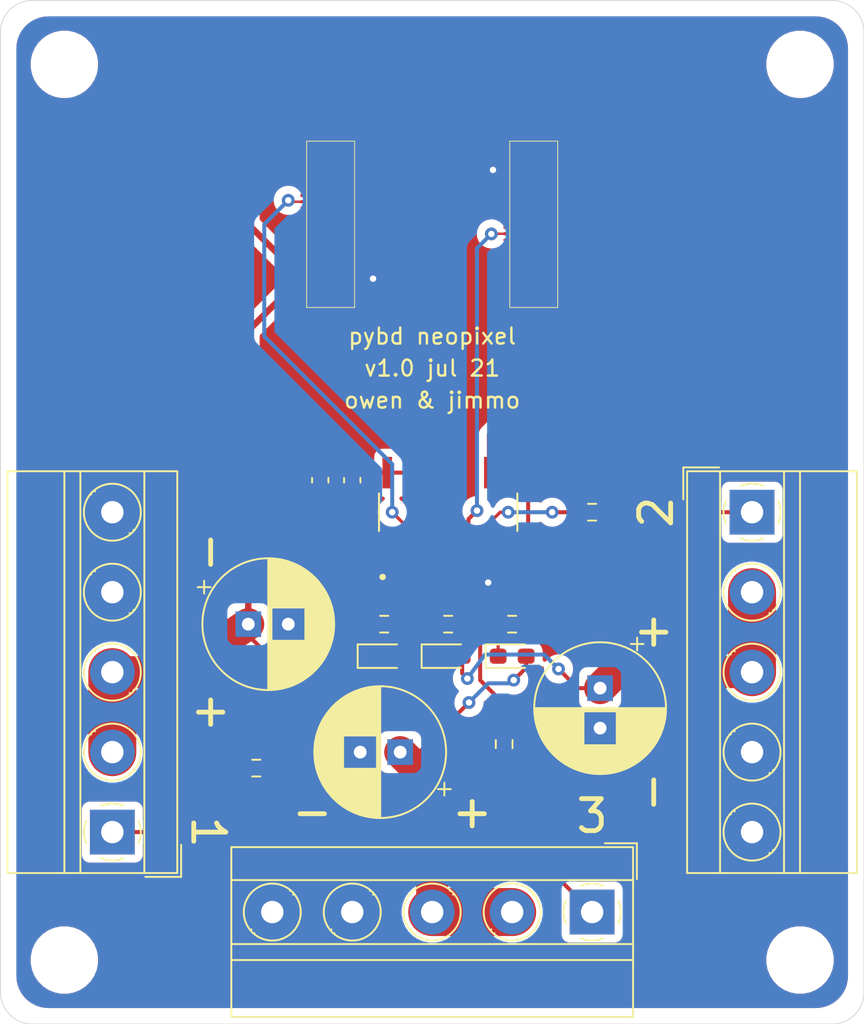
<source format=kicad_pcb>
(kicad_pcb (version 20171130) (host pcbnew 5.1.10)

  (general
    (thickness 1.6)
    (drawings 20)
    (tracks 130)
    (zones 0)
    (modules 23)
    (nets 17)
  )

  (page A4)
  (layers
    (0 F.Cu signal)
    (31 B.Cu signal)
    (32 B.Adhes user)
    (33 F.Adhes user)
    (34 B.Paste user)
    (35 F.Paste user)
    (36 B.SilkS user)
    (37 F.SilkS user)
    (38 B.Mask user)
    (39 F.Mask user)
    (40 Dwgs.User user)
    (41 Cmts.User user)
    (42 Eco1.User user)
    (43 Eco2.User user)
    (44 Edge.Cuts user)
    (45 Margin user)
    (46 B.CrtYd user)
    (47 F.CrtYd user)
    (48 B.Fab user)
    (49 F.Fab user)
  )

  (setup
    (last_trace_width 0.25)
    (user_trace_width 0.15)
    (user_trace_width 0.4)
    (trace_clearance 0.15)
    (zone_clearance 0.508)
    (zone_45_only yes)
    (trace_min 0.15)
    (via_size 0.8)
    (via_drill 0.4)
    (via_min_size 0.4)
    (via_min_drill 0.3)
    (uvia_size 0.3)
    (uvia_drill 0.1)
    (uvias_allowed no)
    (uvia_min_size 0.2)
    (uvia_min_drill 0.1)
    (edge_width 0.05)
    (segment_width 0.2)
    (pcb_text_width 0.3)
    (pcb_text_size 1.5 1.5)
    (mod_edge_width 0.12)
    (mod_text_size 1 1)
    (mod_text_width 0.15)
    (pad_size 1.524 1.524)
    (pad_drill 0.762)
    (pad_to_mask_clearance 0)
    (aux_axis_origin 0 0)
    (visible_elements FFFFFF7F)
    (pcbplotparams
      (layerselection 0x010e0_ffffffff)
      (usegerberextensions false)
      (usegerberattributes true)
      (usegerberadvancedattributes true)
      (creategerberjobfile true)
      (excludeedgelayer true)
      (linewidth 0.050000)
      (plotframeref false)
      (viasonmask false)
      (mode 1)
      (useauxorigin false)
      (hpglpennumber 1)
      (hpglpenspeed 20)
      (hpglpendiameter 15.000000)
      (psnegative false)
      (psa4output false)
      (plotreference true)
      (plotvalue true)
      (plotinvisibletext false)
      (padsonsilk false)
      (subtractmaskfromsilk false)
      (outputformat 1)
      (mirror false)
      (drillshape 0)
      (scaleselection 1)
      (outputdirectory "gerbers/"))
  )

  (net 0 "")
  (net 1 "Net-(D1-Pad1)")
  (net 2 5V_1)
  (net 3 5V_2)
  (net 4 "Net-(D2-Pad1)")
  (net 5 "Net-(D3-Pad1)")
  (net 6 5V_3)
  (net 7 "Net-(J1-Pad1)")
  (net 8 GND)
  (net 9 "Net-(J2-Pad1)")
  (net 10 "Net-(J3-Pad1)")
  (net 11 DATA1)
  (net 12 DATA1_5V)
  (net 13 DATA2_5V)
  (net 14 DATA3_5V)
  (net 15 DATA3)
  (net 16 DATA2)

  (net_class Default "This is the default net class."
    (clearance 0.15)
    (trace_width 0.25)
    (via_dia 0.8)
    (via_drill 0.4)
    (uvia_dia 0.3)
    (uvia_drill 0.1)
    (add_net 5V_1)
    (add_net 5V_2)
    (add_net 5V_3)
    (add_net DATA1)
    (add_net DATA1_5V)
    (add_net DATA2)
    (add_net DATA2_5V)
    (add_net DATA3)
    (add_net DATA3_5V)
    (add_net GND)
    (add_net "Net-(D1-Pad1)")
    (add_net "Net-(D2-Pad1)")
    (add_net "Net-(D3-Pad1)")
    (add_net "Net-(J1-Pad1)")
    (add_net "Net-(J2-Pad1)")
    (add_net "Net-(J3-Pad1)")
  )

  (module MicroPython_Pyboard:PYBD_WBUS_Adaptor (layer F.Cu) (tedit 5CE40D14) (tstamp 60F6E6C5)
    (at 130 47 180)
    (path /60F70AC2)
    (attr smd)
    (fp_text reference P1 (at -1.35 -1.79) (layer F.SilkS) hide
      (effects (font (size 0.6 0.4) (thickness 0.1)))
    )
    (fp_text value PYBD-WBUS-Adaptor (at -0.01 -2.1) (layer F.SilkS) hide
      (effects (font (size 0.6 0.4) (thickness 0.1)))
    )
    (fp_line (start 4.85 5.2) (end 7.85 5.2) (layer F.SilkS) (width 0.05))
    (fp_line (start 7.85 -5.2) (end 4.85 -5.2) (layer F.SilkS) (width 0.05))
    (fp_line (start 7.85 5.2) (end 7.85 -5.2) (layer F.SilkS) (width 0.05))
    (fp_line (start 4.85 -5.2) (end 4.85 5.2) (layer F.SilkS) (width 0.05))
    (fp_line (start -7.85 -5.2) (end -7.85 5.2) (layer F.SilkS) (width 0.05))
    (fp_line (start -4.85 -5.2) (end -7.85 -5.2) (layer F.SilkS) (width 0.05))
    (fp_line (start -4.85 5.2) (end -4.85 -5.2) (layer F.SilkS) (width 0.05))
    (fp_line (start -7.85 5.2) (end -4.85 5.2) (layer F.SilkS) (width 0.05))
    (pad 1 smd roundrect (at 4.81 3.81 180) (size 0.7 0.2) (layers F.Cu F.Paste F.Mask) (roundrect_rratio 0.25))
    (pad 2 smd roundrect (at 7.89 3.81 180) (size 0.7 0.2) (layers F.Cu F.Paste F.Mask) (roundrect_rratio 0.25))
    (pad 3 smd roundrect (at 4.81 3.41 180) (size 0.7 0.2) (layers F.Cu F.Paste F.Mask) (roundrect_rratio 0.25))
    (pad 4 smd roundrect (at 7.89 3.41 180) (size 0.7 0.2) (layers F.Cu F.Paste F.Mask) (roundrect_rratio 0.25))
    (pad 5 smd roundrect (at 4.81 3.01 180) (size 0.7 0.2) (layers F.Cu F.Paste F.Mask) (roundrect_rratio 0.25))
    (pad 6 smd roundrect (at 7.89 3.01 180) (size 0.7 0.2) (layers F.Cu F.Paste F.Mask) (roundrect_rratio 0.25))
    (pad 7 smd roundrect (at 4.81 2.61 180) (size 0.7 0.2) (layers F.Cu F.Paste F.Mask) (roundrect_rratio 0.25))
    (pad 8 smd roundrect (at 7.89 2.61 180) (size 0.7 0.2) (layers F.Cu F.Paste F.Mask) (roundrect_rratio 0.25))
    (pad 9 smd roundrect (at 4.81 2.21 180) (size 0.7 0.2) (layers F.Cu F.Paste F.Mask) (roundrect_rratio 0.25))
    (pad 10 smd roundrect (at 7.89 2.21 180) (size 0.7 0.2) (layers F.Cu F.Paste F.Mask) (roundrect_rratio 0.25))
    (pad 11 smd roundrect (at 4.81 1.81 180) (size 0.7 0.2) (layers F.Cu F.Paste F.Mask) (roundrect_rratio 0.25))
    (pad 12 smd roundrect (at 7.89 1.81 180) (size 0.7 0.2) (layers F.Cu F.Paste F.Mask) (roundrect_rratio 0.25))
    (pad 13 smd roundrect (at 4.81 1.41 180) (size 0.7 0.2) (layers F.Cu F.Paste F.Mask) (roundrect_rratio 0.25))
    (pad 14 smd roundrect (at 7.89 1.41 180) (size 0.7 0.2) (layers F.Cu F.Paste F.Mask) (roundrect_rratio 0.25)
      (net 11 DATA1))
    (pad 15 smd roundrect (at 4.81 1.01 180) (size 0.7 0.2) (layers F.Cu F.Paste F.Mask) (roundrect_rratio 0.25))
    (pad 16 smd roundrect (at 7.89 1.01 180) (size 0.7 0.2) (layers F.Cu F.Paste F.Mask) (roundrect_rratio 0.25))
    (pad 17 smd roundrect (at 4.81 0.61 180) (size 0.7 0.2) (layers F.Cu F.Paste F.Mask) (roundrect_rratio 0.25))
    (pad 18 smd roundrect (at 7.89 0.61 180) (size 0.7 0.2) (layers F.Cu F.Paste F.Mask) (roundrect_rratio 0.25))
    (pad 19 smd roundrect (at 4.81 0.21 180) (size 0.7 0.2) (layers F.Cu F.Paste F.Mask) (roundrect_rratio 0.25))
    (pad 20 smd roundrect (at 7.89 0.21 180) (size 0.7 0.2) (layers F.Cu F.Paste F.Mask) (roundrect_rratio 0.25))
    (pad 21 smd roundrect (at 4.81 -0.19 180) (size 0.7 0.2) (layers F.Cu F.Paste F.Mask) (roundrect_rratio 0.25))
    (pad 22 smd roundrect (at 7.89 -0.19 180) (size 0.7 0.2) (layers F.Cu F.Paste F.Mask) (roundrect_rratio 0.25))
    (pad 23 smd roundrect (at 4.81 -0.59 180) (size 0.7 0.2) (layers F.Cu F.Paste F.Mask) (roundrect_rratio 0.25))
    (pad 24 smd roundrect (at 7.89 -0.59 180) (size 0.7 0.2) (layers F.Cu F.Paste F.Mask) (roundrect_rratio 0.25))
    (pad 25 smd roundrect (at 4.81 -0.99 180) (size 0.7 0.2) (layers F.Cu F.Paste F.Mask) (roundrect_rratio 0.25))
    (pad 26 smd roundrect (at 7.89 -0.99 180) (size 0.7 0.2) (layers F.Cu F.Paste F.Mask) (roundrect_rratio 0.25))
    (pad 27 smd roundrect (at 4.81 -1.39 180) (size 0.7 0.2) (layers F.Cu F.Paste F.Mask) (roundrect_rratio 0.25))
    (pad 28 smd roundrect (at 7.89 -1.39 180) (size 0.7 0.2) (layers F.Cu F.Paste F.Mask) (roundrect_rratio 0.25))
    (pad 29 smd roundrect (at 4.81 -1.79 180) (size 0.7 0.2) (layers F.Cu F.Paste F.Mask) (roundrect_rratio 0.25))
    (pad 30 smd roundrect (at 7.89 -1.79 180) (size 0.7 0.2) (layers F.Cu F.Paste F.Mask) (roundrect_rratio 0.25))
    (pad 31 smd roundrect (at 4.81 -2.19 180) (size 0.7 0.2) (layers F.Cu F.Paste F.Mask) (roundrect_rratio 0.25))
    (pad 32 smd roundrect (at 7.89 -2.19 180) (size 0.7 0.2) (layers F.Cu F.Paste F.Mask) (roundrect_rratio 0.25))
    (pad 33 smd roundrect (at 4.81 -2.59 180) (size 0.7 0.2) (layers F.Cu F.Paste F.Mask) (roundrect_rratio 0.25))
    (pad 34 smd roundrect (at 7.89 -2.59 180) (size 0.7 0.2) (layers F.Cu F.Paste F.Mask) (roundrect_rratio 0.25))
    (pad 35 smd roundrect (at 4.81 -2.99 180) (size 0.7 0.2) (layers F.Cu F.Paste F.Mask) (roundrect_rratio 0.25)
      (net 8 GND))
    (pad 36 smd roundrect (at 7.89 -2.99 180) (size 0.7 0.2) (layers F.Cu F.Paste F.Mask) (roundrect_rratio 0.25)
      (net 2 5V_1))
    (pad 37 smd roundrect (at 4.81 -3.39 180) (size 0.7 0.2) (layers F.Cu F.Paste F.Mask) (roundrect_rratio 0.25)
      (net 8 GND))
    (pad 38 smd roundrect (at 7.89 -3.39 180) (size 0.7 0.2) (layers F.Cu F.Paste F.Mask) (roundrect_rratio 0.25)
      (net 2 5V_1))
    (pad 39 smd roundrect (at 4.81 -3.79 180) (size 0.7 0.2) (layers F.Cu F.Paste F.Mask) (roundrect_rratio 0.25)
      (net 8 GND))
    (pad 40 smd roundrect (at 7.89 -3.79 180) (size 0.7 0.2) (layers F.Cu F.Paste F.Mask) (roundrect_rratio 0.25)
      (net 2 5V_1))
    (pad 41 smd roundrect (at -4.81 -3.79 180) (size 0.7 0.2) (layers F.Cu F.Paste F.Mask) (roundrect_rratio 0.25))
    (pad 42 smd roundrect (at -7.89 -3.79 180) (size 0.7 0.2) (layers F.Cu F.Paste F.Mask) (roundrect_rratio 0.25))
    (pad 43 smd roundrect (at -4.81 -3.39 180) (size 0.7 0.2) (layers F.Cu F.Paste F.Mask) (roundrect_rratio 0.25))
    (pad 44 smd roundrect (at -7.89 -3.39 180) (size 0.7 0.2) (layers F.Cu F.Paste F.Mask) (roundrect_rratio 0.25))
    (pad 45 smd roundrect (at -4.81 -2.99 180) (size 0.7 0.2) (layers F.Cu F.Paste F.Mask) (roundrect_rratio 0.25))
    (pad 46 smd roundrect (at -7.89 -2.99 180) (size 0.7 0.2) (layers F.Cu F.Paste F.Mask) (roundrect_rratio 0.25)
      (net 15 DATA3))
    (pad 47 smd roundrect (at -4.81 -2.59 180) (size 0.7 0.2) (layers F.Cu F.Paste F.Mask) (roundrect_rratio 0.25))
    (pad 48 smd roundrect (at -7.89 -2.59 180) (size 0.7 0.2) (layers F.Cu F.Paste F.Mask) (roundrect_rratio 0.25))
    (pad 49 smd roundrect (at -4.81 -2.19 180) (size 0.7 0.2) (layers F.Cu F.Paste F.Mask) (roundrect_rratio 0.25))
    (pad 50 smd roundrect (at -7.89 -2.19 180) (size 0.7 0.2) (layers F.Cu F.Paste F.Mask) (roundrect_rratio 0.25))
    (pad 51 smd roundrect (at -4.81 -1.79 180) (size 0.7 0.2) (layers F.Cu F.Paste F.Mask) (roundrect_rratio 0.25))
    (pad 52 smd roundrect (at -7.89 -1.79 180) (size 0.7 0.2) (layers F.Cu F.Paste F.Mask) (roundrect_rratio 0.25))
    (pad 53 smd roundrect (at -4.81 -1.39 180) (size 0.7 0.2) (layers F.Cu F.Paste F.Mask) (roundrect_rratio 0.25))
    (pad 54 smd roundrect (at -7.89 -1.39 180) (size 0.7 0.2) (layers F.Cu F.Paste F.Mask) (roundrect_rratio 0.25))
    (pad 55 smd roundrect (at -4.81 -0.99 180) (size 0.7 0.2) (layers F.Cu F.Paste F.Mask) (roundrect_rratio 0.25))
    (pad 56 smd roundrect (at -7.89 -0.99 180) (size 0.7 0.2) (layers F.Cu F.Paste F.Mask) (roundrect_rratio 0.25))
    (pad 57 smd roundrect (at -4.81 -0.59 180) (size 0.7 0.2) (layers F.Cu F.Paste F.Mask) (roundrect_rratio 0.25)
      (net 16 DATA2))
    (pad 58 smd roundrect (at -7.89 -0.59 180) (size 0.7 0.2) (layers F.Cu F.Paste F.Mask) (roundrect_rratio 0.25))
    (pad 59 smd roundrect (at -4.81 -0.19 180) (size 0.7 0.2) (layers F.Cu F.Paste F.Mask) (roundrect_rratio 0.25))
    (pad 60 smd roundrect (at -7.89 -0.19 180) (size 0.7 0.2) (layers F.Cu F.Paste F.Mask) (roundrect_rratio 0.25))
    (pad 61 smd roundrect (at -4.81 0.21 180) (size 0.7 0.2) (layers F.Cu F.Paste F.Mask) (roundrect_rratio 0.25))
    (pad 62 smd roundrect (at -7.89 0.21 180) (size 0.7 0.2) (layers F.Cu F.Paste F.Mask) (roundrect_rratio 0.25))
    (pad 63 smd roundrect (at -4.81 0.61 180) (size 0.7 0.2) (layers F.Cu F.Paste F.Mask) (roundrect_rratio 0.25))
    (pad 64 smd roundrect (at -7.89 0.61 180) (size 0.7 0.2) (layers F.Cu F.Paste F.Mask) (roundrect_rratio 0.25))
    (pad 65 smd roundrect (at -4.81 1.01 180) (size 0.7 0.2) (layers F.Cu F.Paste F.Mask) (roundrect_rratio 0.25))
    (pad 66 smd roundrect (at -7.89 1.01 180) (size 0.7 0.2) (layers F.Cu F.Paste F.Mask) (roundrect_rratio 0.25))
    (pad 67 smd roundrect (at -4.81 1.41 180) (size 0.7 0.2) (layers F.Cu F.Paste F.Mask) (roundrect_rratio 0.25))
    (pad 68 smd roundrect (at -7.89 1.41 180) (size 0.7 0.2) (layers F.Cu F.Paste F.Mask) (roundrect_rratio 0.25))
    (pad 69 smd roundrect (at -4.81 1.81 180) (size 0.7 0.2) (layers F.Cu F.Paste F.Mask) (roundrect_rratio 0.25))
    (pad 70 smd roundrect (at -7.89 1.81 180) (size 0.7 0.2) (layers F.Cu F.Paste F.Mask) (roundrect_rratio 0.25))
    (pad 71 smd roundrect (at -4.81 2.21 180) (size 0.7 0.2) (layers F.Cu F.Paste F.Mask) (roundrect_rratio 0.25))
    (pad 72 smd roundrect (at -7.89 2.21 180) (size 0.7 0.2) (layers F.Cu F.Paste F.Mask) (roundrect_rratio 0.25))
    (pad 73 smd roundrect (at -4.81 2.61 180) (size 0.7 0.2) (layers F.Cu F.Paste F.Mask) (roundrect_rratio 0.25))
    (pad 74 smd roundrect (at -7.89 2.61 180) (size 0.7 0.2) (layers F.Cu F.Paste F.Mask) (roundrect_rratio 0.25))
    (pad 75 smd roundrect (at -4.81 3.01 180) (size 0.7 0.2) (layers F.Cu F.Paste F.Mask) (roundrect_rratio 0.25)
      (net 8 GND))
    (pad 76 smd roundrect (at -7.89 3.01 180) (size 0.7 0.2) (layers F.Cu F.Paste F.Mask) (roundrect_rratio 0.25)
      (net 2 5V_1))
    (pad 77 smd roundrect (at -4.81 3.41 180) (size 0.7 0.2) (layers F.Cu F.Paste F.Mask) (roundrect_rratio 0.25)
      (net 8 GND))
    (pad 78 smd roundrect (at -7.89 3.41 180) (size 0.7 0.2) (layers F.Cu F.Paste F.Mask) (roundrect_rratio 0.25)
      (net 2 5V_1))
    (pad 79 smd roundrect (at -4.81 3.81 180) (size 0.7 0.2) (layers F.Cu F.Paste F.Mask) (roundrect_rratio 0.25)
      (net 8 GND))
    (pad 80 smd roundrect (at -7.89 3.81 180) (size 0.7 0.2) (layers F.Cu F.Paste F.Mask) (roundrect_rratio 0.25)
      (net 2 5V_1))
    (model :MPY:MicroPython_Pyboard.pretty/3D_parts/connectors/HIROSE/DF40C-40DS.stp
      (offset (xyz -6.35 0 0))
      (scale (xyz 1 1 1))
      (rotate (xyz -90 0 0))
    )
    (model :MPY:MicroPython_Pyboard.pretty/3D_parts/connectors/HIROSE/DF40C-40DS.stp
      (offset (xyz 6.35 0 0))
      (scale (xyz 1 1 1))
      (rotate (xyz -90 0 0))
    )
  )

  (module MountingHole:MountingHole_3.2mm_M3 (layer F.Cu) (tedit 56D1B4CB) (tstamp 60F7CB52)
    (at 153 93)
    (descr "Mounting Hole 3.2mm, no annular, M3")
    (tags "mounting hole 3.2mm no annular m3")
    (path /6109778F)
    (attr virtual)
    (fp_text reference H4 (at 0 -4.2) (layer F.SilkS) hide
      (effects (font (size 1 1) (thickness 0.15)))
    )
    (fp_text value MountingHole (at 0 4.2) (layer F.Fab) hide
      (effects (font (size 1 1) (thickness 0.15)))
    )
    (fp_circle (center 0 0) (end 3.2 0) (layer Cmts.User) (width 0.15))
    (fp_circle (center 0 0) (end 3.45 0) (layer F.CrtYd) (width 0.05))
    (fp_text user %R (at 0.3 0) (layer F.Fab)
      (effects (font (size 1 1) (thickness 0.15)))
    )
    (pad 1 np_thru_hole circle (at 0 0) (size 3.2 3.2) (drill 3.2) (layers *.Cu *.Mask))
  )

  (module MountingHole:MountingHole_3.2mm_M3 (layer F.Cu) (tedit 56D1B4CB) (tstamp 60F7CB4A)
    (at 153 37)
    (descr "Mounting Hole 3.2mm, no annular, M3")
    (tags "mounting hole 3.2mm no annular m3")
    (path /610963EB)
    (attr virtual)
    (fp_text reference H3 (at 0 -4.2) (layer F.SilkS) hide
      (effects (font (size 1 1) (thickness 0.15)))
    )
    (fp_text value MountingHole (at 0 4.2) (layer F.Fab) hide
      (effects (font (size 1 1) (thickness 0.15)))
    )
    (fp_circle (center 0 0) (end 3.2 0) (layer Cmts.User) (width 0.15))
    (fp_circle (center 0 0) (end 3.45 0) (layer F.CrtYd) (width 0.05))
    (fp_text user %R (at 0.3 0) (layer F.Fab)
      (effects (font (size 1 1) (thickness 0.15)))
    )
    (pad 1 np_thru_hole circle (at 0 0) (size 3.2 3.2) (drill 3.2) (layers *.Cu *.Mask))
  )

  (module MountingHole:MountingHole_3.2mm_M3 (layer F.Cu) (tedit 56D1B4CB) (tstamp 60F7CB42)
    (at 107 93)
    (descr "Mounting Hole 3.2mm, no annular, M3")
    (tags "mounting hole 3.2mm no annular m3")
    (path /61096A95)
    (attr virtual)
    (fp_text reference H2 (at 0 -4.2) (layer F.SilkS) hide
      (effects (font (size 1 1) (thickness 0.15)))
    )
    (fp_text value MountingHole (at 0 4.2) (layer F.Fab) hide
      (effects (font (size 1 1) (thickness 0.15)))
    )
    (fp_circle (center 0 0) (end 3.2 0) (layer Cmts.User) (width 0.15))
    (fp_circle (center 0 0) (end 3.45 0) (layer F.CrtYd) (width 0.05))
    (fp_text user %R (at 0.3 0) (layer F.Fab)
      (effects (font (size 1 1) (thickness 0.15)))
    )
    (pad 1 np_thru_hole circle (at 0 0) (size 3.2 3.2) (drill 3.2) (layers *.Cu *.Mask))
  )

  (module MountingHole:MountingHole_3.2mm_M3 (layer F.Cu) (tedit 56D1B4CB) (tstamp 60F7CF21)
    (at 107 37)
    (descr "Mounting Hole 3.2mm, no annular, M3")
    (tags "mounting hole 3.2mm no annular m3")
    (path /61095D42)
    (attr virtual)
    (fp_text reference H1 (at 0 -4.2) (layer F.SilkS) hide
      (effects (font (size 1 1) (thickness 0.15)))
    )
    (fp_text value MountingHole (at 0 4.2) (layer F.Fab) hide
      (effects (font (size 1 1) (thickness 0.15)))
    )
    (fp_circle (center 0 0) (end 3.2 0) (layer Cmts.User) (width 0.15))
    (fp_circle (center 0 0) (end 3.45 0) (layer F.CrtYd) (width 0.05))
    (fp_text user %R (at 0.3 0) (layer F.Fab)
      (effects (font (size 1 1) (thickness 0.15)))
    )
    (pad 1 np_thru_hole circle (at 0 0) (size 3.2 3.2) (drill 3.2) (layers *.Cu *.Mask))
  )

  (module LED_SMD:LED_0603_1608Metric_Pad1.05x0.95mm_HandSolder (layer F.Cu) (tedit 5F68FEF1) (tstamp 60EB5339)
    (at 127 74)
    (descr "LED SMD 0603 (1608 Metric), square (rectangular) end terminal, IPC_7351 nominal, (Body size source: http://www.tortai-tech.com/upload/download/2011102023233369053.pdf), generated with kicad-footprint-generator")
    (tags "LED handsolder")
    (path /60F8A08A)
    (attr smd)
    (fp_text reference D1 (at 0 -1.43) (layer F.SilkS) hide
      (effects (font (size 1 1) (thickness 0.15)))
    )
    (fp_text value Ch1_On (at 0 1.43) (layer F.Fab) hide
      (effects (font (size 1 1) (thickness 0.15)))
    )
    (fp_line (start 0.8 -0.4) (end -0.5 -0.4) (layer F.Fab) (width 0.1))
    (fp_line (start -0.5 -0.4) (end -0.8 -0.1) (layer F.Fab) (width 0.1))
    (fp_line (start -0.8 -0.1) (end -0.8 0.4) (layer F.Fab) (width 0.1))
    (fp_line (start -0.8 0.4) (end 0.8 0.4) (layer F.Fab) (width 0.1))
    (fp_line (start 0.8 0.4) (end 0.8 -0.4) (layer F.Fab) (width 0.1))
    (fp_line (start 0.8 -0.735) (end -1.66 -0.735) (layer F.SilkS) (width 0.12))
    (fp_line (start -1.66 -0.735) (end -1.66 0.735) (layer F.SilkS) (width 0.12))
    (fp_line (start -1.66 0.735) (end 0.8 0.735) (layer F.SilkS) (width 0.12))
    (fp_line (start -1.65 0.73) (end -1.65 -0.73) (layer F.CrtYd) (width 0.05))
    (fp_line (start -1.65 -0.73) (end 1.65 -0.73) (layer F.CrtYd) (width 0.05))
    (fp_line (start 1.65 -0.73) (end 1.65 0.73) (layer F.CrtYd) (width 0.05))
    (fp_line (start 1.65 0.73) (end -1.65 0.73) (layer F.CrtYd) (width 0.05))
    (fp_text user %R (at 0 0) (layer F.Fab)
      (effects (font (size 0.4 0.4) (thickness 0.06)))
    )
    (pad 1 smd roundrect (at -0.875 0) (size 1.05 0.95) (layers F.Cu F.Paste F.Mask) (roundrect_rratio 0.25)
      (net 1 "Net-(D1-Pad1)"))
    (pad 2 smd roundrect (at 0.875 0) (size 1.05 0.95) (layers F.Cu F.Paste F.Mask) (roundrect_rratio 0.25)
      (net 2 5V_1))
    (model ${KISYS3DMOD}/LED_SMD.3dshapes/LED_0603_1608Metric.wrl
      (at (xyz 0 0 0))
      (scale (xyz 1 1 1))
      (rotate (xyz 0 0 0))
    )
  )

  (module LED_SMD:LED_0603_1608Metric_Pad1.05x0.95mm_HandSolder (layer F.Cu) (tedit 5F68FEF1) (tstamp 60EB534C)
    (at 131 74)
    (descr "LED SMD 0603 (1608 Metric), square (rectangular) end terminal, IPC_7351 nominal, (Body size source: http://www.tortai-tech.com/upload/download/2011102023233369053.pdf), generated with kicad-footprint-generator")
    (tags "LED handsolder")
    (path /60F8A8B1)
    (attr smd)
    (fp_text reference D2 (at 0 -1.43) (layer F.SilkS) hide
      (effects (font (size 1 1) (thickness 0.15)))
    )
    (fp_text value Ch2_On (at 0 1.43) (layer F.Fab) hide
      (effects (font (size 1 1) (thickness 0.15)))
    )
    (fp_line (start 1.65 0.73) (end -1.65 0.73) (layer F.CrtYd) (width 0.05))
    (fp_line (start 1.65 -0.73) (end 1.65 0.73) (layer F.CrtYd) (width 0.05))
    (fp_line (start -1.65 -0.73) (end 1.65 -0.73) (layer F.CrtYd) (width 0.05))
    (fp_line (start -1.65 0.73) (end -1.65 -0.73) (layer F.CrtYd) (width 0.05))
    (fp_line (start -1.66 0.735) (end 0.8 0.735) (layer F.SilkS) (width 0.12))
    (fp_line (start -1.66 -0.735) (end -1.66 0.735) (layer F.SilkS) (width 0.12))
    (fp_line (start 0.8 -0.735) (end -1.66 -0.735) (layer F.SilkS) (width 0.12))
    (fp_line (start 0.8 0.4) (end 0.8 -0.4) (layer F.Fab) (width 0.1))
    (fp_line (start -0.8 0.4) (end 0.8 0.4) (layer F.Fab) (width 0.1))
    (fp_line (start -0.8 -0.1) (end -0.8 0.4) (layer F.Fab) (width 0.1))
    (fp_line (start -0.5 -0.4) (end -0.8 -0.1) (layer F.Fab) (width 0.1))
    (fp_line (start 0.8 -0.4) (end -0.5 -0.4) (layer F.Fab) (width 0.1))
    (fp_text user %R (at 0 0) (layer F.Fab)
      (effects (font (size 0.4 0.4) (thickness 0.06)))
    )
    (pad 2 smd roundrect (at 0.875 0) (size 1.05 0.95) (layers F.Cu F.Paste F.Mask) (roundrect_rratio 0.25)
      (net 3 5V_2))
    (pad 1 smd roundrect (at -0.875 0) (size 1.05 0.95) (layers F.Cu F.Paste F.Mask) (roundrect_rratio 0.25)
      (net 4 "Net-(D2-Pad1)"))
    (model ${KISYS3DMOD}/LED_SMD.3dshapes/LED_0603_1608Metric.wrl
      (at (xyz 0 0 0))
      (scale (xyz 1 1 1))
      (rotate (xyz 0 0 0))
    )
  )

  (module LED_SMD:LED_0603_1608Metric_Pad1.05x0.95mm_HandSolder (layer F.Cu) (tedit 5F68FEF1) (tstamp 60EB535F)
    (at 135 74)
    (descr "LED SMD 0603 (1608 Metric), square (rectangular) end terminal, IPC_7351 nominal, (Body size source: http://www.tortai-tech.com/upload/download/2011102023233369053.pdf), generated with kicad-footprint-generator")
    (tags "LED handsolder")
    (path /60F8B106)
    (attr smd)
    (fp_text reference D3 (at 0 -1.43) (layer F.SilkS) hide
      (effects (font (size 1 1) (thickness 0.15)))
    )
    (fp_text value Ch3_On (at 0 1.43) (layer F.Fab) hide
      (effects (font (size 1 1) (thickness 0.15)))
    )
    (fp_line (start 0.8 -0.4) (end -0.5 -0.4) (layer F.Fab) (width 0.1))
    (fp_line (start -0.5 -0.4) (end -0.8 -0.1) (layer F.Fab) (width 0.1))
    (fp_line (start -0.8 -0.1) (end -0.8 0.4) (layer F.Fab) (width 0.1))
    (fp_line (start -0.8 0.4) (end 0.8 0.4) (layer F.Fab) (width 0.1))
    (fp_line (start 0.8 0.4) (end 0.8 -0.4) (layer F.Fab) (width 0.1))
    (fp_line (start 0.8 -0.735) (end -1.66 -0.735) (layer F.SilkS) (width 0.12))
    (fp_line (start -1.66 -0.735) (end -1.66 0.735) (layer F.SilkS) (width 0.12))
    (fp_line (start -1.66 0.735) (end 0.8 0.735) (layer F.SilkS) (width 0.12))
    (fp_line (start -1.65 0.73) (end -1.65 -0.73) (layer F.CrtYd) (width 0.05))
    (fp_line (start -1.65 -0.73) (end 1.65 -0.73) (layer F.CrtYd) (width 0.05))
    (fp_line (start 1.65 -0.73) (end 1.65 0.73) (layer F.CrtYd) (width 0.05))
    (fp_line (start 1.65 0.73) (end -1.65 0.73) (layer F.CrtYd) (width 0.05))
    (fp_text user %R (at 0 0) (layer F.Fab)
      (effects (font (size 0.4 0.4) (thickness 0.06)))
    )
    (pad 1 smd roundrect (at -0.875 0) (size 1.05 0.95) (layers F.Cu F.Paste F.Mask) (roundrect_rratio 0.25)
      (net 5 "Net-(D3-Pad1)"))
    (pad 2 smd roundrect (at 0.875 0) (size 1.05 0.95) (layers F.Cu F.Paste F.Mask) (roundrect_rratio 0.25)
      (net 6 5V_3))
    (model ${KISYS3DMOD}/LED_SMD.3dshapes/LED_0603_1608Metric.wrl
      (at (xyz 0 0 0))
      (scale (xyz 1 1 1))
      (rotate (xyz 0 0 0))
    )
  )

  (module TerminalBlock_MetzConnect:TerminalBlock_MetzConnect_Type011_RT05505HBWC_1x05_P5.00mm_Horizontal (layer F.Cu) (tedit 5B294E9A) (tstamp 60EB5C08)
    (at 110 85 90)
    (descr "terminal block Metz Connect Type011_RT05505HBWC, 5 pins, pitch 5mm, size 25x10.5mm^2, drill diamater 1.4mm, pad diameter 2.8mm, see http://www.metz-connect.com/de/system/files/productfiles/Datenblatt_310111_RT055xxHBLC_OFF-022717S.pdf, script-generated using https://github.com/pointhi/kicad-footprint-generator/scripts/TerminalBlock_MetzConnect")
    (tags "THT terminal block Metz Connect Type011_RT05505HBWC pitch 5mm size 25x10.5mm^2 drill 1.4mm pad 2.8mm")
    (path /60EBB1A2)
    (fp_text reference J1 (at 10 -7.56 90) (layer F.SilkS) hide
      (effects (font (size 1 1) (thickness 0.15)))
    )
    (fp_text value Ch1 (at 10 5.06 90) (layer F.Fab) hide
      (effects (font (size 1 1) (thickness 0.15)))
    )
    (fp_circle (center 0 0) (end 1.6 0) (layer F.Fab) (width 0.1))
    (fp_circle (center 5 0) (end 6.6 0) (layer F.Fab) (width 0.1))
    (fp_circle (center 5 0) (end 6.78 0) (layer F.SilkS) (width 0.12))
    (fp_circle (center 10 0) (end 11.6 0) (layer F.Fab) (width 0.1))
    (fp_circle (center 10 0) (end 11.78 0) (layer F.SilkS) (width 0.12))
    (fp_circle (center 15 0) (end 16.6 0) (layer F.Fab) (width 0.1))
    (fp_circle (center 15 0) (end 16.78 0) (layer F.SilkS) (width 0.12))
    (fp_circle (center 20 0) (end 21.6 0) (layer F.Fab) (width 0.1))
    (fp_circle (center 20 0) (end 21.78 0) (layer F.SilkS) (width 0.12))
    (fp_line (start -2.5 -6.5) (end 22.5 -6.5) (layer F.Fab) (width 0.1))
    (fp_line (start 22.5 -6.5) (end 22.5 4) (layer F.Fab) (width 0.1))
    (fp_line (start 22.5 4) (end -0.5 4) (layer F.Fab) (width 0.1))
    (fp_line (start -0.5 4) (end -2.5 2) (layer F.Fab) (width 0.1))
    (fp_line (start -2.5 2) (end -2.5 -6.5) (layer F.Fab) (width 0.1))
    (fp_line (start -2.5 2) (end 22.5 2) (layer F.Fab) (width 0.1))
    (fp_line (start -2.56 2) (end 22.56 2) (layer F.SilkS) (width 0.12))
    (fp_line (start -2.5 -2) (end 22.5 -2) (layer F.Fab) (width 0.1))
    (fp_line (start -2.56 -2) (end 22.56 -2) (layer F.SilkS) (width 0.12))
    (fp_line (start -2.5 -3) (end 22.5 -3) (layer F.Fab) (width 0.1))
    (fp_line (start -2.56 -3) (end 22.56 -3) (layer F.SilkS) (width 0.12))
    (fp_line (start -2.56 -6.56) (end 22.56 -6.56) (layer F.SilkS) (width 0.12))
    (fp_line (start -2.56 4.06) (end 22.56 4.06) (layer F.SilkS) (width 0.12))
    (fp_line (start -2.56 -6.56) (end -2.56 4.06) (layer F.SilkS) (width 0.12))
    (fp_line (start 22.56 -6.56) (end 22.56 4.06) (layer F.SilkS) (width 0.12))
    (fp_line (start 1.214 -1.019) (end -1.019 1.214) (layer F.Fab) (width 0.1))
    (fp_line (start 1.019 -1.214) (end -1.214 1.018) (layer F.Fab) (width 0.1))
    (fp_line (start 6.214 -1.019) (end 3.982 1.214) (layer F.Fab) (width 0.1))
    (fp_line (start 6.019 -1.214) (end 3.787 1.018) (layer F.Fab) (width 0.1))
    (fp_line (start 6.35 -1.133) (end 6.301 -1.083) (layer F.SilkS) (width 0.12))
    (fp_line (start 3.892 1.325) (end 3.868 1.35) (layer F.SilkS) (width 0.12))
    (fp_line (start 6.133 -1.35) (end 6.108 -1.326) (layer F.SilkS) (width 0.12))
    (fp_line (start 3.7 1.083) (end 3.65 1.133) (layer F.SilkS) (width 0.12))
    (fp_line (start 11.214 -1.019) (end 8.982 1.214) (layer F.Fab) (width 0.1))
    (fp_line (start 11.019 -1.214) (end 8.787 1.018) (layer F.Fab) (width 0.1))
    (fp_line (start 11.35 -1.133) (end 11.301 -1.083) (layer F.SilkS) (width 0.12))
    (fp_line (start 8.892 1.325) (end 8.868 1.35) (layer F.SilkS) (width 0.12))
    (fp_line (start 11.133 -1.35) (end 11.108 -1.326) (layer F.SilkS) (width 0.12))
    (fp_line (start 8.7 1.083) (end 8.65 1.133) (layer F.SilkS) (width 0.12))
    (fp_line (start 16.214 -1.019) (end 13.982 1.214) (layer F.Fab) (width 0.1))
    (fp_line (start 16.019 -1.214) (end 13.787 1.018) (layer F.Fab) (width 0.1))
    (fp_line (start 16.35 -1.133) (end 16.301 -1.083) (layer F.SilkS) (width 0.12))
    (fp_line (start 13.892 1.325) (end 13.868 1.35) (layer F.SilkS) (width 0.12))
    (fp_line (start 16.133 -1.35) (end 16.108 -1.326) (layer F.SilkS) (width 0.12))
    (fp_line (start 13.7 1.083) (end 13.65 1.133) (layer F.SilkS) (width 0.12))
    (fp_line (start 21.214 -1.019) (end 18.982 1.214) (layer F.Fab) (width 0.1))
    (fp_line (start 21.019 -1.214) (end 18.787 1.018) (layer F.Fab) (width 0.1))
    (fp_line (start 21.35 -1.133) (end 21.301 -1.083) (layer F.SilkS) (width 0.12))
    (fp_line (start 18.892 1.325) (end 18.868 1.35) (layer F.SilkS) (width 0.12))
    (fp_line (start 21.133 -1.35) (end 21.108 -1.326) (layer F.SilkS) (width 0.12))
    (fp_line (start 18.7 1.083) (end 18.65 1.133) (layer F.SilkS) (width 0.12))
    (fp_line (start -2.8 2.06) (end -2.8 4.3) (layer F.SilkS) (width 0.12))
    (fp_line (start -2.8 4.3) (end -0.8 4.3) (layer F.SilkS) (width 0.12))
    (fp_line (start -3 -7) (end -3 4.5) (layer F.CrtYd) (width 0.05))
    (fp_line (start -3 4.5) (end 23 4.5) (layer F.CrtYd) (width 0.05))
    (fp_line (start 23 4.5) (end 23 -7) (layer F.CrtYd) (width 0.05))
    (fp_line (start 23 -7) (end -3 -7) (layer F.CrtYd) (width 0.05))
    (fp_arc (start 0 0) (end 0 1.78) (angle -23) (layer F.SilkS) (width 0.12))
    (fp_arc (start 0 0) (end 1.639 0.696) (angle -46) (layer F.SilkS) (width 0.12))
    (fp_arc (start 0 0) (end 0.696 -1.639) (angle -46) (layer F.SilkS) (width 0.12))
    (fp_arc (start 0 0) (end -1.639 -0.696) (angle -46) (layer F.SilkS) (width 0.12))
    (fp_arc (start 0 0) (end -0.696 1.639) (angle -24) (layer F.SilkS) (width 0.12))
    (fp_text user %R (at 10 3.25 90) (layer F.Fab) hide
      (effects (font (size 1 1) (thickness 0.15)))
    )
    (pad 1 thru_hole rect (at 0 0 90) (size 2.8 2.8) (drill 1.4) (layers *.Cu *.Mask)
      (net 7 "Net-(J1-Pad1)"))
    (pad 2 thru_hole circle (at 5 0 90) (size 2.8 2.8) (drill 1.4) (layers *.Cu *.Mask)
      (net 2 5V_1))
    (pad 3 thru_hole circle (at 10 0 90) (size 2.8 2.8) (drill 1.4) (layers *.Cu *.Mask)
      (net 2 5V_1))
    (pad 4 thru_hole circle (at 15 0 90) (size 2.8 2.8) (drill 1.4) (layers *.Cu *.Mask)
      (net 8 GND))
    (pad 5 thru_hole circle (at 20 0 90) (size 2.8 2.8) (drill 1.4) (layers *.Cu *.Mask)
      (net 8 GND))
    (model ${KISYS3DMOD}/TerminalBlock_MetzConnect.3dshapes/TerminalBlock_MetzConnect_Type011_RT05505HBWC_1x05_P5.00mm_Horizontal.wrl
      (at (xyz 0 0 0))
      (scale (xyz 1 1 1))
      (rotate (xyz 0 0 0))
    )
  )

  (module TerminalBlock_MetzConnect:TerminalBlock_MetzConnect_Type011_RT05505HBWC_1x05_P5.00mm_Horizontal (layer F.Cu) (tedit 5B294E9A) (tstamp 60EB53ED)
    (at 150 65 270)
    (descr "terminal block Metz Connect Type011_RT05505HBWC, 5 pins, pitch 5mm, size 25x10.5mm^2, drill diamater 1.4mm, pad diameter 2.8mm, see http://www.metz-connect.com/de/system/files/productfiles/Datenblatt_310111_RT055xxHBLC_OFF-022717S.pdf, script-generated using https://github.com/pointhi/kicad-footprint-generator/scripts/TerminalBlock_MetzConnect")
    (tags "THT terminal block Metz Connect Type011_RT05505HBWC pitch 5mm size 25x10.5mm^2 drill 1.4mm pad 2.8mm")
    (path /60F07901)
    (fp_text reference J2 (at 10 -7.56 90) (layer F.SilkS) hide
      (effects (font (size 1 1) (thickness 0.15)))
    )
    (fp_text value Ch2 (at 10 5.06 90) (layer F.Fab) hide
      (effects (font (size 1 1) (thickness 0.15)))
    )
    (fp_line (start 23 -7) (end -3 -7) (layer F.CrtYd) (width 0.05))
    (fp_line (start 23 4.5) (end 23 -7) (layer F.CrtYd) (width 0.05))
    (fp_line (start -3 4.5) (end 23 4.5) (layer F.CrtYd) (width 0.05))
    (fp_line (start -3 -7) (end -3 4.5) (layer F.CrtYd) (width 0.05))
    (fp_line (start -2.8 4.3) (end -0.8 4.3) (layer F.SilkS) (width 0.12))
    (fp_line (start -2.8 2.06) (end -2.8 4.3) (layer F.SilkS) (width 0.12))
    (fp_line (start 18.7 1.083) (end 18.65 1.133) (layer F.SilkS) (width 0.12))
    (fp_line (start 21.133 -1.35) (end 21.108 -1.326) (layer F.SilkS) (width 0.12))
    (fp_line (start 18.892 1.325) (end 18.868 1.35) (layer F.SilkS) (width 0.12))
    (fp_line (start 21.35 -1.133) (end 21.301 -1.083) (layer F.SilkS) (width 0.12))
    (fp_line (start 21.019 -1.214) (end 18.787 1.018) (layer F.Fab) (width 0.1))
    (fp_line (start 21.214 -1.019) (end 18.982 1.214) (layer F.Fab) (width 0.1))
    (fp_line (start 13.7 1.083) (end 13.65 1.133) (layer F.SilkS) (width 0.12))
    (fp_line (start 16.133 -1.35) (end 16.108 -1.326) (layer F.SilkS) (width 0.12))
    (fp_line (start 13.892 1.325) (end 13.868 1.35) (layer F.SilkS) (width 0.12))
    (fp_line (start 16.35 -1.133) (end 16.301 -1.083) (layer F.SilkS) (width 0.12))
    (fp_line (start 16.019 -1.214) (end 13.787 1.018) (layer F.Fab) (width 0.1))
    (fp_line (start 16.214 -1.019) (end 13.982 1.214) (layer F.Fab) (width 0.1))
    (fp_line (start 8.7 1.083) (end 8.65 1.133) (layer F.SilkS) (width 0.12))
    (fp_line (start 11.133 -1.35) (end 11.108 -1.326) (layer F.SilkS) (width 0.12))
    (fp_line (start 8.892 1.325) (end 8.868 1.35) (layer F.SilkS) (width 0.12))
    (fp_line (start 11.35 -1.133) (end 11.301 -1.083) (layer F.SilkS) (width 0.12))
    (fp_line (start 11.019 -1.214) (end 8.787 1.018) (layer F.Fab) (width 0.1))
    (fp_line (start 11.214 -1.019) (end 8.982 1.214) (layer F.Fab) (width 0.1))
    (fp_line (start 3.7 1.083) (end 3.65 1.133) (layer F.SilkS) (width 0.12))
    (fp_line (start 6.133 -1.35) (end 6.108 -1.326) (layer F.SilkS) (width 0.12))
    (fp_line (start 3.892 1.325) (end 3.868 1.35) (layer F.SilkS) (width 0.12))
    (fp_line (start 6.35 -1.133) (end 6.301 -1.083) (layer F.SilkS) (width 0.12))
    (fp_line (start 6.019 -1.214) (end 3.787 1.018) (layer F.Fab) (width 0.1))
    (fp_line (start 6.214 -1.019) (end 3.982 1.214) (layer F.Fab) (width 0.1))
    (fp_line (start 1.019 -1.214) (end -1.214 1.018) (layer F.Fab) (width 0.1))
    (fp_line (start 1.214 -1.019) (end -1.019 1.214) (layer F.Fab) (width 0.1))
    (fp_line (start 22.56 -6.56) (end 22.56 4.06) (layer F.SilkS) (width 0.12))
    (fp_line (start -2.56 -6.56) (end -2.56 4.06) (layer F.SilkS) (width 0.12))
    (fp_line (start -2.56 4.06) (end 22.56 4.06) (layer F.SilkS) (width 0.12))
    (fp_line (start -2.56 -6.56) (end 22.56 -6.56) (layer F.SilkS) (width 0.12))
    (fp_line (start -2.56 -3) (end 22.56 -3) (layer F.SilkS) (width 0.12))
    (fp_line (start -2.5 -3) (end 22.5 -3) (layer F.Fab) (width 0.1))
    (fp_line (start -2.56 -2) (end 22.56 -2) (layer F.SilkS) (width 0.12))
    (fp_line (start -2.5 -2) (end 22.5 -2) (layer F.Fab) (width 0.1))
    (fp_line (start -2.56 2) (end 22.56 2) (layer F.SilkS) (width 0.12))
    (fp_line (start -2.5 2) (end 22.5 2) (layer F.Fab) (width 0.1))
    (fp_line (start -2.5 2) (end -2.5 -6.5) (layer F.Fab) (width 0.1))
    (fp_line (start -0.5 4) (end -2.5 2) (layer F.Fab) (width 0.1))
    (fp_line (start 22.5 4) (end -0.5 4) (layer F.Fab) (width 0.1))
    (fp_line (start 22.5 -6.5) (end 22.5 4) (layer F.Fab) (width 0.1))
    (fp_line (start -2.5 -6.5) (end 22.5 -6.5) (layer F.Fab) (width 0.1))
    (fp_circle (center 20 0) (end 21.78 0) (layer F.SilkS) (width 0.12))
    (fp_circle (center 20 0) (end 21.6 0) (layer F.Fab) (width 0.1))
    (fp_circle (center 15 0) (end 16.78 0) (layer F.SilkS) (width 0.12))
    (fp_circle (center 15 0) (end 16.6 0) (layer F.Fab) (width 0.1))
    (fp_circle (center 10 0) (end 11.78 0) (layer F.SilkS) (width 0.12))
    (fp_circle (center 10 0) (end 11.6 0) (layer F.Fab) (width 0.1))
    (fp_circle (center 5 0) (end 6.78 0) (layer F.SilkS) (width 0.12))
    (fp_circle (center 5 0) (end 6.6 0) (layer F.Fab) (width 0.1))
    (fp_circle (center 0 0) (end 1.6 0) (layer F.Fab) (width 0.1))
    (fp_text user %R (at 10 3.25 90) (layer F.Fab) hide
      (effects (font (size 1 1) (thickness 0.15)))
    )
    (fp_arc (start 0 0) (end -0.696 1.639) (angle -24) (layer F.SilkS) (width 0.12))
    (fp_arc (start 0 0) (end -1.639 -0.696) (angle -46) (layer F.SilkS) (width 0.12))
    (fp_arc (start 0 0) (end 0.696 -1.639) (angle -46) (layer F.SilkS) (width 0.12))
    (fp_arc (start 0 0) (end 1.639 0.696) (angle -46) (layer F.SilkS) (width 0.12))
    (fp_arc (start 0 0) (end 0 1.78) (angle -23) (layer F.SilkS) (width 0.12))
    (pad 5 thru_hole circle (at 20 0 270) (size 2.8 2.8) (drill 1.4) (layers *.Cu *.Mask)
      (net 8 GND))
    (pad 4 thru_hole circle (at 15 0 270) (size 2.8 2.8) (drill 1.4) (layers *.Cu *.Mask)
      (net 8 GND))
    (pad 3 thru_hole circle (at 10 0 270) (size 2.8 2.8) (drill 1.4) (layers *.Cu *.Mask)
      (net 3 5V_2))
    (pad 2 thru_hole circle (at 5 0 270) (size 2.8 2.8) (drill 1.4) (layers *.Cu *.Mask)
      (net 3 5V_2))
    (pad 1 thru_hole rect (at 0 0 270) (size 2.8 2.8) (drill 1.4) (layers *.Cu *.Mask)
      (net 9 "Net-(J2-Pad1)"))
    (model ${KISYS3DMOD}/TerminalBlock_MetzConnect.3dshapes/TerminalBlock_MetzConnect_Type011_RT05505HBWC_1x05_P5.00mm_Horizontal.wrl
      (at (xyz 0 0 0))
      (scale (xyz 1 1 1))
      (rotate (xyz 0 0 0))
    )
  )

  (module TerminalBlock_MetzConnect:TerminalBlock_MetzConnect_Type011_RT05505HBWC_1x05_P5.00mm_Horizontal (layer F.Cu) (tedit 5B294E9A) (tstamp 60EB5434)
    (at 140 90 180)
    (descr "terminal block Metz Connect Type011_RT05505HBWC, 5 pins, pitch 5mm, size 25x10.5mm^2, drill diamater 1.4mm, pad diameter 2.8mm, see http://www.metz-connect.com/de/system/files/productfiles/Datenblatt_310111_RT055xxHBLC_OFF-022717S.pdf, script-generated using https://github.com/pointhi/kicad-footprint-generator/scripts/TerminalBlock_MetzConnect")
    (tags "THT terminal block Metz Connect Type011_RT05505HBWC pitch 5mm size 25x10.5mm^2 drill 1.4mm pad 2.8mm")
    (path /60F08BC4)
    (fp_text reference J3 (at 10 -7.56) (layer F.SilkS) hide
      (effects (font (size 1 1) (thickness 0.15)))
    )
    (fp_text value Ch3 (at 10 5.06) (layer F.Fab) hide
      (effects (font (size 1 1) (thickness 0.15)))
    )
    (fp_circle (center 0 0) (end 1.6 0) (layer F.Fab) (width 0.1))
    (fp_circle (center 5 0) (end 6.6 0) (layer F.Fab) (width 0.1))
    (fp_circle (center 5 0) (end 6.78 0) (layer F.SilkS) (width 0.12))
    (fp_circle (center 10 0) (end 11.6 0) (layer F.Fab) (width 0.1))
    (fp_circle (center 10 0) (end 11.78 0) (layer F.SilkS) (width 0.12))
    (fp_circle (center 15 0) (end 16.6 0) (layer F.Fab) (width 0.1))
    (fp_circle (center 15 0) (end 16.78 0) (layer F.SilkS) (width 0.12))
    (fp_circle (center 20 0) (end 21.6 0) (layer F.Fab) (width 0.1))
    (fp_circle (center 20 0) (end 21.78 0) (layer F.SilkS) (width 0.12))
    (fp_line (start -2.5 -6.5) (end 22.5 -6.5) (layer F.Fab) (width 0.1))
    (fp_line (start 22.5 -6.5) (end 22.5 4) (layer F.Fab) (width 0.1))
    (fp_line (start 22.5 4) (end -0.5 4) (layer F.Fab) (width 0.1))
    (fp_line (start -0.5 4) (end -2.5 2) (layer F.Fab) (width 0.1))
    (fp_line (start -2.5 2) (end -2.5 -6.5) (layer F.Fab) (width 0.1))
    (fp_line (start -2.5 2) (end 22.5 2) (layer F.Fab) (width 0.1))
    (fp_line (start -2.56 2) (end 22.56 2) (layer F.SilkS) (width 0.12))
    (fp_line (start -2.5 -2) (end 22.5 -2) (layer F.Fab) (width 0.1))
    (fp_line (start -2.56 -2) (end 22.56 -2) (layer F.SilkS) (width 0.12))
    (fp_line (start -2.5 -3) (end 22.5 -3) (layer F.Fab) (width 0.1))
    (fp_line (start -2.56 -3) (end 22.56 -3) (layer F.SilkS) (width 0.12))
    (fp_line (start -2.56 -6.56) (end 22.56 -6.56) (layer F.SilkS) (width 0.12))
    (fp_line (start -2.56 4.06) (end 22.56 4.06) (layer F.SilkS) (width 0.12))
    (fp_line (start -2.56 -6.56) (end -2.56 4.06) (layer F.SilkS) (width 0.12))
    (fp_line (start 22.56 -6.56) (end 22.56 4.06) (layer F.SilkS) (width 0.12))
    (fp_line (start 1.214 -1.019) (end -1.019 1.214) (layer F.Fab) (width 0.1))
    (fp_line (start 1.019 -1.214) (end -1.214 1.018) (layer F.Fab) (width 0.1))
    (fp_line (start 6.214 -1.019) (end 3.982 1.214) (layer F.Fab) (width 0.1))
    (fp_line (start 6.019 -1.214) (end 3.787 1.018) (layer F.Fab) (width 0.1))
    (fp_line (start 6.35 -1.133) (end 6.301 -1.083) (layer F.SilkS) (width 0.12))
    (fp_line (start 3.892 1.325) (end 3.868 1.35) (layer F.SilkS) (width 0.12))
    (fp_line (start 6.133 -1.35) (end 6.108 -1.326) (layer F.SilkS) (width 0.12))
    (fp_line (start 3.7 1.083) (end 3.65 1.133) (layer F.SilkS) (width 0.12))
    (fp_line (start 11.214 -1.019) (end 8.982 1.214) (layer F.Fab) (width 0.1))
    (fp_line (start 11.019 -1.214) (end 8.787 1.018) (layer F.Fab) (width 0.1))
    (fp_line (start 11.35 -1.133) (end 11.301 -1.083) (layer F.SilkS) (width 0.12))
    (fp_line (start 8.892 1.325) (end 8.868 1.35) (layer F.SilkS) (width 0.12))
    (fp_line (start 11.133 -1.35) (end 11.108 -1.326) (layer F.SilkS) (width 0.12))
    (fp_line (start 8.7 1.083) (end 8.65 1.133) (layer F.SilkS) (width 0.12))
    (fp_line (start 16.214 -1.019) (end 13.982 1.214) (layer F.Fab) (width 0.1))
    (fp_line (start 16.019 -1.214) (end 13.787 1.018) (layer F.Fab) (width 0.1))
    (fp_line (start 16.35 -1.133) (end 16.301 -1.083) (layer F.SilkS) (width 0.12))
    (fp_line (start 13.892 1.325) (end 13.868 1.35) (layer F.SilkS) (width 0.12))
    (fp_line (start 16.133 -1.35) (end 16.108 -1.326) (layer F.SilkS) (width 0.12))
    (fp_line (start 13.7 1.083) (end 13.65 1.133) (layer F.SilkS) (width 0.12))
    (fp_line (start 21.214 -1.019) (end 18.982 1.214) (layer F.Fab) (width 0.1))
    (fp_line (start 21.019 -1.214) (end 18.787 1.018) (layer F.Fab) (width 0.1))
    (fp_line (start 21.35 -1.133) (end 21.301 -1.083) (layer F.SilkS) (width 0.12))
    (fp_line (start 18.892 1.325) (end 18.868 1.35) (layer F.SilkS) (width 0.12))
    (fp_line (start 21.133 -1.35) (end 21.108 -1.326) (layer F.SilkS) (width 0.12))
    (fp_line (start 18.7 1.083) (end 18.65 1.133) (layer F.SilkS) (width 0.12))
    (fp_line (start -2.8 2.06) (end -2.8 4.3) (layer F.SilkS) (width 0.12))
    (fp_line (start -2.8 4.3) (end -0.8 4.3) (layer F.SilkS) (width 0.12))
    (fp_line (start -3 -7) (end -3 4.5) (layer F.CrtYd) (width 0.05))
    (fp_line (start -3 4.5) (end 23 4.5) (layer F.CrtYd) (width 0.05))
    (fp_line (start 23 4.5) (end 23 -7) (layer F.CrtYd) (width 0.05))
    (fp_line (start 23 -7) (end -3 -7) (layer F.CrtYd) (width 0.05))
    (fp_arc (start 0 0) (end 0 1.78) (angle -23) (layer F.SilkS) (width 0.12))
    (fp_arc (start 0 0) (end 1.639 0.696) (angle -46) (layer F.SilkS) (width 0.12))
    (fp_arc (start 0 0) (end 0.696 -1.639) (angle -46) (layer F.SilkS) (width 0.12))
    (fp_arc (start 0 0) (end -1.639 -0.696) (angle -46) (layer F.SilkS) (width 0.12))
    (fp_arc (start 0 0) (end -0.696 1.639) (angle -24) (layer F.SilkS) (width 0.12))
    (fp_text user %R (at 10 3.25) (layer F.Fab) hide
      (effects (font (size 1 1) (thickness 0.15)))
    )
    (pad 1 thru_hole rect (at 0 0 180) (size 2.8 2.8) (drill 1.4) (layers *.Cu *.Mask)
      (net 10 "Net-(J3-Pad1)"))
    (pad 2 thru_hole circle (at 5 0 180) (size 2.8 2.8) (drill 1.4) (layers *.Cu *.Mask)
      (net 6 5V_3))
    (pad 3 thru_hole circle (at 10 0 180) (size 2.8 2.8) (drill 1.4) (layers *.Cu *.Mask)
      (net 6 5V_3))
    (pad 4 thru_hole circle (at 15 0 180) (size 2.8 2.8) (drill 1.4) (layers *.Cu *.Mask)
      (net 8 GND))
    (pad 5 thru_hole circle (at 20 0 180) (size 2.8 2.8) (drill 1.4) (layers *.Cu *.Mask)
      (net 8 GND))
    (model ${KISYS3DMOD}/TerminalBlock_MetzConnect.3dshapes/TerminalBlock_MetzConnect_Type011_RT05505HBWC_1x05_P5.00mm_Horizontal.wrl
      (at (xyz 0 0 0))
      (scale (xyz 1 1 1))
      (rotate (xyz 0 0 0))
    )
  )

  (module Resistor_SMD:R_0603_1608Metric_Pad0.98x0.95mm_HandSolder (layer F.Cu) (tedit 5F68FEEE) (tstamp 60EB54C5)
    (at 127 72 180)
    (descr "Resistor SMD 0603 (1608 Metric), square (rectangular) end terminal, IPC_7351 nominal with elongated pad for handsoldering. (Body size source: IPC-SM-782 page 72, https://www.pcb-3d.com/wordpress/wp-content/uploads/ipc-sm-782a_amendment_1_and_2.pdf), generated with kicad-footprint-generator")
    (tags "resistor handsolder")
    (path /60F91A8D)
    (attr smd)
    (fp_text reference R1 (at 0 -1.43) (layer F.SilkS) hide
      (effects (font (size 1 1) (thickness 0.15)))
    )
    (fp_text value 330 (at 0 1.43) (layer F.Fab) hide
      (effects (font (size 1 1) (thickness 0.15)))
    )
    (fp_line (start 1.65 0.73) (end -1.65 0.73) (layer F.CrtYd) (width 0.05))
    (fp_line (start 1.65 -0.73) (end 1.65 0.73) (layer F.CrtYd) (width 0.05))
    (fp_line (start -1.65 -0.73) (end 1.65 -0.73) (layer F.CrtYd) (width 0.05))
    (fp_line (start -1.65 0.73) (end -1.65 -0.73) (layer F.CrtYd) (width 0.05))
    (fp_line (start -0.254724 0.5225) (end 0.254724 0.5225) (layer F.SilkS) (width 0.12))
    (fp_line (start -0.254724 -0.5225) (end 0.254724 -0.5225) (layer F.SilkS) (width 0.12))
    (fp_line (start 0.8 0.4125) (end -0.8 0.4125) (layer F.Fab) (width 0.1))
    (fp_line (start 0.8 -0.4125) (end 0.8 0.4125) (layer F.Fab) (width 0.1))
    (fp_line (start -0.8 -0.4125) (end 0.8 -0.4125) (layer F.Fab) (width 0.1))
    (fp_line (start -0.8 0.4125) (end -0.8 -0.4125) (layer F.Fab) (width 0.1))
    (fp_text user %R (at 0 0) (layer F.Fab)
      (effects (font (size 0.4 0.4) (thickness 0.06)))
    )
    (pad 2 smd roundrect (at 0.9125 0 180) (size 0.975 0.95) (layers F.Cu F.Paste F.Mask) (roundrect_rratio 0.25)
      (net 1 "Net-(D1-Pad1)"))
    (pad 1 smd roundrect (at -0.9125 0 180) (size 0.975 0.95) (layers F.Cu F.Paste F.Mask) (roundrect_rratio 0.25)
      (net 8 GND))
    (model ${KISYS3DMOD}/Resistor_SMD.3dshapes/R_0603_1608Metric.wrl
      (at (xyz 0 0 0))
      (scale (xyz 1 1 1))
      (rotate (xyz 0 0 0))
    )
  )

  (module Resistor_SMD:R_0603_1608Metric_Pad0.98x0.95mm_HandSolder (layer F.Cu) (tedit 5F68FEEE) (tstamp 60EB54D6)
    (at 119 81 180)
    (descr "Resistor SMD 0603 (1608 Metric), square (rectangular) end terminal, IPC_7351 nominal with elongated pad for handsoldering. (Body size source: IPC-SM-782 page 72, https://www.pcb-3d.com/wordpress/wp-content/uploads/ipc-sm-782a_amendment_1_and_2.pdf), generated with kicad-footprint-generator")
    (tags "resistor handsolder")
    (path /60EF66CE)
    (attr smd)
    (fp_text reference R2 (at 0 -1.43) (layer F.SilkS) hide
      (effects (font (size 1 1) (thickness 0.15)))
    )
    (fp_text value 100 (at 0 1.43) (layer F.Fab) hide
      (effects (font (size 1 1) (thickness 0.15)))
    )
    (fp_line (start -0.8 0.4125) (end -0.8 -0.4125) (layer F.Fab) (width 0.1))
    (fp_line (start -0.8 -0.4125) (end 0.8 -0.4125) (layer F.Fab) (width 0.1))
    (fp_line (start 0.8 -0.4125) (end 0.8 0.4125) (layer F.Fab) (width 0.1))
    (fp_line (start 0.8 0.4125) (end -0.8 0.4125) (layer F.Fab) (width 0.1))
    (fp_line (start -0.254724 -0.5225) (end 0.254724 -0.5225) (layer F.SilkS) (width 0.12))
    (fp_line (start -0.254724 0.5225) (end 0.254724 0.5225) (layer F.SilkS) (width 0.12))
    (fp_line (start -1.65 0.73) (end -1.65 -0.73) (layer F.CrtYd) (width 0.05))
    (fp_line (start -1.65 -0.73) (end 1.65 -0.73) (layer F.CrtYd) (width 0.05))
    (fp_line (start 1.65 -0.73) (end 1.65 0.73) (layer F.CrtYd) (width 0.05))
    (fp_line (start 1.65 0.73) (end -1.65 0.73) (layer F.CrtYd) (width 0.05))
    (fp_text user %R (at 0 0) (layer F.Fab)
      (effects (font (size 0.4 0.4) (thickness 0.06)))
    )
    (pad 1 smd roundrect (at -0.9125 0 180) (size 0.975 0.95) (layers F.Cu F.Paste F.Mask) (roundrect_rratio 0.25)
      (net 12 DATA1_5V))
    (pad 2 smd roundrect (at 0.9125 0 180) (size 0.975 0.95) (layers F.Cu F.Paste F.Mask) (roundrect_rratio 0.25)
      (net 7 "Net-(J1-Pad1)"))
    (model ${KISYS3DMOD}/Resistor_SMD.3dshapes/R_0603_1608Metric.wrl
      (at (xyz 0 0 0))
      (scale (xyz 1 1 1))
      (rotate (xyz 0 0 0))
    )
  )

  (module Resistor_SMD:R_0603_1608Metric_Pad0.98x0.95mm_HandSolder (layer F.Cu) (tedit 5F68FEEE) (tstamp 60EB65BB)
    (at 140 65)
    (descr "Resistor SMD 0603 (1608 Metric), square (rectangular) end terminal, IPC_7351 nominal with elongated pad for handsoldering. (Body size source: IPC-SM-782 page 72, https://www.pcb-3d.com/wordpress/wp-content/uploads/ipc-sm-782a_amendment_1_and_2.pdf), generated with kicad-footprint-generator")
    (tags "resistor handsolder")
    (path /60F0791C)
    (attr smd)
    (fp_text reference R3 (at 0 -1.43) (layer F.SilkS) hide
      (effects (font (size 1 1) (thickness 0.15)))
    )
    (fp_text value 100 (at 0 1.43) (layer F.Fab) hide
      (effects (font (size 1 1) (thickness 0.15)))
    )
    (fp_line (start 1.65 0.73) (end -1.65 0.73) (layer F.CrtYd) (width 0.05))
    (fp_line (start 1.65 -0.73) (end 1.65 0.73) (layer F.CrtYd) (width 0.05))
    (fp_line (start -1.65 -0.73) (end 1.65 -0.73) (layer F.CrtYd) (width 0.05))
    (fp_line (start -1.65 0.73) (end -1.65 -0.73) (layer F.CrtYd) (width 0.05))
    (fp_line (start -0.254724 0.5225) (end 0.254724 0.5225) (layer F.SilkS) (width 0.12))
    (fp_line (start -0.254724 -0.5225) (end 0.254724 -0.5225) (layer F.SilkS) (width 0.12))
    (fp_line (start 0.8 0.4125) (end -0.8 0.4125) (layer F.Fab) (width 0.1))
    (fp_line (start 0.8 -0.4125) (end 0.8 0.4125) (layer F.Fab) (width 0.1))
    (fp_line (start -0.8 -0.4125) (end 0.8 -0.4125) (layer F.Fab) (width 0.1))
    (fp_line (start -0.8 0.4125) (end -0.8 -0.4125) (layer F.Fab) (width 0.1))
    (fp_text user %R (at 0 0) (layer F.Fab)
      (effects (font (size 0.4 0.4) (thickness 0.06)))
    )
    (pad 2 smd roundrect (at 0.9125 0) (size 0.975 0.95) (layers F.Cu F.Paste F.Mask) (roundrect_rratio 0.25)
      (net 9 "Net-(J2-Pad1)"))
    (pad 1 smd roundrect (at -0.9125 0) (size 0.975 0.95) (layers F.Cu F.Paste F.Mask) (roundrect_rratio 0.25)
      (net 13 DATA2_5V))
    (model ${KISYS3DMOD}/Resistor_SMD.3dshapes/R_0603_1608Metric.wrl
      (at (xyz 0 0 0))
      (scale (xyz 1 1 1))
      (rotate (xyz 0 0 0))
    )
  )

  (module Resistor_SMD:R_0603_1608Metric_Pad0.98x0.95mm_HandSolder (layer F.Cu) (tedit 5F68FEEE) (tstamp 60F73978)
    (at 134.5 79.5 270)
    (descr "Resistor SMD 0603 (1608 Metric), square (rectangular) end terminal, IPC_7351 nominal with elongated pad for handsoldering. (Body size source: IPC-SM-782 page 72, https://www.pcb-3d.com/wordpress/wp-content/uploads/ipc-sm-782a_amendment_1_and_2.pdf), generated with kicad-footprint-generator")
    (tags "resistor handsolder")
    (path /60F08BDF)
    (attr smd)
    (fp_text reference R4 (at 0 -1.43 90) (layer F.SilkS) hide
      (effects (font (size 1 1) (thickness 0.15)))
    )
    (fp_text value 100 (at 0 1.43 90) (layer F.Fab) hide
      (effects (font (size 1 1) (thickness 0.15)))
    )
    (fp_line (start -0.8 0.4125) (end -0.8 -0.4125) (layer F.Fab) (width 0.1))
    (fp_line (start -0.8 -0.4125) (end 0.8 -0.4125) (layer F.Fab) (width 0.1))
    (fp_line (start 0.8 -0.4125) (end 0.8 0.4125) (layer F.Fab) (width 0.1))
    (fp_line (start 0.8 0.4125) (end -0.8 0.4125) (layer F.Fab) (width 0.1))
    (fp_line (start -0.254724 -0.5225) (end 0.254724 -0.5225) (layer F.SilkS) (width 0.12))
    (fp_line (start -0.254724 0.5225) (end 0.254724 0.5225) (layer F.SilkS) (width 0.12))
    (fp_line (start -1.65 0.73) (end -1.65 -0.73) (layer F.CrtYd) (width 0.05))
    (fp_line (start -1.65 -0.73) (end 1.65 -0.73) (layer F.CrtYd) (width 0.05))
    (fp_line (start 1.65 -0.73) (end 1.65 0.73) (layer F.CrtYd) (width 0.05))
    (fp_line (start 1.65 0.73) (end -1.65 0.73) (layer F.CrtYd) (width 0.05))
    (fp_text user %R (at 0 0 90) (layer F.Fab)
      (effects (font (size 0.4 0.4) (thickness 0.06)))
    )
    (pad 1 smd roundrect (at -0.9125 0 270) (size 0.975 0.95) (layers F.Cu F.Paste F.Mask) (roundrect_rratio 0.25)
      (net 14 DATA3_5V))
    (pad 2 smd roundrect (at 0.9125 0 270) (size 0.975 0.95) (layers F.Cu F.Paste F.Mask) (roundrect_rratio 0.25)
      (net 10 "Net-(J3-Pad1)"))
    (model ${KISYS3DMOD}/Resistor_SMD.3dshapes/R_0603_1608Metric.wrl
      (at (xyz 0 0 0))
      (scale (xyz 1 1 1))
      (rotate (xyz 0 0 0))
    )
  )

  (module Resistor_SMD:R_0603_1608Metric_Pad0.98x0.95mm_HandSolder (layer F.Cu) (tedit 5F68FEEE) (tstamp 60EB5509)
    (at 131 72 180)
    (descr "Resistor SMD 0603 (1608 Metric), square (rectangular) end terminal, IPC_7351 nominal with elongated pad for handsoldering. (Body size source: IPC-SM-782 page 72, https://www.pcb-3d.com/wordpress/wp-content/uploads/ipc-sm-782a_amendment_1_and_2.pdf), generated with kicad-footprint-generator")
    (tags "resistor handsolder")
    (path /60F9F51F)
    (attr smd)
    (fp_text reference R5 (at 0 -1.43) (layer F.SilkS) hide
      (effects (font (size 1 1) (thickness 0.15)))
    )
    (fp_text value 330 (at 0 1.43) (layer F.Fab) hide
      (effects (font (size 1 1) (thickness 0.15)))
    )
    (fp_line (start -0.8 0.4125) (end -0.8 -0.4125) (layer F.Fab) (width 0.1))
    (fp_line (start -0.8 -0.4125) (end 0.8 -0.4125) (layer F.Fab) (width 0.1))
    (fp_line (start 0.8 -0.4125) (end 0.8 0.4125) (layer F.Fab) (width 0.1))
    (fp_line (start 0.8 0.4125) (end -0.8 0.4125) (layer F.Fab) (width 0.1))
    (fp_line (start -0.254724 -0.5225) (end 0.254724 -0.5225) (layer F.SilkS) (width 0.12))
    (fp_line (start -0.254724 0.5225) (end 0.254724 0.5225) (layer F.SilkS) (width 0.12))
    (fp_line (start -1.65 0.73) (end -1.65 -0.73) (layer F.CrtYd) (width 0.05))
    (fp_line (start -1.65 -0.73) (end 1.65 -0.73) (layer F.CrtYd) (width 0.05))
    (fp_line (start 1.65 -0.73) (end 1.65 0.73) (layer F.CrtYd) (width 0.05))
    (fp_line (start 1.65 0.73) (end -1.65 0.73) (layer F.CrtYd) (width 0.05))
    (fp_text user %R (at 0 0) (layer F.Fab)
      (effects (font (size 0.4 0.4) (thickness 0.06)))
    )
    (pad 1 smd roundrect (at -0.9125 0 180) (size 0.975 0.95) (layers F.Cu F.Paste F.Mask) (roundrect_rratio 0.25)
      (net 8 GND))
    (pad 2 smd roundrect (at 0.9125 0 180) (size 0.975 0.95) (layers F.Cu F.Paste F.Mask) (roundrect_rratio 0.25)
      (net 4 "Net-(D2-Pad1)"))
    (model ${KISYS3DMOD}/Resistor_SMD.3dshapes/R_0603_1608Metric.wrl
      (at (xyz 0 0 0))
      (scale (xyz 1 1 1))
      (rotate (xyz 0 0 0))
    )
  )

  (module Resistor_SMD:R_0603_1608Metric_Pad0.98x0.95mm_HandSolder (layer F.Cu) (tedit 5F68FEEE) (tstamp 60EB551A)
    (at 135 72 180)
    (descr "Resistor SMD 0603 (1608 Metric), square (rectangular) end terminal, IPC_7351 nominal with elongated pad for handsoldering. (Body size source: IPC-SM-782 page 72, https://www.pcb-3d.com/wordpress/wp-content/uploads/ipc-sm-782a_amendment_1_and_2.pdf), generated with kicad-footprint-generator")
    (tags "resistor handsolder")
    (path /60FA0BD9)
    (attr smd)
    (fp_text reference R6 (at 0 -1.43) (layer F.SilkS) hide
      (effects (font (size 1 1) (thickness 0.15)))
    )
    (fp_text value 330 (at 0 1.43) (layer F.Fab) hide
      (effects (font (size 1 1) (thickness 0.15)))
    )
    (fp_line (start 1.65 0.73) (end -1.65 0.73) (layer F.CrtYd) (width 0.05))
    (fp_line (start 1.65 -0.73) (end 1.65 0.73) (layer F.CrtYd) (width 0.05))
    (fp_line (start -1.65 -0.73) (end 1.65 -0.73) (layer F.CrtYd) (width 0.05))
    (fp_line (start -1.65 0.73) (end -1.65 -0.73) (layer F.CrtYd) (width 0.05))
    (fp_line (start -0.254724 0.5225) (end 0.254724 0.5225) (layer F.SilkS) (width 0.12))
    (fp_line (start -0.254724 -0.5225) (end 0.254724 -0.5225) (layer F.SilkS) (width 0.12))
    (fp_line (start 0.8 0.4125) (end -0.8 0.4125) (layer F.Fab) (width 0.1))
    (fp_line (start 0.8 -0.4125) (end 0.8 0.4125) (layer F.Fab) (width 0.1))
    (fp_line (start -0.8 -0.4125) (end 0.8 -0.4125) (layer F.Fab) (width 0.1))
    (fp_line (start -0.8 0.4125) (end -0.8 -0.4125) (layer F.Fab) (width 0.1))
    (fp_text user %R (at 0 0) (layer F.Fab)
      (effects (font (size 0.4 0.4) (thickness 0.06)))
    )
    (pad 2 smd roundrect (at 0.9125 0 180) (size 0.975 0.95) (layers F.Cu F.Paste F.Mask) (roundrect_rratio 0.25)
      (net 5 "Net-(D3-Pad1)"))
    (pad 1 smd roundrect (at -0.9125 0 180) (size 0.975 0.95) (layers F.Cu F.Paste F.Mask) (roundrect_rratio 0.25)
      (net 8 GND))
    (model ${KISYS3DMOD}/Resistor_SMD.3dshapes/R_0603_1608Metric.wrl
      (at (xyz 0 0 0))
      (scale (xyz 1 1 1))
      (rotate (xyz 0 0 0))
    )
  )

  (module Capacitor_SMD:C_0603_1608Metric_Pad1.08x0.95mm_HandSolder (layer F.Cu) (tedit 5F68FEEF) (tstamp 60F73C31)
    (at 125 63 90)
    (descr "Capacitor SMD 0603 (1608 Metric), square (rectangular) end terminal, IPC_7351 nominal with elongated pad for handsoldering. (Body size source: IPC-SM-782 page 76, https://www.pcb-3d.com/wordpress/wp-content/uploads/ipc-sm-782a_amendment_1_and_2.pdf), generated with kicad-footprint-generator")
    (tags "capacitor handsolder")
    (path /60F78DE2)
    (attr smd)
    (fp_text reference C1 (at 0 -1.43 90) (layer F.SilkS) hide
      (effects (font (size 1 1) (thickness 0.15)))
    )
    (fp_text value 100n (at 0 1.43 90) (layer F.Fab) hide
      (effects (font (size 1 1) (thickness 0.15)))
    )
    (fp_line (start 1.65 0.73) (end -1.65 0.73) (layer F.CrtYd) (width 0.05))
    (fp_line (start 1.65 -0.73) (end 1.65 0.73) (layer F.CrtYd) (width 0.05))
    (fp_line (start -1.65 -0.73) (end 1.65 -0.73) (layer F.CrtYd) (width 0.05))
    (fp_line (start -1.65 0.73) (end -1.65 -0.73) (layer F.CrtYd) (width 0.05))
    (fp_line (start -0.146267 0.51) (end 0.146267 0.51) (layer F.SilkS) (width 0.12))
    (fp_line (start -0.146267 -0.51) (end 0.146267 -0.51) (layer F.SilkS) (width 0.12))
    (fp_line (start 0.8 0.4) (end -0.8 0.4) (layer F.Fab) (width 0.1))
    (fp_line (start 0.8 -0.4) (end 0.8 0.4) (layer F.Fab) (width 0.1))
    (fp_line (start -0.8 -0.4) (end 0.8 -0.4) (layer F.Fab) (width 0.1))
    (fp_line (start -0.8 0.4) (end -0.8 -0.4) (layer F.Fab) (width 0.1))
    (fp_text user %R (at 0 0 90) (layer F.Fab)
      (effects (font (size 0.4 0.4) (thickness 0.06)))
    )
    (pad 1 smd roundrect (at -0.8625 0 90) (size 1.075 0.95) (layers F.Cu F.Paste F.Mask) (roundrect_rratio 0.25)
      (net 8 GND))
    (pad 2 smd roundrect (at 0.8625 0 90) (size 1.075 0.95) (layers F.Cu F.Paste F.Mask) (roundrect_rratio 0.25)
      (net 2 5V_1))
    (model ${KISYS3DMOD}/Capacitor_SMD.3dshapes/C_0603_1608Metric.wrl
      (at (xyz 0 0 0))
      (scale (xyz 1 1 1))
      (rotate (xyz 0 0 0))
    )
  )

  (module Capacitor_SMD:C_0603_1608Metric_Pad1.08x0.95mm_HandSolder (layer F.Cu) (tedit 5F68FEEF) (tstamp 60F7234B)
    (at 123 63 90)
    (descr "Capacitor SMD 0603 (1608 Metric), square (rectangular) end terminal, IPC_7351 nominal with elongated pad for handsoldering. (Body size source: IPC-SM-782 page 76, https://www.pcb-3d.com/wordpress/wp-content/uploads/ipc-sm-782a_amendment_1_and_2.pdf), generated with kicad-footprint-generator")
    (tags "capacitor handsolder")
    (path /60F79565)
    (attr smd)
    (fp_text reference C2 (at 0 -1.43 90) (layer F.SilkS) hide
      (effects (font (size 1 1) (thickness 0.15)))
    )
    (fp_text value 1u (at 0 1.43 90) (layer F.Fab) hide
      (effects (font (size 1 1) (thickness 0.15)))
    )
    (fp_line (start -0.8 0.4) (end -0.8 -0.4) (layer F.Fab) (width 0.1))
    (fp_line (start -0.8 -0.4) (end 0.8 -0.4) (layer F.Fab) (width 0.1))
    (fp_line (start 0.8 -0.4) (end 0.8 0.4) (layer F.Fab) (width 0.1))
    (fp_line (start 0.8 0.4) (end -0.8 0.4) (layer F.Fab) (width 0.1))
    (fp_line (start -0.146267 -0.51) (end 0.146267 -0.51) (layer F.SilkS) (width 0.12))
    (fp_line (start -0.146267 0.51) (end 0.146267 0.51) (layer F.SilkS) (width 0.12))
    (fp_line (start -1.65 0.73) (end -1.65 -0.73) (layer F.CrtYd) (width 0.05))
    (fp_line (start -1.65 -0.73) (end 1.65 -0.73) (layer F.CrtYd) (width 0.05))
    (fp_line (start 1.65 -0.73) (end 1.65 0.73) (layer F.CrtYd) (width 0.05))
    (fp_line (start 1.65 0.73) (end -1.65 0.73) (layer F.CrtYd) (width 0.05))
    (fp_text user %R (at 0 0 90) (layer F.Fab)
      (effects (font (size 0.4 0.4) (thickness 0.06)))
    )
    (pad 2 smd roundrect (at 0.8625 0 90) (size 1.075 0.95) (layers F.Cu F.Paste F.Mask) (roundrect_rratio 0.25)
      (net 2 5V_1))
    (pad 1 smd roundrect (at -0.8625 0 90) (size 1.075 0.95) (layers F.Cu F.Paste F.Mask) (roundrect_rratio 0.25)
      (net 8 GND))
    (model ${KISYS3DMOD}/Capacitor_SMD.3dshapes/C_0603_1608Metric.wrl
      (at (xyz 0 0 0))
      (scale (xyz 1 1 1))
      (rotate (xyz 0 0 0))
    )
  )

  (module Capacitor_THT:CP_Radial_D8.0mm_P2.50mm (layer F.Cu) (tedit 5AE50EF0) (tstamp 60F7304B)
    (at 118.5 72)
    (descr "CP, Radial series, Radial, pin pitch=2.50mm, , diameter=8mm, Electrolytic Capacitor")
    (tags "CP Radial series Radial pin pitch 2.50mm  diameter 8mm Electrolytic Capacitor")
    (path /60FBA539)
    (fp_text reference C3 (at 1.25 -5.25) (layer F.SilkS) hide
      (effects (font (size 1 1) (thickness 0.15)))
    )
    (fp_text value 100u (at 1.25 5.25) (layer F.Fab) hide
      (effects (font (size 1 1) (thickness 0.15)))
    )
    (fp_line (start -2.759698 -2.715) (end -2.759698 -1.915) (layer F.SilkS) (width 0.12))
    (fp_line (start -3.159698 -2.315) (end -2.359698 -2.315) (layer F.SilkS) (width 0.12))
    (fp_line (start 5.331 -0.533) (end 5.331 0.533) (layer F.SilkS) (width 0.12))
    (fp_line (start 5.291 -0.768) (end 5.291 0.768) (layer F.SilkS) (width 0.12))
    (fp_line (start 5.251 -0.948) (end 5.251 0.948) (layer F.SilkS) (width 0.12))
    (fp_line (start 5.211 -1.098) (end 5.211 1.098) (layer F.SilkS) (width 0.12))
    (fp_line (start 5.171 -1.229) (end 5.171 1.229) (layer F.SilkS) (width 0.12))
    (fp_line (start 5.131 -1.346) (end 5.131 1.346) (layer F.SilkS) (width 0.12))
    (fp_line (start 5.091 -1.453) (end 5.091 1.453) (layer F.SilkS) (width 0.12))
    (fp_line (start 5.051 -1.552) (end 5.051 1.552) (layer F.SilkS) (width 0.12))
    (fp_line (start 5.011 -1.645) (end 5.011 1.645) (layer F.SilkS) (width 0.12))
    (fp_line (start 4.971 -1.731) (end 4.971 1.731) (layer F.SilkS) (width 0.12))
    (fp_line (start 4.931 -1.813) (end 4.931 1.813) (layer F.SilkS) (width 0.12))
    (fp_line (start 4.891 -1.89) (end 4.891 1.89) (layer F.SilkS) (width 0.12))
    (fp_line (start 4.851 -1.964) (end 4.851 1.964) (layer F.SilkS) (width 0.12))
    (fp_line (start 4.811 -2.034) (end 4.811 2.034) (layer F.SilkS) (width 0.12))
    (fp_line (start 4.771 -2.102) (end 4.771 2.102) (layer F.SilkS) (width 0.12))
    (fp_line (start 4.731 -2.166) (end 4.731 2.166) (layer F.SilkS) (width 0.12))
    (fp_line (start 4.691 -2.228) (end 4.691 2.228) (layer F.SilkS) (width 0.12))
    (fp_line (start 4.651 -2.287) (end 4.651 2.287) (layer F.SilkS) (width 0.12))
    (fp_line (start 4.611 -2.345) (end 4.611 2.345) (layer F.SilkS) (width 0.12))
    (fp_line (start 4.571 -2.4) (end 4.571 2.4) (layer F.SilkS) (width 0.12))
    (fp_line (start 4.531 -2.454) (end 4.531 2.454) (layer F.SilkS) (width 0.12))
    (fp_line (start 4.491 -2.505) (end 4.491 2.505) (layer F.SilkS) (width 0.12))
    (fp_line (start 4.451 -2.556) (end 4.451 2.556) (layer F.SilkS) (width 0.12))
    (fp_line (start 4.411 -2.604) (end 4.411 2.604) (layer F.SilkS) (width 0.12))
    (fp_line (start 4.371 -2.651) (end 4.371 2.651) (layer F.SilkS) (width 0.12))
    (fp_line (start 4.331 -2.697) (end 4.331 2.697) (layer F.SilkS) (width 0.12))
    (fp_line (start 4.291 -2.741) (end 4.291 2.741) (layer F.SilkS) (width 0.12))
    (fp_line (start 4.251 -2.784) (end 4.251 2.784) (layer F.SilkS) (width 0.12))
    (fp_line (start 4.211 -2.826) (end 4.211 2.826) (layer F.SilkS) (width 0.12))
    (fp_line (start 4.171 -2.867) (end 4.171 2.867) (layer F.SilkS) (width 0.12))
    (fp_line (start 4.131 -2.907) (end 4.131 2.907) (layer F.SilkS) (width 0.12))
    (fp_line (start 4.091 -2.945) (end 4.091 2.945) (layer F.SilkS) (width 0.12))
    (fp_line (start 4.051 -2.983) (end 4.051 2.983) (layer F.SilkS) (width 0.12))
    (fp_line (start 4.011 -3.019) (end 4.011 3.019) (layer F.SilkS) (width 0.12))
    (fp_line (start 3.971 -3.055) (end 3.971 3.055) (layer F.SilkS) (width 0.12))
    (fp_line (start 3.931 -3.09) (end 3.931 3.09) (layer F.SilkS) (width 0.12))
    (fp_line (start 3.891 -3.124) (end 3.891 3.124) (layer F.SilkS) (width 0.12))
    (fp_line (start 3.851 -3.156) (end 3.851 3.156) (layer F.SilkS) (width 0.12))
    (fp_line (start 3.811 -3.189) (end 3.811 3.189) (layer F.SilkS) (width 0.12))
    (fp_line (start 3.771 -3.22) (end 3.771 3.22) (layer F.SilkS) (width 0.12))
    (fp_line (start 3.731 -3.25) (end 3.731 3.25) (layer F.SilkS) (width 0.12))
    (fp_line (start 3.691 -3.28) (end 3.691 3.28) (layer F.SilkS) (width 0.12))
    (fp_line (start 3.651 -3.309) (end 3.651 3.309) (layer F.SilkS) (width 0.12))
    (fp_line (start 3.611 -3.338) (end 3.611 3.338) (layer F.SilkS) (width 0.12))
    (fp_line (start 3.571 -3.365) (end 3.571 3.365) (layer F.SilkS) (width 0.12))
    (fp_line (start 3.531 1.04) (end 3.531 3.392) (layer F.SilkS) (width 0.12))
    (fp_line (start 3.531 -3.392) (end 3.531 -1.04) (layer F.SilkS) (width 0.12))
    (fp_line (start 3.491 1.04) (end 3.491 3.418) (layer F.SilkS) (width 0.12))
    (fp_line (start 3.491 -3.418) (end 3.491 -1.04) (layer F.SilkS) (width 0.12))
    (fp_line (start 3.451 1.04) (end 3.451 3.444) (layer F.SilkS) (width 0.12))
    (fp_line (start 3.451 -3.444) (end 3.451 -1.04) (layer F.SilkS) (width 0.12))
    (fp_line (start 3.411 1.04) (end 3.411 3.469) (layer F.SilkS) (width 0.12))
    (fp_line (start 3.411 -3.469) (end 3.411 -1.04) (layer F.SilkS) (width 0.12))
    (fp_line (start 3.371 1.04) (end 3.371 3.493) (layer F.SilkS) (width 0.12))
    (fp_line (start 3.371 -3.493) (end 3.371 -1.04) (layer F.SilkS) (width 0.12))
    (fp_line (start 3.331 1.04) (end 3.331 3.517) (layer F.SilkS) (width 0.12))
    (fp_line (start 3.331 -3.517) (end 3.331 -1.04) (layer F.SilkS) (width 0.12))
    (fp_line (start 3.291 1.04) (end 3.291 3.54) (layer F.SilkS) (width 0.12))
    (fp_line (start 3.291 -3.54) (end 3.291 -1.04) (layer F.SilkS) (width 0.12))
    (fp_line (start 3.251 1.04) (end 3.251 3.562) (layer F.SilkS) (width 0.12))
    (fp_line (start 3.251 -3.562) (end 3.251 -1.04) (layer F.SilkS) (width 0.12))
    (fp_line (start 3.211 1.04) (end 3.211 3.584) (layer F.SilkS) (width 0.12))
    (fp_line (start 3.211 -3.584) (end 3.211 -1.04) (layer F.SilkS) (width 0.12))
    (fp_line (start 3.171 1.04) (end 3.171 3.606) (layer F.SilkS) (width 0.12))
    (fp_line (start 3.171 -3.606) (end 3.171 -1.04) (layer F.SilkS) (width 0.12))
    (fp_line (start 3.131 1.04) (end 3.131 3.627) (layer F.SilkS) (width 0.12))
    (fp_line (start 3.131 -3.627) (end 3.131 -1.04) (layer F.SilkS) (width 0.12))
    (fp_line (start 3.091 1.04) (end 3.091 3.647) (layer F.SilkS) (width 0.12))
    (fp_line (start 3.091 -3.647) (end 3.091 -1.04) (layer F.SilkS) (width 0.12))
    (fp_line (start 3.051 1.04) (end 3.051 3.666) (layer F.SilkS) (width 0.12))
    (fp_line (start 3.051 -3.666) (end 3.051 -1.04) (layer F.SilkS) (width 0.12))
    (fp_line (start 3.011 1.04) (end 3.011 3.686) (layer F.SilkS) (width 0.12))
    (fp_line (start 3.011 -3.686) (end 3.011 -1.04) (layer F.SilkS) (width 0.12))
    (fp_line (start 2.971 1.04) (end 2.971 3.704) (layer F.SilkS) (width 0.12))
    (fp_line (start 2.971 -3.704) (end 2.971 -1.04) (layer F.SilkS) (width 0.12))
    (fp_line (start 2.931 1.04) (end 2.931 3.722) (layer F.SilkS) (width 0.12))
    (fp_line (start 2.931 -3.722) (end 2.931 -1.04) (layer F.SilkS) (width 0.12))
    (fp_line (start 2.891 1.04) (end 2.891 3.74) (layer F.SilkS) (width 0.12))
    (fp_line (start 2.891 -3.74) (end 2.891 -1.04) (layer F.SilkS) (width 0.12))
    (fp_line (start 2.851 1.04) (end 2.851 3.757) (layer F.SilkS) (width 0.12))
    (fp_line (start 2.851 -3.757) (end 2.851 -1.04) (layer F.SilkS) (width 0.12))
    (fp_line (start 2.811 1.04) (end 2.811 3.774) (layer F.SilkS) (width 0.12))
    (fp_line (start 2.811 -3.774) (end 2.811 -1.04) (layer F.SilkS) (width 0.12))
    (fp_line (start 2.771 1.04) (end 2.771 3.79) (layer F.SilkS) (width 0.12))
    (fp_line (start 2.771 -3.79) (end 2.771 -1.04) (layer F.SilkS) (width 0.12))
    (fp_line (start 2.731 1.04) (end 2.731 3.805) (layer F.SilkS) (width 0.12))
    (fp_line (start 2.731 -3.805) (end 2.731 -1.04) (layer F.SilkS) (width 0.12))
    (fp_line (start 2.691 1.04) (end 2.691 3.821) (layer F.SilkS) (width 0.12))
    (fp_line (start 2.691 -3.821) (end 2.691 -1.04) (layer F.SilkS) (width 0.12))
    (fp_line (start 2.651 1.04) (end 2.651 3.835) (layer F.SilkS) (width 0.12))
    (fp_line (start 2.651 -3.835) (end 2.651 -1.04) (layer F.SilkS) (width 0.12))
    (fp_line (start 2.611 1.04) (end 2.611 3.85) (layer F.SilkS) (width 0.12))
    (fp_line (start 2.611 -3.85) (end 2.611 -1.04) (layer F.SilkS) (width 0.12))
    (fp_line (start 2.571 1.04) (end 2.571 3.863) (layer F.SilkS) (width 0.12))
    (fp_line (start 2.571 -3.863) (end 2.571 -1.04) (layer F.SilkS) (width 0.12))
    (fp_line (start 2.531 1.04) (end 2.531 3.877) (layer F.SilkS) (width 0.12))
    (fp_line (start 2.531 -3.877) (end 2.531 -1.04) (layer F.SilkS) (width 0.12))
    (fp_line (start 2.491 1.04) (end 2.491 3.889) (layer F.SilkS) (width 0.12))
    (fp_line (start 2.491 -3.889) (end 2.491 -1.04) (layer F.SilkS) (width 0.12))
    (fp_line (start 2.451 1.04) (end 2.451 3.902) (layer F.SilkS) (width 0.12))
    (fp_line (start 2.451 -3.902) (end 2.451 -1.04) (layer F.SilkS) (width 0.12))
    (fp_line (start 2.411 1.04) (end 2.411 3.914) (layer F.SilkS) (width 0.12))
    (fp_line (start 2.411 -3.914) (end 2.411 -1.04) (layer F.SilkS) (width 0.12))
    (fp_line (start 2.371 1.04) (end 2.371 3.925) (layer F.SilkS) (width 0.12))
    (fp_line (start 2.371 -3.925) (end 2.371 -1.04) (layer F.SilkS) (width 0.12))
    (fp_line (start 2.331 1.04) (end 2.331 3.936) (layer F.SilkS) (width 0.12))
    (fp_line (start 2.331 -3.936) (end 2.331 -1.04) (layer F.SilkS) (width 0.12))
    (fp_line (start 2.291 1.04) (end 2.291 3.947) (layer F.SilkS) (width 0.12))
    (fp_line (start 2.291 -3.947) (end 2.291 -1.04) (layer F.SilkS) (width 0.12))
    (fp_line (start 2.251 1.04) (end 2.251 3.957) (layer F.SilkS) (width 0.12))
    (fp_line (start 2.251 -3.957) (end 2.251 -1.04) (layer F.SilkS) (width 0.12))
    (fp_line (start 2.211 1.04) (end 2.211 3.967) (layer F.SilkS) (width 0.12))
    (fp_line (start 2.211 -3.967) (end 2.211 -1.04) (layer F.SilkS) (width 0.12))
    (fp_line (start 2.171 1.04) (end 2.171 3.976) (layer F.SilkS) (width 0.12))
    (fp_line (start 2.171 -3.976) (end 2.171 -1.04) (layer F.SilkS) (width 0.12))
    (fp_line (start 2.131 1.04) (end 2.131 3.985) (layer F.SilkS) (width 0.12))
    (fp_line (start 2.131 -3.985) (end 2.131 -1.04) (layer F.SilkS) (width 0.12))
    (fp_line (start 2.091 1.04) (end 2.091 3.994) (layer F.SilkS) (width 0.12))
    (fp_line (start 2.091 -3.994) (end 2.091 -1.04) (layer F.SilkS) (width 0.12))
    (fp_line (start 2.051 1.04) (end 2.051 4.002) (layer F.SilkS) (width 0.12))
    (fp_line (start 2.051 -4.002) (end 2.051 -1.04) (layer F.SilkS) (width 0.12))
    (fp_line (start 2.011 1.04) (end 2.011 4.01) (layer F.SilkS) (width 0.12))
    (fp_line (start 2.011 -4.01) (end 2.011 -1.04) (layer F.SilkS) (width 0.12))
    (fp_line (start 1.971 1.04) (end 1.971 4.017) (layer F.SilkS) (width 0.12))
    (fp_line (start 1.971 -4.017) (end 1.971 -1.04) (layer F.SilkS) (width 0.12))
    (fp_line (start 1.93 1.04) (end 1.93 4.024) (layer F.SilkS) (width 0.12))
    (fp_line (start 1.93 -4.024) (end 1.93 -1.04) (layer F.SilkS) (width 0.12))
    (fp_line (start 1.89 1.04) (end 1.89 4.03) (layer F.SilkS) (width 0.12))
    (fp_line (start 1.89 -4.03) (end 1.89 -1.04) (layer F.SilkS) (width 0.12))
    (fp_line (start 1.85 1.04) (end 1.85 4.037) (layer F.SilkS) (width 0.12))
    (fp_line (start 1.85 -4.037) (end 1.85 -1.04) (layer F.SilkS) (width 0.12))
    (fp_line (start 1.81 1.04) (end 1.81 4.042) (layer F.SilkS) (width 0.12))
    (fp_line (start 1.81 -4.042) (end 1.81 -1.04) (layer F.SilkS) (width 0.12))
    (fp_line (start 1.77 1.04) (end 1.77 4.048) (layer F.SilkS) (width 0.12))
    (fp_line (start 1.77 -4.048) (end 1.77 -1.04) (layer F.SilkS) (width 0.12))
    (fp_line (start 1.73 1.04) (end 1.73 4.052) (layer F.SilkS) (width 0.12))
    (fp_line (start 1.73 -4.052) (end 1.73 -1.04) (layer F.SilkS) (width 0.12))
    (fp_line (start 1.69 1.04) (end 1.69 4.057) (layer F.SilkS) (width 0.12))
    (fp_line (start 1.69 -4.057) (end 1.69 -1.04) (layer F.SilkS) (width 0.12))
    (fp_line (start 1.65 1.04) (end 1.65 4.061) (layer F.SilkS) (width 0.12))
    (fp_line (start 1.65 -4.061) (end 1.65 -1.04) (layer F.SilkS) (width 0.12))
    (fp_line (start 1.61 1.04) (end 1.61 4.065) (layer F.SilkS) (width 0.12))
    (fp_line (start 1.61 -4.065) (end 1.61 -1.04) (layer F.SilkS) (width 0.12))
    (fp_line (start 1.57 1.04) (end 1.57 4.068) (layer F.SilkS) (width 0.12))
    (fp_line (start 1.57 -4.068) (end 1.57 -1.04) (layer F.SilkS) (width 0.12))
    (fp_line (start 1.53 1.04) (end 1.53 4.071) (layer F.SilkS) (width 0.12))
    (fp_line (start 1.53 -4.071) (end 1.53 -1.04) (layer F.SilkS) (width 0.12))
    (fp_line (start 1.49 1.04) (end 1.49 4.074) (layer F.SilkS) (width 0.12))
    (fp_line (start 1.49 -4.074) (end 1.49 -1.04) (layer F.SilkS) (width 0.12))
    (fp_line (start 1.45 -4.076) (end 1.45 4.076) (layer F.SilkS) (width 0.12))
    (fp_line (start 1.41 -4.077) (end 1.41 4.077) (layer F.SilkS) (width 0.12))
    (fp_line (start 1.37 -4.079) (end 1.37 4.079) (layer F.SilkS) (width 0.12))
    (fp_line (start 1.33 -4.08) (end 1.33 4.08) (layer F.SilkS) (width 0.12))
    (fp_line (start 1.29 -4.08) (end 1.29 4.08) (layer F.SilkS) (width 0.12))
    (fp_line (start 1.25 -4.08) (end 1.25 4.08) (layer F.SilkS) (width 0.12))
    (fp_line (start -1.776759 -2.1475) (end -1.776759 -1.3475) (layer F.Fab) (width 0.1))
    (fp_line (start -2.176759 -1.7475) (end -1.376759 -1.7475) (layer F.Fab) (width 0.1))
    (fp_circle (center 1.25 0) (end 5.5 0) (layer F.CrtYd) (width 0.05))
    (fp_circle (center 1.25 0) (end 5.37 0) (layer F.SilkS) (width 0.12))
    (fp_circle (center 1.25 0) (end 5.25 0) (layer F.Fab) (width 0.1))
    (fp_text user %R (at 1.25 0) (layer F.Fab)
      (effects (font (size 1 1) (thickness 0.15)))
    )
    (pad 1 thru_hole rect (at 0 0) (size 1.6 1.6) (drill 0.8) (layers *.Cu *.Mask)
      (net 2 5V_1))
    (pad 2 thru_hole circle (at 2.5 0) (size 1.6 1.6) (drill 0.8) (layers *.Cu *.Mask)
      (net 8 GND))
    (model ${KISYS3DMOD}/Capacitor_THT.3dshapes/CP_Radial_D8.0mm_P2.50mm.wrl
      (at (xyz 0 0 0))
      (scale (xyz 1 1 1))
      (rotate (xyz 0 0 0))
    )
  )

  (module Capacitor_THT:CP_Radial_D8.0mm_P2.50mm (layer F.Cu) (tedit 5AE50EF0) (tstamp 60F7249D)
    (at 140.5 76 270)
    (descr "CP, Radial series, Radial, pin pitch=2.50mm, , diameter=8mm, Electrolytic Capacitor")
    (tags "CP Radial series Radial pin pitch 2.50mm  diameter 8mm Electrolytic Capacitor")
    (path /60FC9652)
    (fp_text reference C4 (at 1.25 -5.25 90) (layer F.SilkS) hide
      (effects (font (size 1 1) (thickness 0.15)))
    )
    (fp_text value 100u (at 1.25 5.25 90) (layer F.Fab) hide
      (effects (font (size 1 1) (thickness 0.15)))
    )
    (fp_circle (center 1.25 0) (end 5.25 0) (layer F.Fab) (width 0.1))
    (fp_circle (center 1.25 0) (end 5.37 0) (layer F.SilkS) (width 0.12))
    (fp_circle (center 1.25 0) (end 5.5 0) (layer F.CrtYd) (width 0.05))
    (fp_line (start -2.176759 -1.7475) (end -1.376759 -1.7475) (layer F.Fab) (width 0.1))
    (fp_line (start -1.776759 -2.1475) (end -1.776759 -1.3475) (layer F.Fab) (width 0.1))
    (fp_line (start 1.25 -4.08) (end 1.25 4.08) (layer F.SilkS) (width 0.12))
    (fp_line (start 1.29 -4.08) (end 1.29 4.08) (layer F.SilkS) (width 0.12))
    (fp_line (start 1.33 -4.08) (end 1.33 4.08) (layer F.SilkS) (width 0.12))
    (fp_line (start 1.37 -4.079) (end 1.37 4.079) (layer F.SilkS) (width 0.12))
    (fp_line (start 1.41 -4.077) (end 1.41 4.077) (layer F.SilkS) (width 0.12))
    (fp_line (start 1.45 -4.076) (end 1.45 4.076) (layer F.SilkS) (width 0.12))
    (fp_line (start 1.49 -4.074) (end 1.49 -1.04) (layer F.SilkS) (width 0.12))
    (fp_line (start 1.49 1.04) (end 1.49 4.074) (layer F.SilkS) (width 0.12))
    (fp_line (start 1.53 -4.071) (end 1.53 -1.04) (layer F.SilkS) (width 0.12))
    (fp_line (start 1.53 1.04) (end 1.53 4.071) (layer F.SilkS) (width 0.12))
    (fp_line (start 1.57 -4.068) (end 1.57 -1.04) (layer F.SilkS) (width 0.12))
    (fp_line (start 1.57 1.04) (end 1.57 4.068) (layer F.SilkS) (width 0.12))
    (fp_line (start 1.61 -4.065) (end 1.61 -1.04) (layer F.SilkS) (width 0.12))
    (fp_line (start 1.61 1.04) (end 1.61 4.065) (layer F.SilkS) (width 0.12))
    (fp_line (start 1.65 -4.061) (end 1.65 -1.04) (layer F.SilkS) (width 0.12))
    (fp_line (start 1.65 1.04) (end 1.65 4.061) (layer F.SilkS) (width 0.12))
    (fp_line (start 1.69 -4.057) (end 1.69 -1.04) (layer F.SilkS) (width 0.12))
    (fp_line (start 1.69 1.04) (end 1.69 4.057) (layer F.SilkS) (width 0.12))
    (fp_line (start 1.73 -4.052) (end 1.73 -1.04) (layer F.SilkS) (width 0.12))
    (fp_line (start 1.73 1.04) (end 1.73 4.052) (layer F.SilkS) (width 0.12))
    (fp_line (start 1.77 -4.048) (end 1.77 -1.04) (layer F.SilkS) (width 0.12))
    (fp_line (start 1.77 1.04) (end 1.77 4.048) (layer F.SilkS) (width 0.12))
    (fp_line (start 1.81 -4.042) (end 1.81 -1.04) (layer F.SilkS) (width 0.12))
    (fp_line (start 1.81 1.04) (end 1.81 4.042) (layer F.SilkS) (width 0.12))
    (fp_line (start 1.85 -4.037) (end 1.85 -1.04) (layer F.SilkS) (width 0.12))
    (fp_line (start 1.85 1.04) (end 1.85 4.037) (layer F.SilkS) (width 0.12))
    (fp_line (start 1.89 -4.03) (end 1.89 -1.04) (layer F.SilkS) (width 0.12))
    (fp_line (start 1.89 1.04) (end 1.89 4.03) (layer F.SilkS) (width 0.12))
    (fp_line (start 1.93 -4.024) (end 1.93 -1.04) (layer F.SilkS) (width 0.12))
    (fp_line (start 1.93 1.04) (end 1.93 4.024) (layer F.SilkS) (width 0.12))
    (fp_line (start 1.971 -4.017) (end 1.971 -1.04) (layer F.SilkS) (width 0.12))
    (fp_line (start 1.971 1.04) (end 1.971 4.017) (layer F.SilkS) (width 0.12))
    (fp_line (start 2.011 -4.01) (end 2.011 -1.04) (layer F.SilkS) (width 0.12))
    (fp_line (start 2.011 1.04) (end 2.011 4.01) (layer F.SilkS) (width 0.12))
    (fp_line (start 2.051 -4.002) (end 2.051 -1.04) (layer F.SilkS) (width 0.12))
    (fp_line (start 2.051 1.04) (end 2.051 4.002) (layer F.SilkS) (width 0.12))
    (fp_line (start 2.091 -3.994) (end 2.091 -1.04) (layer F.SilkS) (width 0.12))
    (fp_line (start 2.091 1.04) (end 2.091 3.994) (layer F.SilkS) (width 0.12))
    (fp_line (start 2.131 -3.985) (end 2.131 -1.04) (layer F.SilkS) (width 0.12))
    (fp_line (start 2.131 1.04) (end 2.131 3.985) (layer F.SilkS) (width 0.12))
    (fp_line (start 2.171 -3.976) (end 2.171 -1.04) (layer F.SilkS) (width 0.12))
    (fp_line (start 2.171 1.04) (end 2.171 3.976) (layer F.SilkS) (width 0.12))
    (fp_line (start 2.211 -3.967) (end 2.211 -1.04) (layer F.SilkS) (width 0.12))
    (fp_line (start 2.211 1.04) (end 2.211 3.967) (layer F.SilkS) (width 0.12))
    (fp_line (start 2.251 -3.957) (end 2.251 -1.04) (layer F.SilkS) (width 0.12))
    (fp_line (start 2.251 1.04) (end 2.251 3.957) (layer F.SilkS) (width 0.12))
    (fp_line (start 2.291 -3.947) (end 2.291 -1.04) (layer F.SilkS) (width 0.12))
    (fp_line (start 2.291 1.04) (end 2.291 3.947) (layer F.SilkS) (width 0.12))
    (fp_line (start 2.331 -3.936) (end 2.331 -1.04) (layer F.SilkS) (width 0.12))
    (fp_line (start 2.331 1.04) (end 2.331 3.936) (layer F.SilkS) (width 0.12))
    (fp_line (start 2.371 -3.925) (end 2.371 -1.04) (layer F.SilkS) (width 0.12))
    (fp_line (start 2.371 1.04) (end 2.371 3.925) (layer F.SilkS) (width 0.12))
    (fp_line (start 2.411 -3.914) (end 2.411 -1.04) (layer F.SilkS) (width 0.12))
    (fp_line (start 2.411 1.04) (end 2.411 3.914) (layer F.SilkS) (width 0.12))
    (fp_line (start 2.451 -3.902) (end 2.451 -1.04) (layer F.SilkS) (width 0.12))
    (fp_line (start 2.451 1.04) (end 2.451 3.902) (layer F.SilkS) (width 0.12))
    (fp_line (start 2.491 -3.889) (end 2.491 -1.04) (layer F.SilkS) (width 0.12))
    (fp_line (start 2.491 1.04) (end 2.491 3.889) (layer F.SilkS) (width 0.12))
    (fp_line (start 2.531 -3.877) (end 2.531 -1.04) (layer F.SilkS) (width 0.12))
    (fp_line (start 2.531 1.04) (end 2.531 3.877) (layer F.SilkS) (width 0.12))
    (fp_line (start 2.571 -3.863) (end 2.571 -1.04) (layer F.SilkS) (width 0.12))
    (fp_line (start 2.571 1.04) (end 2.571 3.863) (layer F.SilkS) (width 0.12))
    (fp_line (start 2.611 -3.85) (end 2.611 -1.04) (layer F.SilkS) (width 0.12))
    (fp_line (start 2.611 1.04) (end 2.611 3.85) (layer F.SilkS) (width 0.12))
    (fp_line (start 2.651 -3.835) (end 2.651 -1.04) (layer F.SilkS) (width 0.12))
    (fp_line (start 2.651 1.04) (end 2.651 3.835) (layer F.SilkS) (width 0.12))
    (fp_line (start 2.691 -3.821) (end 2.691 -1.04) (layer F.SilkS) (width 0.12))
    (fp_line (start 2.691 1.04) (end 2.691 3.821) (layer F.SilkS) (width 0.12))
    (fp_line (start 2.731 -3.805) (end 2.731 -1.04) (layer F.SilkS) (width 0.12))
    (fp_line (start 2.731 1.04) (end 2.731 3.805) (layer F.SilkS) (width 0.12))
    (fp_line (start 2.771 -3.79) (end 2.771 -1.04) (layer F.SilkS) (width 0.12))
    (fp_line (start 2.771 1.04) (end 2.771 3.79) (layer F.SilkS) (width 0.12))
    (fp_line (start 2.811 -3.774) (end 2.811 -1.04) (layer F.SilkS) (width 0.12))
    (fp_line (start 2.811 1.04) (end 2.811 3.774) (layer F.SilkS) (width 0.12))
    (fp_line (start 2.851 -3.757) (end 2.851 -1.04) (layer F.SilkS) (width 0.12))
    (fp_line (start 2.851 1.04) (end 2.851 3.757) (layer F.SilkS) (width 0.12))
    (fp_line (start 2.891 -3.74) (end 2.891 -1.04) (layer F.SilkS) (width 0.12))
    (fp_line (start 2.891 1.04) (end 2.891 3.74) (layer F.SilkS) (width 0.12))
    (fp_line (start 2.931 -3.722) (end 2.931 -1.04) (layer F.SilkS) (width 0.12))
    (fp_line (start 2.931 1.04) (end 2.931 3.722) (layer F.SilkS) (width 0.12))
    (fp_line (start 2.971 -3.704) (end 2.971 -1.04) (layer F.SilkS) (width 0.12))
    (fp_line (start 2.971 1.04) (end 2.971 3.704) (layer F.SilkS) (width 0.12))
    (fp_line (start 3.011 -3.686) (end 3.011 -1.04) (layer F.SilkS) (width 0.12))
    (fp_line (start 3.011 1.04) (end 3.011 3.686) (layer F.SilkS) (width 0.12))
    (fp_line (start 3.051 -3.666) (end 3.051 -1.04) (layer F.SilkS) (width 0.12))
    (fp_line (start 3.051 1.04) (end 3.051 3.666) (layer F.SilkS) (width 0.12))
    (fp_line (start 3.091 -3.647) (end 3.091 -1.04) (layer F.SilkS) (width 0.12))
    (fp_line (start 3.091 1.04) (end 3.091 3.647) (layer F.SilkS) (width 0.12))
    (fp_line (start 3.131 -3.627) (end 3.131 -1.04) (layer F.SilkS) (width 0.12))
    (fp_line (start 3.131 1.04) (end 3.131 3.627) (layer F.SilkS) (width 0.12))
    (fp_line (start 3.171 -3.606) (end 3.171 -1.04) (layer F.SilkS) (width 0.12))
    (fp_line (start 3.171 1.04) (end 3.171 3.606) (layer F.SilkS) (width 0.12))
    (fp_line (start 3.211 -3.584) (end 3.211 -1.04) (layer F.SilkS) (width 0.12))
    (fp_line (start 3.211 1.04) (end 3.211 3.584) (layer F.SilkS) (width 0.12))
    (fp_line (start 3.251 -3.562) (end 3.251 -1.04) (layer F.SilkS) (width 0.12))
    (fp_line (start 3.251 1.04) (end 3.251 3.562) (layer F.SilkS) (width 0.12))
    (fp_line (start 3.291 -3.54) (end 3.291 -1.04) (layer F.SilkS) (width 0.12))
    (fp_line (start 3.291 1.04) (end 3.291 3.54) (layer F.SilkS) (width 0.12))
    (fp_line (start 3.331 -3.517) (end 3.331 -1.04) (layer F.SilkS) (width 0.12))
    (fp_line (start 3.331 1.04) (end 3.331 3.517) (layer F.SilkS) (width 0.12))
    (fp_line (start 3.371 -3.493) (end 3.371 -1.04) (layer F.SilkS) (width 0.12))
    (fp_line (start 3.371 1.04) (end 3.371 3.493) (layer F.SilkS) (width 0.12))
    (fp_line (start 3.411 -3.469) (end 3.411 -1.04) (layer F.SilkS) (width 0.12))
    (fp_line (start 3.411 1.04) (end 3.411 3.469) (layer F.SilkS) (width 0.12))
    (fp_line (start 3.451 -3.444) (end 3.451 -1.04) (layer F.SilkS) (width 0.12))
    (fp_line (start 3.451 1.04) (end 3.451 3.444) (layer F.SilkS) (width 0.12))
    (fp_line (start 3.491 -3.418) (end 3.491 -1.04) (layer F.SilkS) (width 0.12))
    (fp_line (start 3.491 1.04) (end 3.491 3.418) (layer F.SilkS) (width 0.12))
    (fp_line (start 3.531 -3.392) (end 3.531 -1.04) (layer F.SilkS) (width 0.12))
    (fp_line (start 3.531 1.04) (end 3.531 3.392) (layer F.SilkS) (width 0.12))
    (fp_line (start 3.571 -3.365) (end 3.571 3.365) (layer F.SilkS) (width 0.12))
    (fp_line (start 3.611 -3.338) (end 3.611 3.338) (layer F.SilkS) (width 0.12))
    (fp_line (start 3.651 -3.309) (end 3.651 3.309) (layer F.SilkS) (width 0.12))
    (fp_line (start 3.691 -3.28) (end 3.691 3.28) (layer F.SilkS) (width 0.12))
    (fp_line (start 3.731 -3.25) (end 3.731 3.25) (layer F.SilkS) (width 0.12))
    (fp_line (start 3.771 -3.22) (end 3.771 3.22) (layer F.SilkS) (width 0.12))
    (fp_line (start 3.811 -3.189) (end 3.811 3.189) (layer F.SilkS) (width 0.12))
    (fp_line (start 3.851 -3.156) (end 3.851 3.156) (layer F.SilkS) (width 0.12))
    (fp_line (start 3.891 -3.124) (end 3.891 3.124) (layer F.SilkS) (width 0.12))
    (fp_line (start 3.931 -3.09) (end 3.931 3.09) (layer F.SilkS) (width 0.12))
    (fp_line (start 3.971 -3.055) (end 3.971 3.055) (layer F.SilkS) (width 0.12))
    (fp_line (start 4.011 -3.019) (end 4.011 3.019) (layer F.SilkS) (width 0.12))
    (fp_line (start 4.051 -2.983) (end 4.051 2.983) (layer F.SilkS) (width 0.12))
    (fp_line (start 4.091 -2.945) (end 4.091 2.945) (layer F.SilkS) (width 0.12))
    (fp_line (start 4.131 -2.907) (end 4.131 2.907) (layer F.SilkS) (width 0.12))
    (fp_line (start 4.171 -2.867) (end 4.171 2.867) (layer F.SilkS) (width 0.12))
    (fp_line (start 4.211 -2.826) (end 4.211 2.826) (layer F.SilkS) (width 0.12))
    (fp_line (start 4.251 -2.784) (end 4.251 2.784) (layer F.SilkS) (width 0.12))
    (fp_line (start 4.291 -2.741) (end 4.291 2.741) (layer F.SilkS) (width 0.12))
    (fp_line (start 4.331 -2.697) (end 4.331 2.697) (layer F.SilkS) (width 0.12))
    (fp_line (start 4.371 -2.651) (end 4.371 2.651) (layer F.SilkS) (width 0.12))
    (fp_line (start 4.411 -2.604) (end 4.411 2.604) (layer F.SilkS) (width 0.12))
    (fp_line (start 4.451 -2.556) (end 4.451 2.556) (layer F.SilkS) (width 0.12))
    (fp_line (start 4.491 -2.505) (end 4.491 2.505) (layer F.SilkS) (width 0.12))
    (fp_line (start 4.531 -2.454) (end 4.531 2.454) (layer F.SilkS) (width 0.12))
    (fp_line (start 4.571 -2.4) (end 4.571 2.4) (layer F.SilkS) (width 0.12))
    (fp_line (start 4.611 -2.345) (end 4.611 2.345) (layer F.SilkS) (width 0.12))
    (fp_line (start 4.651 -2.287) (end 4.651 2.287) (layer F.SilkS) (width 0.12))
    (fp_line (start 4.691 -2.228) (end 4.691 2.228) (layer F.SilkS) (width 0.12))
    (fp_line (start 4.731 -2.166) (end 4.731 2.166) (layer F.SilkS) (width 0.12))
    (fp_line (start 4.771 -2.102) (end 4.771 2.102) (layer F.SilkS) (width 0.12))
    (fp_line (start 4.811 -2.034) (end 4.811 2.034) (layer F.SilkS) (width 0.12))
    (fp_line (start 4.851 -1.964) (end 4.851 1.964) (layer F.SilkS) (width 0.12))
    (fp_line (start 4.891 -1.89) (end 4.891 1.89) (layer F.SilkS) (width 0.12))
    (fp_line (start 4.931 -1.813) (end 4.931 1.813) (layer F.SilkS) (width 0.12))
    (fp_line (start 4.971 -1.731) (end 4.971 1.731) (layer F.SilkS) (width 0.12))
    (fp_line (start 5.011 -1.645) (end 5.011 1.645) (layer F.SilkS) (width 0.12))
    (fp_line (start 5.051 -1.552) (end 5.051 1.552) (layer F.SilkS) (width 0.12))
    (fp_line (start 5.091 -1.453) (end 5.091 1.453) (layer F.SilkS) (width 0.12))
    (fp_line (start 5.131 -1.346) (end 5.131 1.346) (layer F.SilkS) (width 0.12))
    (fp_line (start 5.171 -1.229) (end 5.171 1.229) (layer F.SilkS) (width 0.12))
    (fp_line (start 5.211 -1.098) (end 5.211 1.098) (layer F.SilkS) (width 0.12))
    (fp_line (start 5.251 -0.948) (end 5.251 0.948) (layer F.SilkS) (width 0.12))
    (fp_line (start 5.291 -0.768) (end 5.291 0.768) (layer F.SilkS) (width 0.12))
    (fp_line (start 5.331 -0.533) (end 5.331 0.533) (layer F.SilkS) (width 0.12))
    (fp_line (start -3.159698 -2.315) (end -2.359698 -2.315) (layer F.SilkS) (width 0.12))
    (fp_line (start -2.759698 -2.715) (end -2.759698 -1.915) (layer F.SilkS) (width 0.12))
    (fp_text user %R (at 1.25 0 90) (layer F.Fab)
      (effects (font (size 1 1) (thickness 0.15)))
    )
    (pad 2 thru_hole circle (at 2.5 0 270) (size 1.6 1.6) (drill 0.8) (layers *.Cu *.Mask)
      (net 8 GND))
    (pad 1 thru_hole rect (at 0 0 270) (size 1.6 1.6) (drill 0.8) (layers *.Cu *.Mask)
      (net 3 5V_2))
    (model ${KISYS3DMOD}/Capacitor_THT.3dshapes/CP_Radial_D8.0mm_P2.50mm.wrl
      (at (xyz 0 0 0))
      (scale (xyz 1 1 1))
      (rotate (xyz 0 0 0))
    )
  )

  (module Capacitor_THT:CP_Radial_D8.0mm_P2.50mm (layer F.Cu) (tedit 5AE50EF0) (tstamp 60F72546)
    (at 128 80 180)
    (descr "CP, Radial series, Radial, pin pitch=2.50mm, , diameter=8mm, Electrolytic Capacitor")
    (tags "CP Radial series Radial pin pitch 2.50mm  diameter 8mm Electrolytic Capacitor")
    (path /60FCBB52)
    (fp_text reference C5 (at 1.25 -5.25) (layer F.SilkS) hide
      (effects (font (size 1 1) (thickness 0.15)))
    )
    (fp_text value 100u (at 1.25 5.25) (layer F.Fab) hide
      (effects (font (size 1 1) (thickness 0.15)))
    )
    (fp_line (start -2.759698 -2.715) (end -2.759698 -1.915) (layer F.SilkS) (width 0.12))
    (fp_line (start -3.159698 -2.315) (end -2.359698 -2.315) (layer F.SilkS) (width 0.12))
    (fp_line (start 5.331 -0.533) (end 5.331 0.533) (layer F.SilkS) (width 0.12))
    (fp_line (start 5.291 -0.768) (end 5.291 0.768) (layer F.SilkS) (width 0.12))
    (fp_line (start 5.251 -0.948) (end 5.251 0.948) (layer F.SilkS) (width 0.12))
    (fp_line (start 5.211 -1.098) (end 5.211 1.098) (layer F.SilkS) (width 0.12))
    (fp_line (start 5.171 -1.229) (end 5.171 1.229) (layer F.SilkS) (width 0.12))
    (fp_line (start 5.131 -1.346) (end 5.131 1.346) (layer F.SilkS) (width 0.12))
    (fp_line (start 5.091 -1.453) (end 5.091 1.453) (layer F.SilkS) (width 0.12))
    (fp_line (start 5.051 -1.552) (end 5.051 1.552) (layer F.SilkS) (width 0.12))
    (fp_line (start 5.011 -1.645) (end 5.011 1.645) (layer F.SilkS) (width 0.12))
    (fp_line (start 4.971 -1.731) (end 4.971 1.731) (layer F.SilkS) (width 0.12))
    (fp_line (start 4.931 -1.813) (end 4.931 1.813) (layer F.SilkS) (width 0.12))
    (fp_line (start 4.891 -1.89) (end 4.891 1.89) (layer F.SilkS) (width 0.12))
    (fp_line (start 4.851 -1.964) (end 4.851 1.964) (layer F.SilkS) (width 0.12))
    (fp_line (start 4.811 -2.034) (end 4.811 2.034) (layer F.SilkS) (width 0.12))
    (fp_line (start 4.771 -2.102) (end 4.771 2.102) (layer F.SilkS) (width 0.12))
    (fp_line (start 4.731 -2.166) (end 4.731 2.166) (layer F.SilkS) (width 0.12))
    (fp_line (start 4.691 -2.228) (end 4.691 2.228) (layer F.SilkS) (width 0.12))
    (fp_line (start 4.651 -2.287) (end 4.651 2.287) (layer F.SilkS) (width 0.12))
    (fp_line (start 4.611 -2.345) (end 4.611 2.345) (layer F.SilkS) (width 0.12))
    (fp_line (start 4.571 -2.4) (end 4.571 2.4) (layer F.SilkS) (width 0.12))
    (fp_line (start 4.531 -2.454) (end 4.531 2.454) (layer F.SilkS) (width 0.12))
    (fp_line (start 4.491 -2.505) (end 4.491 2.505) (layer F.SilkS) (width 0.12))
    (fp_line (start 4.451 -2.556) (end 4.451 2.556) (layer F.SilkS) (width 0.12))
    (fp_line (start 4.411 -2.604) (end 4.411 2.604) (layer F.SilkS) (width 0.12))
    (fp_line (start 4.371 -2.651) (end 4.371 2.651) (layer F.SilkS) (width 0.12))
    (fp_line (start 4.331 -2.697) (end 4.331 2.697) (layer F.SilkS) (width 0.12))
    (fp_line (start 4.291 -2.741) (end 4.291 2.741) (layer F.SilkS) (width 0.12))
    (fp_line (start 4.251 -2.784) (end 4.251 2.784) (layer F.SilkS) (width 0.12))
    (fp_line (start 4.211 -2.826) (end 4.211 2.826) (layer F.SilkS) (width 0.12))
    (fp_line (start 4.171 -2.867) (end 4.171 2.867) (layer F.SilkS) (width 0.12))
    (fp_line (start 4.131 -2.907) (end 4.131 2.907) (layer F.SilkS) (width 0.12))
    (fp_line (start 4.091 -2.945) (end 4.091 2.945) (layer F.SilkS) (width 0.12))
    (fp_line (start 4.051 -2.983) (end 4.051 2.983) (layer F.SilkS) (width 0.12))
    (fp_line (start 4.011 -3.019) (end 4.011 3.019) (layer F.SilkS) (width 0.12))
    (fp_line (start 3.971 -3.055) (end 3.971 3.055) (layer F.SilkS) (width 0.12))
    (fp_line (start 3.931 -3.09) (end 3.931 3.09) (layer F.SilkS) (width 0.12))
    (fp_line (start 3.891 -3.124) (end 3.891 3.124) (layer F.SilkS) (width 0.12))
    (fp_line (start 3.851 -3.156) (end 3.851 3.156) (layer F.SilkS) (width 0.12))
    (fp_line (start 3.811 -3.189) (end 3.811 3.189) (layer F.SilkS) (width 0.12))
    (fp_line (start 3.771 -3.22) (end 3.771 3.22) (layer F.SilkS) (width 0.12))
    (fp_line (start 3.731 -3.25) (end 3.731 3.25) (layer F.SilkS) (width 0.12))
    (fp_line (start 3.691 -3.28) (end 3.691 3.28) (layer F.SilkS) (width 0.12))
    (fp_line (start 3.651 -3.309) (end 3.651 3.309) (layer F.SilkS) (width 0.12))
    (fp_line (start 3.611 -3.338) (end 3.611 3.338) (layer F.SilkS) (width 0.12))
    (fp_line (start 3.571 -3.365) (end 3.571 3.365) (layer F.SilkS) (width 0.12))
    (fp_line (start 3.531 1.04) (end 3.531 3.392) (layer F.SilkS) (width 0.12))
    (fp_line (start 3.531 -3.392) (end 3.531 -1.04) (layer F.SilkS) (width 0.12))
    (fp_line (start 3.491 1.04) (end 3.491 3.418) (layer F.SilkS) (width 0.12))
    (fp_line (start 3.491 -3.418) (end 3.491 -1.04) (layer F.SilkS) (width 0.12))
    (fp_line (start 3.451 1.04) (end 3.451 3.444) (layer F.SilkS) (width 0.12))
    (fp_line (start 3.451 -3.444) (end 3.451 -1.04) (layer F.SilkS) (width 0.12))
    (fp_line (start 3.411 1.04) (end 3.411 3.469) (layer F.SilkS) (width 0.12))
    (fp_line (start 3.411 -3.469) (end 3.411 -1.04) (layer F.SilkS) (width 0.12))
    (fp_line (start 3.371 1.04) (end 3.371 3.493) (layer F.SilkS) (width 0.12))
    (fp_line (start 3.371 -3.493) (end 3.371 -1.04) (layer F.SilkS) (width 0.12))
    (fp_line (start 3.331 1.04) (end 3.331 3.517) (layer F.SilkS) (width 0.12))
    (fp_line (start 3.331 -3.517) (end 3.331 -1.04) (layer F.SilkS) (width 0.12))
    (fp_line (start 3.291 1.04) (end 3.291 3.54) (layer F.SilkS) (width 0.12))
    (fp_line (start 3.291 -3.54) (end 3.291 -1.04) (layer F.SilkS) (width 0.12))
    (fp_line (start 3.251 1.04) (end 3.251 3.562) (layer F.SilkS) (width 0.12))
    (fp_line (start 3.251 -3.562) (end 3.251 -1.04) (layer F.SilkS) (width 0.12))
    (fp_line (start 3.211 1.04) (end 3.211 3.584) (layer F.SilkS) (width 0.12))
    (fp_line (start 3.211 -3.584) (end 3.211 -1.04) (layer F.SilkS) (width 0.12))
    (fp_line (start 3.171 1.04) (end 3.171 3.606) (layer F.SilkS) (width 0.12))
    (fp_line (start 3.171 -3.606) (end 3.171 -1.04) (layer F.SilkS) (width 0.12))
    (fp_line (start 3.131 1.04) (end 3.131 3.627) (layer F.SilkS) (width 0.12))
    (fp_line (start 3.131 -3.627) (end 3.131 -1.04) (layer F.SilkS) (width 0.12))
    (fp_line (start 3.091 1.04) (end 3.091 3.647) (layer F.SilkS) (width 0.12))
    (fp_line (start 3.091 -3.647) (end 3.091 -1.04) (layer F.SilkS) (width 0.12))
    (fp_line (start 3.051 1.04) (end 3.051 3.666) (layer F.SilkS) (width 0.12))
    (fp_line (start 3.051 -3.666) (end 3.051 -1.04) (layer F.SilkS) (width 0.12))
    (fp_line (start 3.011 1.04) (end 3.011 3.686) (layer F.SilkS) (width 0.12))
    (fp_line (start 3.011 -3.686) (end 3.011 -1.04) (layer F.SilkS) (width 0.12))
    (fp_line (start 2.971 1.04) (end 2.971 3.704) (layer F.SilkS) (width 0.12))
    (fp_line (start 2.971 -3.704) (end 2.971 -1.04) (layer F.SilkS) (width 0.12))
    (fp_line (start 2.931 1.04) (end 2.931 3.722) (layer F.SilkS) (width 0.12))
    (fp_line (start 2.931 -3.722) (end 2.931 -1.04) (layer F.SilkS) (width 0.12))
    (fp_line (start 2.891 1.04) (end 2.891 3.74) (layer F.SilkS) (width 0.12))
    (fp_line (start 2.891 -3.74) (end 2.891 -1.04) (layer F.SilkS) (width 0.12))
    (fp_line (start 2.851 1.04) (end 2.851 3.757) (layer F.SilkS) (width 0.12))
    (fp_line (start 2.851 -3.757) (end 2.851 -1.04) (layer F.SilkS) (width 0.12))
    (fp_line (start 2.811 1.04) (end 2.811 3.774) (layer F.SilkS) (width 0.12))
    (fp_line (start 2.811 -3.774) (end 2.811 -1.04) (layer F.SilkS) (width 0.12))
    (fp_line (start 2.771 1.04) (end 2.771 3.79) (layer F.SilkS) (width 0.12))
    (fp_line (start 2.771 -3.79) (end 2.771 -1.04) (layer F.SilkS) (width 0.12))
    (fp_line (start 2.731 1.04) (end 2.731 3.805) (layer F.SilkS) (width 0.12))
    (fp_line (start 2.731 -3.805) (end 2.731 -1.04) (layer F.SilkS) (width 0.12))
    (fp_line (start 2.691 1.04) (end 2.691 3.821) (layer F.SilkS) (width 0.12))
    (fp_line (start 2.691 -3.821) (end 2.691 -1.04) (layer F.SilkS) (width 0.12))
    (fp_line (start 2.651 1.04) (end 2.651 3.835) (layer F.SilkS) (width 0.12))
    (fp_line (start 2.651 -3.835) (end 2.651 -1.04) (layer F.SilkS) (width 0.12))
    (fp_line (start 2.611 1.04) (end 2.611 3.85) (layer F.SilkS) (width 0.12))
    (fp_line (start 2.611 -3.85) (end 2.611 -1.04) (layer F.SilkS) (width 0.12))
    (fp_line (start 2.571 1.04) (end 2.571 3.863) (layer F.SilkS) (width 0.12))
    (fp_line (start 2.571 -3.863) (end 2.571 -1.04) (layer F.SilkS) (width 0.12))
    (fp_line (start 2.531 1.04) (end 2.531 3.877) (layer F.SilkS) (width 0.12))
    (fp_line (start 2.531 -3.877) (end 2.531 -1.04) (layer F.SilkS) (width 0.12))
    (fp_line (start 2.491 1.04) (end 2.491 3.889) (layer F.SilkS) (width 0.12))
    (fp_line (start 2.491 -3.889) (end 2.491 -1.04) (layer F.SilkS) (width 0.12))
    (fp_line (start 2.451 1.04) (end 2.451 3.902) (layer F.SilkS) (width 0.12))
    (fp_line (start 2.451 -3.902) (end 2.451 -1.04) (layer F.SilkS) (width 0.12))
    (fp_line (start 2.411 1.04) (end 2.411 3.914) (layer F.SilkS) (width 0.12))
    (fp_line (start 2.411 -3.914) (end 2.411 -1.04) (layer F.SilkS) (width 0.12))
    (fp_line (start 2.371 1.04) (end 2.371 3.925) (layer F.SilkS) (width 0.12))
    (fp_line (start 2.371 -3.925) (end 2.371 -1.04) (layer F.SilkS) (width 0.12))
    (fp_line (start 2.331 1.04) (end 2.331 3.936) (layer F.SilkS) (width 0.12))
    (fp_line (start 2.331 -3.936) (end 2.331 -1.04) (layer F.SilkS) (width 0.12))
    (fp_line (start 2.291 1.04) (end 2.291 3.947) (layer F.SilkS) (width 0.12))
    (fp_line (start 2.291 -3.947) (end 2.291 -1.04) (layer F.SilkS) (width 0.12))
    (fp_line (start 2.251 1.04) (end 2.251 3.957) (layer F.SilkS) (width 0.12))
    (fp_line (start 2.251 -3.957) (end 2.251 -1.04) (layer F.SilkS) (width 0.12))
    (fp_line (start 2.211 1.04) (end 2.211 3.967) (layer F.SilkS) (width 0.12))
    (fp_line (start 2.211 -3.967) (end 2.211 -1.04) (layer F.SilkS) (width 0.12))
    (fp_line (start 2.171 1.04) (end 2.171 3.976) (layer F.SilkS) (width 0.12))
    (fp_line (start 2.171 -3.976) (end 2.171 -1.04) (layer F.SilkS) (width 0.12))
    (fp_line (start 2.131 1.04) (end 2.131 3.985) (layer F.SilkS) (width 0.12))
    (fp_line (start 2.131 -3.985) (end 2.131 -1.04) (layer F.SilkS) (width 0.12))
    (fp_line (start 2.091 1.04) (end 2.091 3.994) (layer F.SilkS) (width 0.12))
    (fp_line (start 2.091 -3.994) (end 2.091 -1.04) (layer F.SilkS) (width 0.12))
    (fp_line (start 2.051 1.04) (end 2.051 4.002) (layer F.SilkS) (width 0.12))
    (fp_line (start 2.051 -4.002) (end 2.051 -1.04) (layer F.SilkS) (width 0.12))
    (fp_line (start 2.011 1.04) (end 2.011 4.01) (layer F.SilkS) (width 0.12))
    (fp_line (start 2.011 -4.01) (end 2.011 -1.04) (layer F.SilkS) (width 0.12))
    (fp_line (start 1.971 1.04) (end 1.971 4.017) (layer F.SilkS) (width 0.12))
    (fp_line (start 1.971 -4.017) (end 1.971 -1.04) (layer F.SilkS) (width 0.12))
    (fp_line (start 1.93 1.04) (end 1.93 4.024) (layer F.SilkS) (width 0.12))
    (fp_line (start 1.93 -4.024) (end 1.93 -1.04) (layer F.SilkS) (width 0.12))
    (fp_line (start 1.89 1.04) (end 1.89 4.03) (layer F.SilkS) (width 0.12))
    (fp_line (start 1.89 -4.03) (end 1.89 -1.04) (layer F.SilkS) (width 0.12))
    (fp_line (start 1.85 1.04) (end 1.85 4.037) (layer F.SilkS) (width 0.12))
    (fp_line (start 1.85 -4.037) (end 1.85 -1.04) (layer F.SilkS) (width 0.12))
    (fp_line (start 1.81 1.04) (end 1.81 4.042) (layer F.SilkS) (width 0.12))
    (fp_line (start 1.81 -4.042) (end 1.81 -1.04) (layer F.SilkS) (width 0.12))
    (fp_line (start 1.77 1.04) (end 1.77 4.048) (layer F.SilkS) (width 0.12))
    (fp_line (start 1.77 -4.048) (end 1.77 -1.04) (layer F.SilkS) (width 0.12))
    (fp_line (start 1.73 1.04) (end 1.73 4.052) (layer F.SilkS) (width 0.12))
    (fp_line (start 1.73 -4.052) (end 1.73 -1.04) (layer F.SilkS) (width 0.12))
    (fp_line (start 1.69 1.04) (end 1.69 4.057) (layer F.SilkS) (width 0.12))
    (fp_line (start 1.69 -4.057) (end 1.69 -1.04) (layer F.SilkS) (width 0.12))
    (fp_line (start 1.65 1.04) (end 1.65 4.061) (layer F.SilkS) (width 0.12))
    (fp_line (start 1.65 -4.061) (end 1.65 -1.04) (layer F.SilkS) (width 0.12))
    (fp_line (start 1.61 1.04) (end 1.61 4.065) (layer F.SilkS) (width 0.12))
    (fp_line (start 1.61 -4.065) (end 1.61 -1.04) (layer F.SilkS) (width 0.12))
    (fp_line (start 1.57 1.04) (end 1.57 4.068) (layer F.SilkS) (width 0.12))
    (fp_line (start 1.57 -4.068) (end 1.57 -1.04) (layer F.SilkS) (width 0.12))
    (fp_line (start 1.53 1.04) (end 1.53 4.071) (layer F.SilkS) (width 0.12))
    (fp_line (start 1.53 -4.071) (end 1.53 -1.04) (layer F.SilkS) (width 0.12))
    (fp_line (start 1.49 1.04) (end 1.49 4.074) (layer F.SilkS) (width 0.12))
    (fp_line (start 1.49 -4.074) (end 1.49 -1.04) (layer F.SilkS) (width 0.12))
    (fp_line (start 1.45 -4.076) (end 1.45 4.076) (layer F.SilkS) (width 0.12))
    (fp_line (start 1.41 -4.077) (end 1.41 4.077) (layer F.SilkS) (width 0.12))
    (fp_line (start 1.37 -4.079) (end 1.37 4.079) (layer F.SilkS) (width 0.12))
    (fp_line (start 1.33 -4.08) (end 1.33 4.08) (layer F.SilkS) (width 0.12))
    (fp_line (start 1.29 -4.08) (end 1.29 4.08) (layer F.SilkS) (width 0.12))
    (fp_line (start 1.25 -4.08) (end 1.25 4.08) (layer F.SilkS) (width 0.12))
    (fp_line (start -1.776759 -2.1475) (end -1.776759 -1.3475) (layer F.Fab) (width 0.1))
    (fp_line (start -2.176759 -1.7475) (end -1.376759 -1.7475) (layer F.Fab) (width 0.1))
    (fp_circle (center 1.25 0) (end 5.5 0) (layer F.CrtYd) (width 0.05))
    (fp_circle (center 1.25 0) (end 5.37 0) (layer F.SilkS) (width 0.12))
    (fp_circle (center 1.25 0) (end 5.25 0) (layer F.Fab) (width 0.1))
    (fp_text user %R (at 1.25 0) (layer F.Fab)
      (effects (font (size 1 1) (thickness 0.15)))
    )
    (pad 1 thru_hole rect (at 0 0 180) (size 1.6 1.6) (drill 0.8) (layers *.Cu *.Mask)
      (net 6 5V_3))
    (pad 2 thru_hole circle (at 2.5 0 180) (size 1.6 1.6) (drill 0.8) (layers *.Cu *.Mask)
      (net 8 GND))
    (model ${KISYS3DMOD}/Capacitor_THT.3dshapes/CP_Radial_D8.0mm_P2.50mm.wrl
      (at (xyz 0 0 0))
      (scale (xyz 1 1 1))
      (rotate (xyz 0 0 0))
    )
  )

  (module SOIC127P600X175-14N:SOIC127P600X175-14N (layer F.Cu) (tedit 60F6BC9D) (tstamp 60F72A27)
    (at 131 65 90)
    (path /60F7126D)
    (fp_text reference U1 (at -0.425 -5.435 90) (layer F.SilkS) hide
      (effects (font (size 1 1) (thickness 0.15)))
    )
    (fp_text value SN74AHCT125DR (at 5 0 180) (layer F.Fab) hide
      (effects (font (size 1 1) (thickness 0.15)))
    )
    (fp_circle (center -4.05 -4.1) (end -3.95 -4.1) (layer F.Fab) (width 0.2))
    (fp_circle (center -4.05 -4.1) (end -3.95 -4.1) (layer F.SilkS) (width 0.2))
    (fp_line (start -3.71 4.575) (end -3.71 -4.575) (layer F.CrtYd) (width 0.05))
    (fp_line (start 3.71 4.575) (end -3.71 4.575) (layer F.CrtYd) (width 0.05))
    (fp_line (start 3.71 -4.575) (end 3.71 4.575) (layer F.CrtYd) (width 0.05))
    (fp_line (start -3.71 -4.575) (end 3.71 -4.575) (layer F.CrtYd) (width 0.05))
    (fp_line (start -1.95 4.325) (end -1.95 -4.325) (layer F.Fab) (width 0.127))
    (fp_line (start 1.95 4.325) (end -1.95 4.325) (layer F.Fab) (width 0.127))
    (fp_line (start 1.95 -4.325) (end 1.95 4.325) (layer F.Fab) (width 0.127))
    (fp_line (start -1.95 -4.325) (end 1.95 -4.325) (layer F.Fab) (width 0.127))
    (fp_line (start -1.17 -4.325) (end 1.17 -4.325) (layer F.SilkS) (width 0.127))
    (fp_line (start -1.17 4.325) (end 1.17 4.325) (layer F.SilkS) (width 0.127))
    (pad 1 smd rect (at -2.475 -3.81 90) (size 1.97 0.6) (layers F.Cu F.Paste F.Mask)
      (net 8 GND))
    (pad 2 smd rect (at -2.475 -2.54 90) (size 1.97 0.6) (layers F.Cu F.Paste F.Mask)
      (net 11 DATA1))
    (pad 3 smd rect (at -2.475 -1.27 90) (size 1.97 0.6) (layers F.Cu F.Paste F.Mask)
      (net 12 DATA1_5V))
    (pad 4 smd rect (at -2.475 0 90) (size 1.97 0.6) (layers F.Cu F.Paste F.Mask)
      (net 8 GND))
    (pad 5 smd rect (at -2.475 1.27 90) (size 1.97 0.6) (layers F.Cu F.Paste F.Mask)
      (net 16 DATA2))
    (pad 6 smd rect (at -2.475 2.54 90) (size 1.97 0.6) (layers F.Cu F.Paste F.Mask)
      (net 13 DATA2_5V))
    (pad 7 smd rect (at -2.475 3.81 90) (size 1.97 0.6) (layers F.Cu F.Paste F.Mask)
      (net 8 GND))
    (pad 8 smd rect (at 2.475 3.81 90) (size 1.97 0.6) (layers F.Cu F.Paste F.Mask)
      (net 14 DATA3_5V))
    (pad 9 smd rect (at 2.475 2.54 90) (size 1.97 0.6) (layers F.Cu F.Paste F.Mask)
      (net 15 DATA3))
    (pad 10 smd rect (at 2.475 1.27 90) (size 1.97 0.6) (layers F.Cu F.Paste F.Mask)
      (net 8 GND))
    (pad 11 smd rect (at 2.475 0 90) (size 1.97 0.6) (layers F.Cu F.Paste F.Mask))
    (pad 12 smd rect (at 2.475 -1.27 90) (size 1.97 0.6) (layers F.Cu F.Paste F.Mask))
    (pad 13 smd rect (at 2.475 -2.54 90) (size 1.97 0.6) (layers F.Cu F.Paste F.Mask)
      (net 2 5V_1))
    (pad 14 smd rect (at 2.475 -3.81 90) (size 1.97 0.6) (layers F.Cu F.Paste F.Mask)
      (net 2 5V_1))
  )

  (gr_text "owen & jimmo" (at 130 58) (layer F.SilkS)
    (effects (font (size 1 1) (thickness 0.15)))
  )
  (gr_text "v1.0 jul 21" (at 130 56) (layer F.SilkS)
    (effects (font (size 1 1) (thickness 0.15)))
  )
  (gr_text "pybd neopixel" (at 130 54) (layer F.SilkS)
    (effects (font (size 1 1) (thickness 0.15)))
  )
  (gr_text - (at 144 82.5 270) (layer F.SilkS) (tstamp 60F7522B)
    (effects (font (size 2 2) (thickness 0.3)))
  )
  (gr_text + (at 144 72.5 270) (layer F.SilkS) (tstamp 60F7522A)
    (effects (font (size 2 2) (thickness 0.3)))
  )
  (gr_text 2 (at 144 65 90) (layer F.SilkS) (tstamp 60F75229)
    (effects (font (size 2 2) (thickness 0.3)))
  )
  (gr_text 3 (at 140 84) (layer F.SilkS) (tstamp 60F75203)
    (effects (font (size 2 2) (thickness 0.3)))
  )
  (gr_text - (at 122.5 84 180) (layer F.SilkS) (tstamp 60F75202)
    (effects (font (size 2 2) (thickness 0.3)))
  )
  (gr_text + (at 132.5 84 180) (layer F.SilkS) (tstamp 60F75201)
    (effects (font (size 2 2) (thickness 0.3)))
  )
  (gr_text 1 (at 116 85 270) (layer F.SilkS) (tstamp 60F75077)
    (effects (font (size 2 2) (thickness 0.3)))
  )
  (gr_text + (at 116 77.5 90) (layer F.SilkS) (tstamp 60F75071)
    (effects (font (size 2 2) (thickness 0.3)))
  )
  (gr_text - (at 116 67.5 90) (layer F.SilkS) (tstamp 60F75216)
    (effects (font (size 2 2) (thickness 0.3)))
  )
  (gr_arc (start 155 95) (end 155 97) (angle -90) (layer Edge.Cuts) (width 0.05) (tstamp 60EB64BB))
  (gr_arc (start 105 95) (end 103 95) (angle -90) (layer Edge.Cuts) (width 0.05) (tstamp 60EB64BB))
  (gr_line (start 155 97) (end 105 97) (layer Edge.Cuts) (width 0.05) (tstamp 60EB64B2))
  (gr_line (start 103 35) (end 103 95) (layer Edge.Cuts) (width 0.05) (tstamp 60EB64A5))
  (gr_line (start 157 35) (end 157 95) (layer Edge.Cuts) (width 0.05))
  (gr_arc (start 155 35) (end 157 35) (angle -90) (layer Edge.Cuts) (width 0.05) (tstamp 60EB6499))
  (gr_arc (start 105 35) (end 105 33) (angle -90) (layer Edge.Cuts) (width 0.05))
  (gr_line (start 155 33) (end 105 33) (layer Edge.Cuts) (width 0.05))

  (segment (start 134.995 46.4) (end 135.0025 46.3925) (width 0.15) (layer F.Cu) (net 0))
  (segment (start 126.125 72.0375) (end 126.0875 72) (width 0.2) (layer F.Cu) (net 1))
  (segment (start 126.125 74) (end 126.125 72.0375) (width 0.2) (layer F.Cu) (net 1))
  (segment (start 128.46 62.525) (end 127.19 62.525) (width 0.25) (layer F.Cu) (net 2))
  (segment (start 125.3875 62.525) (end 125 62.1375) (width 0.25) (layer F.Cu) (net 2))
  (segment (start 127.19 62.525) (end 125.3875 62.525) (width 0.25) (layer F.Cu) (net 2))
  (segment (start 125 62.1375) (end 123 62.1375) (width 0.25) (layer F.Cu) (net 2))
  (segment (start 114 75) (end 110 75) (width 2) (layer F.Cu) (net 2))
  (segment (start 118.5 72) (end 114 75) (width 2) (layer F.Cu) (net 2))
  (segment (start 110 75) (end 110 80) (width 3) (layer F.Cu) (net 2))
  (segment (start 118.5 72) (end 118.5 72.7) (width 0.25) (layer F.Cu) (net 2))
  (segment (start 118.5 72.7) (end 121.6 75.8) (width 0.25) (layer F.Cu) (net 2))
  (segment (start 126.075 75.8) (end 127.875 74) (width 0.25) (layer F.Cu) (net 2))
  (segment (start 121.6 75.8) (end 126.075 75.8) (width 0.25) (layer F.Cu) (net 2))
  (segment (start 118.5 72) (end 118.5 65.1) (width 0.4) (layer F.Cu) (net 2))
  (segment (start 121.4625 62.1375) (end 123 62.1375) (width 0.4) (layer F.Cu) (net 2))
  (segment (start 118.5 65.1) (end 121.4625 62.1375) (width 0.4) (layer F.Cu) (net 2))
  (segment (start 118.5 65.1) (end 118.5 58.9) (width 0.4) (layer F.Cu) (net 2))
  (segment (start 137.89 43.19) (end 138.94 43.19) (width 0.15) (layer F.Cu) (net 2))
  (segment (start 137.89 43.59) (end 138.94 43.59) (width 0.15) (layer F.Cu) (net 2))
  (segment (start 137.89 43.99) (end 138.94 43.99) (width 0.15) (layer F.Cu) (net 2))
  (segment (start 122.11 50.79) (end 121.06 50.79) (width 0.15) (layer F.Cu) (net 2))
  (segment (start 122.11 50.39) (end 121.06 50.39) (width 0.15) (layer F.Cu) (net 2))
  (segment (start 122.11 49.99) (end 121.06 49.99) (width 0.15) (layer F.Cu) (net 2))
  (segment (start 118.5 58.9) (end 118.5 53.65) (width 0.4) (layer F.Cu) (net 2))
  (segment (start 118.5 53.65) (end 121.05 51.1) (width 0.4) (layer F.Cu) (net 2))
  (segment (start 121.05 51.1) (end 121.05 50) (width 0.4) (layer F.Cu) (net 2))
  (segment (start 121.05 50) (end 121.05 49.55) (width 0.4) (layer F.Cu) (net 2))
  (segment (start 121.05 49.55) (end 118.5 47) (width 0.4) (layer F.Cu) (net 2))
  (segment (start 118.5 47) (end 118.5 41) (width 0.4) (layer F.Cu) (net 2))
  (segment (start 118.5 41) (end 120 39.5) (width 0.4) (layer F.Cu) (net 2))
  (segment (start 120 39.5) (end 137 39.5) (width 0.4) (layer F.Cu) (net 2))
  (segment (start 137 39.5) (end 137.5 39.5) (width 0.4) (layer F.Cu) (net 2))
  (segment (start 137.5 39.5) (end 139 41) (width 0.4) (layer F.Cu) (net 2))
  (segment (start 139 41) (end 139 44) (width 0.4) (layer F.Cu) (net 2))
  (segment (start 150 75) (end 150 70) (width 3) (layer F.Cu) (net 3))
  (segment (start 141.5 75) (end 140.5 76) (width 2) (layer F.Cu) (net 3))
  (segment (start 150 75) (end 141.5 75) (width 2) (layer F.Cu) (net 3))
  (via (at 137.9 74.8) (size 0.8) (drill 0.4) (layers F.Cu B.Cu) (net 3))
  (segment (start 139.1 76) (end 137.9 74.8) (width 0.25) (layer F.Cu) (net 3))
  (segment (start 140.5 76) (end 139.1 76) (width 0.25) (layer F.Cu) (net 3))
  (segment (start 131.875 75.075) (end 131.875 74) (width 0.25) (layer F.Cu) (net 3))
  (segment (start 132.2 75.4) (end 131.875 75.075) (width 0.25) (layer F.Cu) (net 3))
  (segment (start 137 73.9) (end 137.9 74.8) (width 0.25) (layer B.Cu) (net 3))
  (segment (start 133.3 73.9) (end 137 73.9) (width 0.25) (layer B.Cu) (net 3))
  (segment (start 132.2 75.4) (end 133.3 73.9) (width 0.25) (layer B.Cu) (net 3))
  (via (at 132.2 75.4) (size 0.8) (drill 0.4) (layers F.Cu B.Cu) (net 3))
  (segment (start 130.125 72.0375) (end 130.0875 72) (width 0.2) (layer F.Cu) (net 4))
  (segment (start 130.125 74) (end 130.125 72.0375) (width 0.2) (layer F.Cu) (net 4))
  (segment (start 134.125 72.0375) (end 134.0875 72) (width 0.2) (layer F.Cu) (net 5))
  (segment (start 134.125 74) (end 134.125 72.0375) (width 0.2) (layer F.Cu) (net 5))
  (segment (start 130 90) (end 135 90) (width 3) (layer F.Cu) (net 6))
  (segment (start 130 82) (end 128 80) (width 2) (layer F.Cu) (net 6))
  (segment (start 130 90) (end 130 82) (width 2) (layer F.Cu) (net 6))
  (via (at 132.3 76.9) (size 0.8) (drill 0.4) (layers F.Cu B.Cu) (net 6))
  (segment (start 129.2 80) (end 132.3 76.9) (width 0.25) (layer F.Cu) (net 6))
  (segment (start 128 80) (end 129.2 80) (width 0.25) (layer F.Cu) (net 6))
  (segment (start 132.3 76.9) (end 133.5 75.7) (width 0.25) (layer B.Cu) (net 6))
  (via (at 135.1 75.5) (size 0.8) (drill 0.4) (layers F.Cu B.Cu) (net 6))
  (segment (start 134.9 75.7) (end 135.1 75.5) (width 0.25) (layer B.Cu) (net 6))
  (segment (start 133.5 75.7) (end 134.9 75.7) (width 0.25) (layer B.Cu) (net 6))
  (segment (start 135.875 74.725) (end 135.875 74) (width 0.25) (layer F.Cu) (net 6))
  (segment (start 135.1 75.5) (end 135.875 74.725) (width 0.25) (layer F.Cu) (net 6))
  (segment (start 114.0875 85) (end 118.0875 81) (width 0.25) (layer F.Cu) (net 7))
  (segment (start 110 85) (end 114.0875 85) (width 0.25) (layer F.Cu) (net 7))
  (via (at 133.5 69.4) (size 0.8) (drill 0.4) (layers F.Cu B.Cu) (net 8))
  (segment (start 134.81 68.09) (end 133.5 69.4) (width 0.25) (layer F.Cu) (net 8))
  (segment (start 134.81 67.475) (end 134.81 68.09) (width 0.25) (layer F.Cu) (net 8))
  (segment (start 134.81 43.99) (end 133.76 43.99) (width 0.15) (layer F.Cu) (net 8))
  (segment (start 134.81 43.59) (end 133.76 43.59) (width 0.15) (layer F.Cu) (net 8))
  (segment (start 134.81 43.19) (end 133.76 43.19) (width 0.15) (layer F.Cu) (net 8))
  (segment (start 134.81 43.19) (end 135.84 43.19) (width 0.15) (layer F.Cu) (net 8))
  (segment (start 134.81 43.59) (end 135.84 43.59) (width 0.15) (layer F.Cu) (net 8))
  (segment (start 134.81 43.99) (end 135.84 43.99) (width 0.15) (layer F.Cu) (net 8))
  (segment (start 125.19 49.99) (end 126.29 49.99) (width 0.15) (layer F.Cu) (net 8))
  (segment (start 125.19 50.39) (end 126.29 50.39) (width 0.15) (layer F.Cu) (net 8))
  (segment (start 125.19 50.79) (end 126.29 50.79) (width 0.15) (layer F.Cu) (net 8))
  (segment (start 125.19 49.99) (end 124.11 49.99) (width 0.15) (layer F.Cu) (net 8))
  (segment (start 125.19 50.39) (end 124.11 50.39) (width 0.15) (layer F.Cu) (net 8))
  (segment (start 125.19 50.79) (end 124.11 50.79) (width 0.15) (layer F.Cu) (net 8))
  (via (at 126.3 50.4) (size 0.8) (drill 0.4) (layers F.Cu B.Cu) (net 8))
  (segment (start 126.29 50.39) (end 126.3 50.4) (width 0.25) (layer F.Cu) (net 8))
  (via (at 133.8 43.6) (size 0.8) (drill 0.4) (layers F.Cu B.Cu) (net 8))
  (segment (start 133.79 43.59) (end 133.8 43.6) (width 0.25) (layer F.Cu) (net 8))
  (segment (start 133.76 43.59) (end 133.79 43.59) (width 0.25) (layer F.Cu) (net 8))
  (segment (start 150 65) (end 140.9125 65) (width 0.25) (layer F.Cu) (net 9))
  (segment (start 134.5 84.5) (end 140 90) (width 0.25) (layer F.Cu) (net 10))
  (segment (start 134.5 80.4125) (end 134.5 84.5) (width 0.25) (layer F.Cu) (net 10))
  (via (at 127.5 65) (size 0.8) (drill 0.4) (layers F.Cu B.Cu) (net 11))
  (segment (start 128.46 67.475) (end 128.46 65.96) (width 0.2) (layer F.Cu) (net 11))
  (segment (start 128.46 65.96) (end 127.5 65) (width 0.2) (layer F.Cu) (net 11))
  (segment (start 127.5 65) (end 127.5 62) (width 0.25) (layer B.Cu) (net 11))
  (segment (start 127.5 62) (end 119.5 54) (width 0.25) (layer B.Cu) (net 11))
  (segment (start 119.5 54) (end 119.5 50) (width 0.25) (layer B.Cu) (net 11))
  (segment (start 122.11 45.59) (end 121.06 45.59) (width 0.15) (layer F.Cu) (net 11))
  (via (at 121 45.5) (size 0.8) (drill 0.4) (layers F.Cu B.Cu) (net 11))
  (segment (start 119.5 47) (end 121 45.5) (width 0.25) (layer B.Cu) (net 11))
  (segment (start 119.5 50) (end 119.5 47) (width 0.25) (layer B.Cu) (net 11))
  (segment (start 127.25 77) (end 123.9125 77) (width 0.25) (layer F.Cu) (net 12))
  (segment (start 123.9125 77) (end 119.9125 81) (width 0.25) (layer F.Cu) (net 12))
  (segment (start 129 75.25) (end 127.25 77) (width 0.25) (layer F.Cu) (net 12))
  (segment (start 129 70.5) (end 129 75.25) (width 0.25) (layer F.Cu) (net 12))
  (segment (start 129.75 69.75) (end 129 70.5) (width 0.25) (layer F.Cu) (net 12))
  (segment (start 129.73 67.475) (end 129.75 69.75) (width 0.25) (layer F.Cu) (net 12))
  (via (at 137.5 65) (size 0.8) (drill 0.4) (layers F.Cu B.Cu) (net 13))
  (segment (start 139.0875 65) (end 137.5 65) (width 0.25) (layer F.Cu) (net 13))
  (via (at 134.75 65) (size 0.8) (drill 0.4) (layers F.Cu B.Cu) (net 13))
  (segment (start 137.5 65) (end 134.75 65) (width 0.25) (layer B.Cu) (net 13))
  (segment (start 134.75 65) (end 134.25 65) (width 0.2) (layer F.Cu) (net 13))
  (segment (start 133.54 65.71) (end 133.54 67.475) (width 0.2) (layer F.Cu) (net 13))
  (segment (start 134.25 65) (end 133.54 65.71) (width 0.2) (layer F.Cu) (net 13))
  (segment (start 136 63.715) (end 134.81 62.525) (width 0.25) (layer F.Cu) (net 14))
  (segment (start 136 68.200002) (end 136 63.715) (width 0.25) (layer F.Cu) (net 14))
  (segment (start 133 75.5) (end 133 71.2) (width 0.25) (layer F.Cu) (net 14))
  (segment (start 133 71.2) (end 136 68.200002) (width 0.25) (layer F.Cu) (net 14))
  (segment (start 134.5 77) (end 133 75.5) (width 0.25) (layer F.Cu) (net 14))
  (segment (start 134.5 78.5875) (end 134.5 77) (width 0.25) (layer F.Cu) (net 14))
  (segment (start 133.54 62.525) (end 133.54 60.16) (width 0.25) (layer F.Cu) (net 15))
  (segment (start 133.54 60.16) (end 140 53.7) (width 0.25) (layer F.Cu) (net 15))
  (segment (start 137.89 49.99) (end 139.44 49.99) (width 0.15) (layer F.Cu) (net 15))
  (segment (start 140 53.7) (end 140 50.5) (width 0.25) (layer F.Cu) (net 15))
  (segment (start 140 50.5) (end 139.5 50) (width 0.25) (layer F.Cu) (net 15))
  (via (at 132.8 64.9) (size 0.8) (drill 0.4) (layers F.Cu B.Cu) (net 16))
  (segment (start 132.27 65.43) (end 132.8 64.9) (width 0.25) (layer F.Cu) (net 16))
  (segment (start 132.27 67.475) (end 132.27 65.43) (width 0.25) (layer F.Cu) (net 16))
  (segment (start 134.81 47.59) (end 133.71 47.59) (width 0.15) (layer F.Cu) (net 16))
  (segment (start 132.8 60.3) (end 132.8 48.5) (width 0.25) (layer B.Cu) (net 16))
  (segment (start 132.8 64.9) (end 132.8 60.3) (width 0.25) (layer B.Cu) (net 16))
  (via (at 133.7 47.6) (size 0.8) (drill 0.4) (layers F.Cu B.Cu) (net 16))
  (segment (start 132.8 48.5) (end 133.7 47.6) (width 0.25) (layer B.Cu) (net 16))

  (zone (net 8) (net_name GND) (layer F.Cu) (tstamp 60F6EC57) (hatch edge 0.508)
    (connect_pads yes (clearance 0.508))
    (min_thickness 0.254)
    (fill yes (arc_segments 32) (thermal_gap 0.508) (thermal_bridge_width 0.508) (smoothing fillet) (radius 2))
    (polygon
      (pts
        (xy 156 96) (xy 104 96) (xy 104 34) (xy 156 34)
      )
    )
    (filled_polygon
      (pts
        (xy 154.266504 34.146385) (xy 154.527593 34.203181) (xy 154.77794 34.296556) (xy 155.012445 34.424605) (xy 155.226338 34.584724)
        (xy 155.415276 34.773662) (xy 155.575395 34.987555) (xy 155.703444 35.22206) (xy 155.796819 35.472407) (xy 155.853615 35.733496)
        (xy 155.873 36.00453) (xy 155.873 93.99547) (xy 155.853615 94.266504) (xy 155.796819 94.527593) (xy 155.703444 94.77794)
        (xy 155.575395 95.012445) (xy 155.415276 95.226338) (xy 155.226338 95.415276) (xy 155.012445 95.575395) (xy 154.77794 95.703444)
        (xy 154.527593 95.796819) (xy 154.266504 95.853615) (xy 153.99547 95.873) (xy 106.00453 95.873) (xy 105.733496 95.853615)
        (xy 105.472407 95.796819) (xy 105.22206 95.703444) (xy 104.987555 95.575395) (xy 104.773662 95.415276) (xy 104.584724 95.226338)
        (xy 104.424605 95.012445) (xy 104.296556 94.77794) (xy 104.203181 94.527593) (xy 104.146385 94.266504) (xy 104.127 93.99547)
        (xy 104.127 92.779872) (xy 104.765 92.779872) (xy 104.765 93.220128) (xy 104.85089 93.651925) (xy 105.019369 94.058669)
        (xy 105.263962 94.424729) (xy 105.575271 94.736038) (xy 105.941331 94.980631) (xy 106.348075 95.14911) (xy 106.779872 95.235)
        (xy 107.220128 95.235) (xy 107.651925 95.14911) (xy 108.058669 94.980631) (xy 108.424729 94.736038) (xy 108.736038 94.424729)
        (xy 108.980631 94.058669) (xy 109.14911 93.651925) (xy 109.235 93.220128) (xy 109.235 92.779872) (xy 150.765 92.779872)
        (xy 150.765 93.220128) (xy 150.85089 93.651925) (xy 151.019369 94.058669) (xy 151.263962 94.424729) (xy 151.575271 94.736038)
        (xy 151.941331 94.980631) (xy 152.348075 95.14911) (xy 152.779872 95.235) (xy 153.220128 95.235) (xy 153.651925 95.14911)
        (xy 154.058669 94.980631) (xy 154.424729 94.736038) (xy 154.736038 94.424729) (xy 154.980631 94.058669) (xy 155.14911 93.651925)
        (xy 155.235 93.220128) (xy 155.235 92.779872) (xy 155.14911 92.348075) (xy 154.980631 91.941331) (xy 154.736038 91.575271)
        (xy 154.424729 91.263962) (xy 154.058669 91.019369) (xy 153.651925 90.85089) (xy 153.220128 90.765) (xy 152.779872 90.765)
        (xy 152.348075 90.85089) (xy 151.941331 91.019369) (xy 151.575271 91.263962) (xy 151.263962 91.575271) (xy 151.019369 91.941331)
        (xy 150.85089 92.348075) (xy 150.765 92.779872) (xy 109.235 92.779872) (xy 109.14911 92.348075) (xy 108.980631 91.941331)
        (xy 108.736038 91.575271) (xy 108.424729 91.263962) (xy 108.058669 91.019369) (xy 107.651925 90.85089) (xy 107.220128 90.765)
        (xy 106.779872 90.765) (xy 106.348075 90.85089) (xy 105.941331 91.019369) (xy 105.575271 91.263962) (xy 105.263962 91.575271)
        (xy 105.019369 91.941331) (xy 104.85089 92.348075) (xy 104.765 92.779872) (xy 104.127 92.779872) (xy 104.127 74.895119)
        (xy 107.865 74.895119) (xy 107.865001 80.104882) (xy 107.895893 80.418533) (xy 108.017975 80.820982) (xy 108.216224 81.191881)
        (xy 108.483024 81.516977) (xy 108.80812 81.783777) (xy 109.179019 81.982026) (xy 109.581468 82.104108) (xy 110 82.14533)
        (xy 110.418533 82.104108) (xy 110.820982 81.982026) (xy 111.191881 81.783777) (xy 111.516977 81.516977) (xy 111.783777 81.191881)
        (xy 111.982026 80.820982) (xy 112.104108 80.418533) (xy 112.135 80.104882) (xy 112.135 76.635) (xy 113.918822 76.635)
        (xy 113.998283 76.64291) (xy 114.079464 76.635) (xy 114.080322 76.635) (xy 114.159589 76.627193) (xy 114.31883 76.611677)
        (xy 114.319654 76.611428) (xy 114.320516 76.611343) (xy 114.474495 76.564634) (xy 114.627126 76.518508) (xy 114.627883 76.518104)
        (xy 114.628715 76.517852) (xy 114.771055 76.44177) (xy 114.840102 76.404956) (xy 114.840804 76.404488) (xy 114.912752 76.366031)
        (xy 114.974491 76.315364) (xy 118.614134 73.888936) (xy 121.036201 76.311003) (xy 121.059999 76.340001) (xy 121.088997 76.363799)
        (xy 121.175723 76.434974) (xy 121.276792 76.488997) (xy 121.307753 76.505546) (xy 121.451014 76.549003) (xy 121.562667 76.56)
        (xy 121.562676 76.56) (xy 121.599999 76.563676) (xy 121.637322 76.56) (xy 123.277698 76.56) (xy 119.950771 79.886928)
        (xy 119.6625 79.886928) (xy 119.491684 79.903752) (xy 119.327433 79.953577) (xy 119.176058 80.034488) (xy 119.043377 80.143377)
        (xy 119 80.196232) (xy 118.956623 80.143377) (xy 118.823942 80.034488) (xy 118.672567 79.953577) (xy 118.508316 79.903752)
        (xy 118.3375 79.886928) (xy 117.8375 79.886928) (xy 117.666684 79.903752) (xy 117.502433 79.953577) (xy 117.351058 80.034488)
        (xy 117.218377 80.143377) (xy 117.109488 80.276058) (xy 117.028577 80.427433) (xy 116.978752 80.591684) (xy 116.961928 80.7625)
        (xy 116.961928 81.05077) (xy 113.772699 84.24) (xy 112.038072 84.24) (xy 112.038072 83.6) (xy 112.025812 83.475518)
        (xy 111.989502 83.35582) (xy 111.930537 83.245506) (xy 111.851185 83.148815) (xy 111.754494 83.069463) (xy 111.64418 83.010498)
        (xy 111.524482 82.974188) (xy 111.4 82.961928) (xy 108.6 82.961928) (xy 108.475518 82.974188) (xy 108.35582 83.010498)
        (xy 108.245506 83.069463) (xy 108.148815 83.148815) (xy 108.069463 83.245506) (xy 108.010498 83.35582) (xy 107.974188 83.475518)
        (xy 107.961928 83.6) (xy 107.961928 86.4) (xy 107.974188 86.524482) (xy 108.010498 86.64418) (xy 108.069463 86.754494)
        (xy 108.148815 86.851185) (xy 108.245506 86.930537) (xy 108.35582 86.989502) (xy 108.475518 87.025812) (xy 108.6 87.038072)
        (xy 111.4 87.038072) (xy 111.524482 87.025812) (xy 111.64418 86.989502) (xy 111.754494 86.930537) (xy 111.851185 86.851185)
        (xy 111.930537 86.754494) (xy 111.989502 86.64418) (xy 112.025812 86.524482) (xy 112.038072 86.4) (xy 112.038072 85.76)
        (xy 114.050178 85.76) (xy 114.0875 85.763676) (xy 114.124822 85.76) (xy 114.124833 85.76) (xy 114.236486 85.749003)
        (xy 114.379747 85.705546) (xy 114.511776 85.634974) (xy 114.627501 85.540001) (xy 114.651304 85.510997) (xy 118.04923 82.113072)
        (xy 118.3375 82.113072) (xy 118.508316 82.096248) (xy 118.672567 82.046423) (xy 118.823942 81.965512) (xy 118.956623 81.856623)
        (xy 119 81.803768) (xy 119.043377 81.856623) (xy 119.176058 81.965512) (xy 119.327433 82.046423) (xy 119.491684 82.096248)
        (xy 119.6625 82.113072) (xy 120.1625 82.113072) (xy 120.333316 82.096248) (xy 120.497567 82.046423) (xy 120.648942 81.965512)
        (xy 120.781623 81.856623) (xy 120.890512 81.723942) (xy 120.971423 81.572567) (xy 121.021248 81.408316) (xy 121.038072 81.2375)
        (xy 121.038072 80.949229) (xy 124.227302 77.76) (xy 127.212678 77.76) (xy 127.25 77.763676) (xy 127.287322 77.76)
        (xy 127.287333 77.76) (xy 127.398986 77.749003) (xy 127.542247 77.705546) (xy 127.674276 77.634974) (xy 127.790001 77.540001)
        (xy 127.813804 77.510997) (xy 129.511003 75.813799) (xy 129.540001 75.790001) (xy 129.634974 75.674276) (xy 129.705546 75.542247)
        (xy 129.749003 75.398986) (xy 129.76 75.287333) (xy 129.76 75.287325) (xy 129.763676 75.25) (xy 129.76 75.212675)
        (xy 129.76 75.105439) (xy 129.8375 75.113072) (xy 130.4125 75.113072) (xy 130.583316 75.096248) (xy 130.747567 75.046423)
        (xy 130.898942 74.965512) (xy 131 74.882575) (xy 131.101058 74.965512) (xy 131.115 74.972964) (xy 131.115 75.037677)
        (xy 131.111324 75.075) (xy 131.115 75.112322) (xy 131.115 75.112332) (xy 131.125997 75.223985) (xy 131.165 75.352563)
        (xy 131.165 75.501939) (xy 131.204774 75.701898) (xy 131.282795 75.890256) (xy 131.396063 76.059774) (xy 131.536289 76.2)
        (xy 131.496063 76.240226) (xy 131.382795 76.409744) (xy 131.304774 76.598102) (xy 131.265 76.798061) (xy 131.265 76.860198)
        (xy 129.307619 78.81758) (xy 129.251185 78.748815) (xy 129.154494 78.669463) (xy 129.04418 78.610498) (xy 128.924482 78.574188)
        (xy 128.8 78.561928) (xy 128.777971 78.561928) (xy 128.628714 78.482148) (xy 128.320516 78.388658) (xy 128 78.357089)
        (xy 127.679484 78.388658) (xy 127.371286 78.482148) (xy 127.222029 78.561928) (xy 127.2 78.561928) (xy 127.075518 78.574188)
        (xy 126.95582 78.610498) (xy 126.845506 78.669463) (xy 126.748815 78.748815) (xy 126.669463 78.845506) (xy 126.610498 78.95582)
        (xy 126.574188 79.075518) (xy 126.561928 79.2) (xy 126.561928 79.222029) (xy 126.482148 79.371286) (xy 126.388658 79.679484)
        (xy 126.357089 80) (xy 126.388658 80.320516) (xy 126.482148 80.628714) (xy 126.561928 80.777971) (xy 126.561928 80.8)
        (xy 126.574188 80.924482) (xy 126.610498 81.04418) (xy 126.669463 81.154494) (xy 126.748815 81.251185) (xy 126.845506 81.330537)
        (xy 126.95582 81.389502) (xy 127.075518 81.425812) (xy 127.117731 81.42997) (xy 128.365001 82.67724) (xy 128.365 88.626834)
        (xy 128.216223 88.808119) (xy 128.017974 89.179018) (xy 127.895892 89.581467) (xy 127.85467 90) (xy 127.895892 90.418533)
        (xy 128.017974 90.820982) (xy 128.216223 91.191881) (xy 128.483023 91.516977) (xy 128.808119 91.783777) (xy 129.179018 91.982026)
        (xy 129.581467 92.104108) (xy 129.895118 92.135) (xy 135.104882 92.135) (xy 135.418533 92.104108) (xy 135.820982 91.982026)
        (xy 136.191881 91.783777) (xy 136.516977 91.516977) (xy 136.783777 91.191881) (xy 136.982026 90.820982) (xy 137.104108 90.418533)
        (xy 137.14533 90) (xy 137.104108 89.581467) (xy 136.982026 89.179018) (xy 136.783777 88.808119) (xy 136.516977 88.483023)
        (xy 136.191881 88.216223) (xy 135.820982 88.017974) (xy 135.418533 87.895892) (xy 135.104882 87.865) (xy 131.635 87.865)
        (xy 131.635 82.080319) (xy 131.642911 81.999999) (xy 131.635 81.919678) (xy 131.611343 81.679484) (xy 131.517852 81.371285)
        (xy 131.366031 81.087248) (xy 131.161714 80.838286) (xy 131.099318 80.78708) (xy 130.29352 79.981281) (xy 132.339802 77.935)
        (xy 132.401939 77.935) (xy 132.601898 77.895226) (xy 132.790256 77.817205) (xy 132.959774 77.703937) (xy 133.103937 77.559774)
        (xy 133.217205 77.390256) (xy 133.295226 77.201898) (xy 133.335 77.001939) (xy 133.335 76.909802) (xy 133.740001 77.314803)
        (xy 133.740001 77.63908) (xy 133.643377 77.718377) (xy 133.534488 77.851058) (xy 133.453577 78.002433) (xy 133.403752 78.166684)
        (xy 133.386928 78.3375) (xy 133.386928 78.8375) (xy 133.403752 79.008316) (xy 133.453577 79.172567) (xy 133.534488 79.323942)
        (xy 133.643377 79.456623) (xy 133.696232 79.5) (xy 133.643377 79.543377) (xy 133.534488 79.676058) (xy 133.453577 79.827433)
        (xy 133.403752 79.991684) (xy 133.386928 80.1625) (xy 133.386928 80.6625) (xy 133.403752 80.833316) (xy 133.453577 80.997567)
        (xy 133.534488 81.148942) (xy 133.643377 81.281623) (xy 133.74 81.36092) (xy 133.740001 84.462668) (xy 133.736324 84.5)
        (xy 133.750998 84.648985) (xy 133.794454 84.792246) (xy 133.865026 84.924276) (xy 133.927172 85) (xy 133.96 85.040001)
        (xy 133.988998 85.063799) (xy 137.961928 89.03673) (xy 137.961928 91.4) (xy 137.974188 91.524482) (xy 138.010498 91.64418)
        (xy 138.069463 91.754494) (xy 138.148815 91.851185) (xy 138.245506 91.930537) (xy 138.35582 91.989502) (xy 138.475518 92.025812)
        (xy 138.6 92.038072) (xy 141.4 92.038072) (xy 141.524482 92.025812) (xy 141.64418 91.989502) (xy 141.754494 91.930537)
        (xy 141.851185 91.851185) (xy 141.930537 91.754494) (xy 141.989502 91.64418) (xy 142.025812 91.524482) (xy 142.038072 91.4)
        (xy 142.038072 88.6) (xy 142.025812 88.475518) (xy 141.989502 88.35582) (xy 141.930537 88.245506) (xy 141.851185 88.148815)
        (xy 141.754494 88.069463) (xy 141.64418 88.010498) (xy 141.524482 87.974188) (xy 141.4 87.961928) (xy 139.03673 87.961928)
        (xy 135.26 84.185199) (xy 135.26 81.36092) (xy 135.356623 81.281623) (xy 135.465512 81.148942) (xy 135.546423 80.997567)
        (xy 135.596248 80.833316) (xy 135.613072 80.6625) (xy 135.613072 80.1625) (xy 135.596248 79.991684) (xy 135.546423 79.827433)
        (xy 135.465512 79.676058) (xy 135.356623 79.543377) (xy 135.303768 79.5) (xy 135.356623 79.456623) (xy 135.465512 79.323942)
        (xy 135.546423 79.172567) (xy 135.596248 79.008316) (xy 135.613072 78.8375) (xy 135.613072 78.3375) (xy 135.596248 78.166684)
        (xy 135.546423 78.002433) (xy 135.465512 77.851058) (xy 135.356623 77.718377) (xy 135.26 77.63908) (xy 135.26 77.037322)
        (xy 135.263676 76.999999) (xy 135.26 76.962676) (xy 135.26 76.962667) (xy 135.249003 76.851014) (xy 135.205546 76.707753)
        (xy 135.134974 76.575724) (xy 135.101553 76.535) (xy 135.201939 76.535) (xy 135.401898 76.495226) (xy 135.590256 76.417205)
        (xy 135.759774 76.303937) (xy 135.903937 76.159774) (xy 136.017205 75.990256) (xy 136.095226 75.801898) (xy 136.135 75.601939)
        (xy 136.135 75.539802) (xy 136.386004 75.288798) (xy 136.415001 75.265001) (xy 136.509974 75.149276) (xy 136.580546 75.017247)
        (xy 136.586041 74.999133) (xy 136.648942 74.965512) (xy 136.781623 74.856623) (xy 136.865 74.755028) (xy 136.865 74.901939)
        (xy 136.904774 75.101898) (xy 136.982795 75.290256) (xy 137.096063 75.459774) (xy 137.240226 75.603937) (xy 137.409744 75.717205)
        (xy 137.598102 75.795226) (xy 137.798061 75.835) (xy 137.860199 75.835) (xy 138.536201 76.511003) (xy 138.559999 76.540001)
        (xy 138.675724 76.634974) (xy 138.807753 76.705546) (xy 138.951014 76.749003) (xy 139.051747 76.758924) (xy 139.061928 76.777971)
        (xy 139.061928 76.8) (xy 139.074188 76.924482) (xy 139.110498 77.04418) (xy 139.169463 77.154494) (xy 139.248815 77.251185)
        (xy 139.345506 77.330537) (xy 139.45582 77.389502) (xy 139.575518 77.425812) (xy 139.7 77.438072) (xy 139.722029 77.438072)
        (xy 139.871286 77.517852) (xy 140.179484 77.611342) (xy 140.5 77.642911) (xy 140.820516 77.611342) (xy 141.128714 77.517852)
        (xy 141.277971 77.438072) (xy 141.3 77.438072) (xy 141.424482 77.425812) (xy 141.54418 77.389502) (xy 141.654494 77.330537)
        (xy 141.751185 77.251185) (xy 141.830537 77.154494) (xy 141.889502 77.04418) (xy 141.925812 76.924482) (xy 141.929969 76.882269)
        (xy 142.177239 76.635) (xy 148.626834 76.635) (xy 148.808119 76.783777) (xy 149.179018 76.982026) (xy 149.581467 77.104108)
        (xy 150 77.14533) (xy 150.418532 77.104108) (xy 150.820981 76.982026) (xy 151.191881 76.783777) (xy 151.516977 76.516977)
        (xy 151.783777 76.191881) (xy 151.982026 75.820982) (xy 152.104108 75.418533) (xy 152.135 75.104882) (xy 152.135 69.895118)
        (xy 152.104108 69.581467) (xy 151.982026 69.179018) (xy 151.783777 68.808119) (xy 151.516977 68.483023) (xy 151.191881 68.216223)
        (xy 150.820982 68.017974) (xy 150.418533 67.895892) (xy 150 67.85467) (xy 149.581468 67.895892) (xy 149.179019 68.017974)
        (xy 148.80812 68.216223) (xy 148.483024 68.483023) (xy 148.216224 68.808119) (xy 148.017975 69.179018) (xy 147.895893 69.581467)
        (xy 147.865001 69.895118) (xy 147.865 73.365) (xy 141.58033 73.365) (xy 141.5 73.357088) (xy 141.179483 73.388657)
        (xy 140.944297 73.46) (xy 140.871285 73.482148) (xy 140.587248 73.633969) (xy 140.338286 73.838286) (xy 140.287079 73.900682)
        (xy 139.617731 74.570031) (xy 139.575518 74.574188) (xy 139.45582 74.610498) (xy 139.345506 74.669463) (xy 139.248815 74.748815)
        (xy 139.169463 74.845506) (xy 139.117508 74.942706) (xy 138.935 74.760199) (xy 138.935 74.698061) (xy 138.895226 74.498102)
        (xy 138.817205 74.309744) (xy 138.703937 74.140226) (xy 138.559774 73.996063) (xy 138.390256 73.882795) (xy 138.201898 73.804774)
        (xy 138.001939 73.765) (xy 137.798061 73.765) (xy 137.598102 73.804774) (xy 137.409744 73.882795) (xy 137.240226 73.996063)
        (xy 137.096063 74.140226) (xy 137.038072 74.227016) (xy 137.038072 73.7625) (xy 137.021248 73.591684) (xy 136.971423 73.427433)
        (xy 136.890512 73.276058) (xy 136.781623 73.143377) (xy 136.648942 73.034488) (xy 136.497567 72.953577) (xy 136.333316 72.903752)
        (xy 136.1625 72.886928) (xy 135.5875 72.886928) (xy 135.416684 72.903752) (xy 135.252433 72.953577) (xy 135.101058 73.034488)
        (xy 135 73.117425) (xy 134.898942 73.034488) (xy 134.86 73.013673) (xy 134.86 72.93592) (xy 134.956623 72.856623)
        (xy 135.065512 72.723942) (xy 135.146423 72.572567) (xy 135.196248 72.408316) (xy 135.213072 72.2375) (xy 135.213072 71.7625)
        (xy 135.196248 71.591684) (xy 135.146423 71.427433) (xy 135.065512 71.276058) (xy 134.956623 71.143377) (xy 134.823942 71.034488)
        (xy 134.672567 70.953577) (xy 134.508316 70.903752) (xy 134.383358 70.891445) (xy 136.511009 68.763796) (xy 136.540001 68.740003)
        (xy 136.563795 68.71101) (xy 136.563799 68.711006) (xy 136.634973 68.624279) (xy 136.634974 68.624278) (xy 136.705546 68.492249)
        (xy 136.749003 68.348988) (xy 136.76 68.237335) (xy 136.76 68.237326) (xy 136.763676 68.200003) (xy 136.76 68.16268)
        (xy 136.76 65.723711) (xy 136.840226 65.803937) (xy 137.009744 65.917205) (xy 137.198102 65.995226) (xy 137.398061 66.035)
        (xy 137.601939 66.035) (xy 137.801898 65.995226) (xy 137.990256 65.917205) (xy 138.159774 65.803937) (xy 138.168213 65.795498)
        (xy 138.218377 65.856623) (xy 138.351058 65.965512) (xy 138.502433 66.046423) (xy 138.666684 66.096248) (xy 138.8375 66.113072)
        (xy 139.3375 66.113072) (xy 139.508316 66.096248) (xy 139.672567 66.046423) (xy 139.823942 65.965512) (xy 139.956623 65.856623)
        (xy 140 65.803768) (xy 140.043377 65.856623) (xy 140.176058 65.965512) (xy 140.327433 66.046423) (xy 140.491684 66.096248)
        (xy 140.6625 66.113072) (xy 141.1625 66.113072) (xy 141.333316 66.096248) (xy 141.497567 66.046423) (xy 141.648942 65.965512)
        (xy 141.781623 65.856623) (xy 141.86092 65.76) (xy 147.961928 65.76) (xy 147.961928 66.4) (xy 147.974188 66.524482)
        (xy 148.010498 66.64418) (xy 148.069463 66.754494) (xy 148.148815 66.851185) (xy 148.245506 66.930537) (xy 148.35582 66.989502)
        (xy 148.475518 67.025812) (xy 148.6 67.038072) (xy 151.4 67.038072) (xy 151.524482 67.025812) (xy 151.64418 66.989502)
        (xy 151.754494 66.930537) (xy 151.851185 66.851185) (xy 151.930537 66.754494) (xy 151.989502 66.64418) (xy 152.025812 66.524482)
        (xy 152.038072 66.4) (xy 152.038072 63.6) (xy 152.025812 63.475518) (xy 151.989502 63.35582) (xy 151.930537 63.245506)
        (xy 151.851185 63.148815) (xy 151.754494 63.069463) (xy 151.64418 63.010498) (xy 151.524482 62.974188) (xy 151.4 62.961928)
        (xy 148.6 62.961928) (xy 148.475518 62.974188) (xy 148.35582 63.010498) (xy 148.245506 63.069463) (xy 148.148815 63.148815)
        (xy 148.069463 63.245506) (xy 148.010498 63.35582) (xy 147.974188 63.475518) (xy 147.961928 63.6) (xy 147.961928 64.24)
        (xy 141.86092 64.24) (xy 141.781623 64.143377) (xy 141.648942 64.034488) (xy 141.497567 63.953577) (xy 141.333316 63.903752)
        (xy 141.1625 63.886928) (xy 140.6625 63.886928) (xy 140.491684 63.903752) (xy 140.327433 63.953577) (xy 140.176058 64.034488)
        (xy 140.043377 64.143377) (xy 140 64.196232) (xy 139.956623 64.143377) (xy 139.823942 64.034488) (xy 139.672567 63.953577)
        (xy 139.508316 63.903752) (xy 139.3375 63.886928) (xy 138.8375 63.886928) (xy 138.666684 63.903752) (xy 138.502433 63.953577)
        (xy 138.351058 64.034488) (xy 138.218377 64.143377) (xy 138.168213 64.204502) (xy 138.159774 64.196063) (xy 137.990256 64.082795)
        (xy 137.801898 64.004774) (xy 137.601939 63.965) (xy 137.398061 63.965) (xy 137.198102 64.004774) (xy 137.009744 64.082795)
        (xy 136.840226 64.196063) (xy 136.76 64.276289) (xy 136.76 63.752322) (xy 136.763676 63.714999) (xy 136.76 63.677676)
        (xy 136.76 63.677667) (xy 136.749003 63.566014) (xy 136.705546 63.422753) (xy 136.669769 63.35582) (xy 136.634974 63.290723)
        (xy 136.563799 63.203997) (xy 136.540001 63.174999) (xy 136.511003 63.151201) (xy 135.748072 62.388271) (xy 135.748072 61.54)
        (xy 135.735812 61.415518) (xy 135.699502 61.29582) (xy 135.640537 61.185506) (xy 135.561185 61.088815) (xy 135.464494 61.009463)
        (xy 135.35418 60.950498) (xy 135.234482 60.914188) (xy 135.11 60.901928) (xy 134.51 60.901928) (xy 134.385518 60.914188)
        (xy 134.3 60.94013) (xy 134.3 60.474801) (xy 140.511004 54.263798) (xy 140.540001 54.240001) (xy 140.634974 54.124276)
        (xy 140.705546 53.992247) (xy 140.749003 53.848986) (xy 140.76 53.737333) (xy 140.76 53.737332) (xy 140.763677 53.7)
        (xy 140.76 53.662667) (xy 140.76 50.537325) (xy 140.763676 50.5) (xy 140.76 50.462675) (xy 140.76 50.462667)
        (xy 140.749003 50.351014) (xy 140.705546 50.207753) (xy 140.634974 50.075724) (xy 140.540001 49.959999) (xy 140.510997 49.936196)
        (xy 140.011002 49.436201) (xy 139.924276 49.365026) (xy 139.792246 49.294454) (xy 139.648985 49.250998) (xy 139.5 49.236324)
        (xy 139.351015 49.250998) (xy 139.255404 49.28) (xy 138.874132 49.28) (xy 138.878072 49.24) (xy 138.878072 49.14)
        (xy 138.864851 49.005764) (xy 138.860069 48.99) (xy 138.864851 48.974236) (xy 138.878072 48.84) (xy 138.878072 48.74)
        (xy 138.864851 48.605764) (xy 138.860069 48.59) (xy 138.864851 48.574236) (xy 138.878072 48.44) (xy 138.878072 48.34)
        (xy 138.864851 48.205764) (xy 138.860069 48.19) (xy 138.864851 48.174236) (xy 138.878072 48.04) (xy 138.878072 47.94)
        (xy 138.864851 47.805764) (xy 138.860069 47.79) (xy 138.864851 47.774236) (xy 138.878072 47.64) (xy 138.878072 47.54)
        (xy 138.864851 47.405764) (xy 138.860069 47.39) (xy 138.864851 47.374236) (xy 138.878072 47.24) (xy 138.878072 47.14)
        (xy 138.864851 47.005764) (xy 138.860069 46.99) (xy 138.864851 46.974236) (xy 138.878072 46.84) (xy 138.878072 46.74)
        (xy 138.864851 46.605764) (xy 138.860069 46.59) (xy 138.864851 46.574236) (xy 138.878072 46.44) (xy 138.878072 46.34)
        (xy 138.864851 46.205764) (xy 138.860069 46.19) (xy 138.864851 46.174236) (xy 138.878072 46.04) (xy 138.878072 45.94)
        (xy 138.864851 45.805764) (xy 138.860069 45.79) (xy 138.864851 45.774236) (xy 138.878072 45.64) (xy 138.878072 45.54)
        (xy 138.864851 45.405764) (xy 138.860069 45.39) (xy 138.864851 45.374236) (xy 138.878072 45.24) (xy 138.878072 45.14)
        (xy 138.864851 45.005764) (xy 138.860069 44.99) (xy 138.864851 44.974236) (xy 138.878072 44.84) (xy 138.878072 44.827031)
        (xy 139 44.83904) (xy 139.163689 44.822918) (xy 139.321087 44.775172) (xy 139.466146 44.697636) (xy 139.593291 44.593291)
        (xy 139.697636 44.466146) (xy 139.775172 44.321087) (xy 139.822918 44.163689) (xy 139.835 44.041019) (xy 139.835 41.041007)
        (xy 139.839039 40.999999) (xy 139.835 40.958991) (xy 139.835 40.958981) (xy 139.822918 40.836311) (xy 139.775172 40.678913)
        (xy 139.697636 40.533854) (xy 139.593291 40.406709) (xy 139.561428 40.38056) (xy 138.119446 38.938579) (xy 138.093291 38.906709)
        (xy 137.966146 38.802364) (xy 137.821087 38.724828) (xy 137.663689 38.677082) (xy 137.541019 38.665) (xy 137.541018 38.665)
        (xy 137.5 38.66096) (xy 137.458982 38.665) (xy 120.041007 38.665) (xy 119.999999 38.660961) (xy 119.958991 38.665)
        (xy 119.958981 38.665) (xy 119.836311 38.677082) (xy 119.678913 38.724828) (xy 119.533854 38.802364) (xy 119.406709 38.906709)
        (xy 119.380559 38.938574) (xy 117.938574 40.380559) (xy 117.90671 40.406709) (xy 117.880562 40.438571) (xy 117.802364 40.533855)
        (xy 117.724828 40.678914) (xy 117.677082 40.836312) (xy 117.66096 41) (xy 117.665001 41.041028) (xy 117.665 46.958981)
        (xy 117.66096 47) (xy 117.669384 47.085525) (xy 117.677082 47.163688) (xy 117.724828 47.321086) (xy 117.802364 47.466145)
        (xy 117.906709 47.593291) (xy 117.938579 47.619446) (xy 120.215 49.895869) (xy 120.215 50.041018) (xy 120.215001 50.041027)
        (xy 120.215 50.754131) (xy 117.938574 53.030559) (xy 117.90671 53.056709) (xy 117.880562 53.088571) (xy 117.802364 53.183855)
        (xy 117.724828 53.328914) (xy 117.677082 53.486312) (xy 117.66096 53.65) (xy 117.665001 53.691028) (xy 117.665 58.941018)
        (xy 117.665001 58.941028) (xy 117.665 65.058981) (xy 117.66096 65.1) (xy 117.665 65.141018) (xy 117.665001 65.141028)
        (xy 117.665 70.565375) (xy 117.575518 70.574188) (xy 117.45582 70.610498) (xy 117.345506 70.669463) (xy 117.248815 70.748815)
        (xy 117.169463 70.845506) (xy 117.110498 70.95582) (xy 117.10841 70.962702) (xy 113.504963 73.365) (xy 111.373166 73.365)
        (xy 111.191881 73.216223) (xy 110.820981 73.017974) (xy 110.418532 72.895892) (xy 110 72.85467) (xy 109.581467 72.895892)
        (xy 109.179018 73.017974) (xy 108.808119 73.216223) (xy 108.483023 73.483023) (xy 108.216223 73.808119) (xy 108.017974 74.179019)
        (xy 107.895892 74.581468) (xy 107.865 74.895119) (xy 104.127 74.895119) (xy 104.127 36.779872) (xy 104.765 36.779872)
        (xy 104.765 37.220128) (xy 104.85089 37.651925) (xy 105.019369 38.058669) (xy 105.263962 38.424729) (xy 105.575271 38.736038)
        (xy 105.941331 38.980631) (xy 106.348075 39.14911) (xy 106.779872 39.235) (xy 107.220128 39.235) (xy 107.651925 39.14911)
        (xy 108.058669 38.980631) (xy 108.424729 38.736038) (xy 108.736038 38.424729) (xy 108.980631 38.058669) (xy 109.14911 37.651925)
        (xy 109.235 37.220128) (xy 109.235 36.779872) (xy 150.765 36.779872) (xy 150.765 37.220128) (xy 150.85089 37.651925)
        (xy 151.019369 38.058669) (xy 151.263962 38.424729) (xy 151.575271 38.736038) (xy 151.941331 38.980631) (xy 152.348075 39.14911)
        (xy 152.779872 39.235) (xy 153.220128 39.235) (xy 153.651925 39.14911) (xy 154.058669 38.980631) (xy 154.424729 38.736038)
        (xy 154.736038 38.424729) (xy 154.980631 38.058669) (xy 155.14911 37.651925) (xy 155.235 37.220128) (xy 155.235 36.779872)
        (xy 155.14911 36.348075) (xy 154.980631 35.941331) (xy 154.736038 35.575271) (xy 154.424729 35.263962) (xy 154.058669 35.019369)
        (xy 153.651925 34.85089) (xy 153.220128 34.765) (xy 152.779872 34.765) (xy 152.348075 34.85089) (xy 151.941331 35.019369)
        (xy 151.575271 35.263962) (xy 151.263962 35.575271) (xy 151.019369 35.941331) (xy 150.85089 36.348075) (xy 150.765 36.779872)
        (xy 109.235 36.779872) (xy 109.14911 36.348075) (xy 108.980631 35.941331) (xy 108.736038 35.575271) (xy 108.424729 35.263962)
        (xy 108.058669 35.019369) (xy 107.651925 34.85089) (xy 107.220128 34.765) (xy 106.779872 34.765) (xy 106.348075 34.85089)
        (xy 105.941331 35.019369) (xy 105.575271 35.263962) (xy 105.263962 35.575271) (xy 105.019369 35.941331) (xy 104.85089 36.348075)
        (xy 104.765 36.779872) (xy 104.127 36.779872) (xy 104.127 36.00453) (xy 104.146385 35.733496) (xy 104.203181 35.472407)
        (xy 104.296556 35.22206) (xy 104.424605 34.987555) (xy 104.584724 34.773662) (xy 104.773662 34.584724) (xy 104.987555 34.424605)
        (xy 105.22206 34.296556) (xy 105.472407 34.203181) (xy 105.733496 34.146385) (xy 106.00453 34.127) (xy 153.99547 34.127)
      )
    )
    (filled_polygon
      (pts
        (xy 124.034488 62.923942) (xy 124.143377 63.056623) (xy 124.276058 63.165512) (xy 124.427433 63.246423) (xy 124.591684 63.296248)
        (xy 124.7625 63.313072) (xy 125.2375 63.313072) (xy 125.408316 63.296248) (xy 125.445396 63.285) (xy 126.251928 63.285)
        (xy 126.251928 63.51) (xy 126.264188 63.634482) (xy 126.300498 63.75418) (xy 126.359463 63.864494) (xy 126.438815 63.961185)
        (xy 126.535506 64.040537) (xy 126.64582 64.099502) (xy 126.765518 64.135812) (xy 126.89 64.148072) (xy 126.91205 64.148072)
        (xy 126.840226 64.196063) (xy 126.696063 64.340226) (xy 126.582795 64.509744) (xy 126.504774 64.698102) (xy 126.465 64.898061)
        (xy 126.465 65.101939) (xy 126.504774 65.301898) (xy 126.582795 65.490256) (xy 126.696063 65.659774) (xy 126.840226 65.803937)
        (xy 127.009744 65.917205) (xy 127.198102 65.995226) (xy 127.398061 66.035) (xy 127.495553 66.035) (xy 127.617827 66.157274)
        (xy 127.570498 66.24582) (xy 127.534188 66.365518) (xy 127.521928 66.49) (xy 127.521928 68.46) (xy 127.534188 68.584482)
        (xy 127.570498 68.70418) (xy 127.629463 68.814494) (xy 127.708815 68.911185) (xy 127.805506 68.990537) (xy 127.91582 69.049502)
        (xy 128.035518 69.085812) (xy 128.16 69.098072) (xy 128.76 69.098072) (xy 128.884482 69.085812) (xy 128.983867 69.055664)
        (xy 128.987228 69.43797) (xy 128.489002 69.936197) (xy 128.459999 69.959999) (xy 128.404871 70.027174) (xy 128.365026 70.075724)
        (xy 128.315341 70.168677) (xy 128.294454 70.207754) (xy 128.250997 70.351015) (xy 128.24 70.462668) (xy 128.24 70.462678)
        (xy 128.236324 70.5) (xy 128.24 70.537323) (xy 128.240001 72.894561) (xy 128.1625 72.886928) (xy 127.5875 72.886928)
        (xy 127.416684 72.903752) (xy 127.252433 72.953577) (xy 127.101058 73.034488) (xy 127 73.117425) (xy 126.898942 73.034488)
        (xy 126.86 73.013673) (xy 126.86 72.93592) (xy 126.956623 72.856623) (xy 127.065512 72.723942) (xy 127.146423 72.572567)
        (xy 127.196248 72.408316) (xy 127.213072 72.2375) (xy 127.213072 71.7625) (xy 127.196248 71.591684) (xy 127.146423 71.427433)
        (xy 127.065512 71.276058) (xy 126.956623 71.143377) (xy 126.823942 71.034488) (xy 126.672567 70.953577) (xy 126.508316 70.903752)
        (xy 126.3375 70.886928) (xy 125.8375 70.886928) (xy 125.666684 70.903752) (xy 125.502433 70.953577) (xy 125.351058 71.034488)
        (xy 125.218377 71.143377) (xy 125.109488 71.276058) (xy 125.028577 71.427433) (xy 124.978752 71.591684) (xy 124.961928 71.7625)
        (xy 124.961928 72.2375) (xy 124.978752 72.408316) (xy 125.028577 72.572567) (xy 125.109488 72.723942) (xy 125.218377 72.856623)
        (xy 125.351058 72.965512) (xy 125.390001 72.986327) (xy 125.390001 73.013673) (xy 125.351058 73.034488) (xy 125.218377 73.143377)
        (xy 125.109488 73.276058) (xy 125.028577 73.427433) (xy 124.978752 73.591684) (xy 124.961928 73.7625) (xy 124.961928 74.2375)
        (xy 124.978752 74.408316) (xy 125.028577 74.572567) (xy 125.109488 74.723942) (xy 125.218377 74.856623) (xy 125.351058 74.965512)
        (xy 125.490416 75.04) (xy 121.914802 75.04) (xy 119.896363 73.021562) (xy 119.925812 72.924482) (xy 119.938072 72.8)
        (xy 119.938072 72.777956) (xy 120.017193 72.630303) (xy 120.111007 72.322202) (xy 120.14291 72.001718) (xy 120.111677 71.68117)
        (xy 120.018508 71.372874) (xy 119.938072 71.222009) (xy 119.938072 71.2) (xy 119.925812 71.075518) (xy 119.889502 70.95582)
        (xy 119.830537 70.845506) (xy 119.751185 70.748815) (xy 119.654494 70.669463) (xy 119.54418 70.610498) (xy 119.424482 70.574188)
        (xy 119.335 70.565375) (xy 119.335 65.445867) (xy 121.808369 62.9725) (xy 122.074339 62.9725) (xy 122.143377 63.056623)
        (xy 122.276058 63.165512) (xy 122.427433 63.246423) (xy 122.591684 63.296248) (xy 122.7625 63.313072) (xy 123.2375 63.313072)
        (xy 123.408316 63.296248) (xy 123.572567 63.246423) (xy 123.723942 63.165512) (xy 123.856623 63.056623) (xy 123.965512 62.923942)
        (xy 123.979645 62.8975) (xy 124.020355 62.8975)
      )
    )
    (filled_polygon
      (pts
        (xy 138.165 41.345868) (xy 138.165 42.451928) (xy 137.59 42.451928) (xy 137.455764 42.465149) (xy 137.326686 42.504304)
        (xy 137.207728 42.567889) (xy 137.10346 42.65346) (xy 137.017889 42.757728) (xy 136.954304 42.876686) (xy 136.915149 43.005764)
        (xy 136.901928 43.14) (xy 136.901928 43.24) (xy 136.915149 43.374236) (xy 136.919931 43.39) (xy 136.915149 43.405764)
        (xy 136.901928 43.54) (xy 136.901928 43.64) (xy 136.915149 43.774236) (xy 136.919931 43.79) (xy 136.915149 43.805764)
        (xy 136.901928 43.94) (xy 136.901928 44.04) (xy 136.915149 44.174236) (xy 136.919931 44.19) (xy 136.915149 44.205764)
        (xy 136.901928 44.34) (xy 136.901928 44.44) (xy 136.915149 44.574236) (xy 136.919931 44.59) (xy 136.915149 44.605764)
        (xy 136.901928 44.74) (xy 136.901928 44.84) (xy 136.915149 44.974236) (xy 136.919931 44.99) (xy 136.915149 45.005764)
        (xy 136.901928 45.14) (xy 136.901928 45.24) (xy 136.915149 45.374236) (xy 136.919931 45.39) (xy 136.915149 45.405764)
        (xy 136.901928 45.54) (xy 136.901928 45.64) (xy 136.915149 45.774236) (xy 136.919931 45.79) (xy 136.915149 45.805764)
        (xy 136.901928 45.94) (xy 136.901928 46.04) (xy 136.915149 46.174236) (xy 136.919931 46.19) (xy 136.915149 46.205764)
        (xy 136.901928 46.34) (xy 136.901928 46.44) (xy 136.915149 46.574236) (xy 136.919931 46.59) (xy 136.915149 46.605764)
        (xy 136.901928 46.74) (xy 136.901928 46.84) (xy 136.915149 46.974236) (xy 136.919931 46.99) (xy 136.915149 47.005764)
        (xy 136.901928 47.14) (xy 136.901928 47.24) (xy 136.915149 47.374236) (xy 136.919931 47.39) (xy 136.915149 47.405764)
        (xy 136.901928 47.54) (xy 136.901928 47.64) (xy 136.915149 47.774236) (xy 136.919931 47.79) (xy 136.915149 47.805764)
        (xy 136.901928 47.94) (xy 136.901928 48.04) (xy 136.915149 48.174236) (xy 136.919931 48.19) (xy 136.915149 48.205764)
        (xy 136.901928 48.34) (xy 136.901928 48.44) (xy 136.915149 48.574236) (xy 136.919931 48.59) (xy 136.915149 48.605764)
        (xy 136.901928 48.74) (xy 136.901928 48.84) (xy 136.915149 48.974236) (xy 136.919931 48.99) (xy 136.915149 49.005764)
        (xy 136.901928 49.14) (xy 136.901928 49.24) (xy 136.915149 49.374236) (xy 136.919931 49.39) (xy 136.915149 49.405764)
        (xy 136.901928 49.54) (xy 136.901928 49.64) (xy 136.915149 49.774236) (xy 136.919931 49.79) (xy 136.915149 49.805764)
        (xy 136.901928 49.94) (xy 136.901928 50.04) (xy 136.915149 50.174236) (xy 136.919931 50.19) (xy 136.915149 50.205764)
        (xy 136.901928 50.34) (xy 136.901928 50.44) (xy 136.915149 50.574236) (xy 136.919931 50.59) (xy 136.915149 50.605764)
        (xy 136.901928 50.74) (xy 136.901928 50.84) (xy 136.915149 50.974236) (xy 136.954304 51.103314) (xy 137.017889 51.222272)
        (xy 137.10346 51.32654) (xy 137.207728 51.412111) (xy 137.326686 51.475696) (xy 137.455764 51.514851) (xy 137.59 51.528072)
        (xy 138.19 51.528072) (xy 138.324236 51.514851) (xy 138.453314 51.475696) (xy 138.572272 51.412111) (xy 138.67654 51.32654)
        (xy 138.762111 51.222272) (xy 138.825696 51.103314) (xy 138.864851 50.974236) (xy 138.878072 50.84) (xy 138.878072 50.74)
        (xy 138.874132 50.7) (xy 139.125199 50.7) (xy 139.240001 50.814802) (xy 139.24 53.385198) (xy 133.028998 59.596201)
        (xy 133 59.619999) (xy 132.976202 59.648997) (xy 132.976201 59.648998) (xy 132.905026 59.735724) (xy 132.834454 59.867754)
        (xy 132.790998 60.011015) (xy 132.776324 60.16) (xy 132.780001 60.197332) (xy 132.780001 61.099555) (xy 132.709463 61.185506)
        (xy 132.650498 61.29582) (xy 132.614188 61.415518) (xy 132.601928 61.54) (xy 132.601928 63.51) (xy 132.614188 63.634482)
        (xy 132.650498 63.75418) (xy 132.709463 63.864494) (xy 132.709878 63.865) (xy 132.698061 63.865) (xy 132.498102 63.904774)
        (xy 132.309744 63.982795) (xy 132.140226 64.096063) (xy 131.996063 64.240226) (xy 131.882795 64.409744) (xy 131.804774 64.598102)
        (xy 131.765 64.798061) (xy 131.765 64.860199) (xy 131.758998 64.866201) (xy 131.73 64.889999) (xy 131.706202 64.918997)
        (xy 131.706201 64.918998) (xy 131.635026 65.005724) (xy 131.564454 65.137754) (xy 131.544997 65.201898) (xy 131.520998 65.281014)
        (xy 131.510001 65.392667) (xy 131.506324 65.43) (xy 131.510001 65.467332) (xy 131.510001 66.049555) (xy 131.439463 66.135506)
        (xy 131.380498 66.24582) (xy 131.344188 66.365518) (xy 131.331928 66.49) (xy 131.331928 68.46) (xy 131.344188 68.584482)
        (xy 131.380498 68.70418) (xy 131.439463 68.814494) (xy 131.518815 68.911185) (xy 131.615506 68.990537) (xy 131.72582 69.049502)
        (xy 131.845518 69.085812) (xy 131.97 69.098072) (xy 132.57 69.098072) (xy 132.694482 69.085812) (xy 132.81418 69.049502)
        (xy 132.905 69.000957) (xy 132.99582 69.049502) (xy 133.115518 69.085812) (xy 133.24 69.098072) (xy 133.84 69.098072)
        (xy 133.964482 69.085812) (xy 134.072004 69.053196) (xy 132.488998 70.636201) (xy 132.46 70.659999) (xy 132.436202 70.688997)
        (xy 132.436201 70.688998) (xy 132.365027 70.775724) (xy 132.294454 70.907754) (xy 132.250998 71.051014) (xy 132.236324 71.2)
        (xy 132.240001 71.237332) (xy 132.240001 72.894561) (xy 132.1625 72.886928) (xy 131.5875 72.886928) (xy 131.416684 72.903752)
        (xy 131.252433 72.953577) (xy 131.101058 73.034488) (xy 131 73.117425) (xy 130.898942 73.034488) (xy 130.86 73.013673)
        (xy 130.86 72.93592) (xy 130.956623 72.856623) (xy 131.065512 72.723942) (xy 131.146423 72.572567) (xy 131.196248 72.408316)
        (xy 131.213072 72.2375) (xy 131.213072 71.7625) (xy 131.196248 71.591684) (xy 131.146423 71.427433) (xy 131.065512 71.276058)
        (xy 130.956623 71.143377) (xy 130.823942 71.034488) (xy 130.672567 70.953577) (xy 130.508316 70.903752) (xy 130.3375 70.886928)
        (xy 129.8375 70.886928) (xy 129.76 70.894561) (xy 129.76 70.814801) (xy 130.263373 70.311429) (xy 130.294727 70.285233)
        (xy 130.339584 70.229583) (xy 130.384973 70.174277) (xy 130.386563 70.171302) (xy 130.388679 70.168677) (xy 130.421806 70.105369)
        (xy 130.455546 70.042247) (xy 130.456526 70.039016) (xy 130.458087 70.036033) (xy 130.478225 69.967481) (xy 130.499002 69.898987)
        (xy 130.499333 69.89563) (xy 130.500283 69.892395) (xy 130.506667 69.821163) (xy 130.513676 69.750001) (xy 130.509671 69.709339)
        (xy 130.502427 68.885302) (xy 130.560537 68.814494) (xy 130.619502 68.70418) (xy 130.655812 68.584482) (xy 130.668072 68.46)
        (xy 130.668072 66.49) (xy 130.655812 66.365518) (xy 130.619502 66.24582) (xy 130.560537 66.135506) (xy 130.481185 66.038815)
        (xy 130.384494 65.959463) (xy 130.27418 65.900498) (xy 130.154482 65.864188) (xy 130.03 65.851928) (xy 129.43 65.851928)
        (xy 129.305518 65.864188) (xy 129.192496 65.898473) (xy 129.184365 65.815914) (xy 129.167403 65.76) (xy 129.142337 65.677367)
        (xy 129.074087 65.54968) (xy 128.982238 65.437762) (xy 128.954193 65.414746) (xy 128.535 64.995553) (xy 128.535 64.898061)
        (xy 128.495226 64.698102) (xy 128.417205 64.509744) (xy 128.303937 64.340226) (xy 128.159774 64.196063) (xy 128.075494 64.139749)
        (xy 128.16 64.148072) (xy 128.76 64.148072) (xy 128.884482 64.135812) (xy 129.00418 64.099502) (xy 129.095 64.050957)
        (xy 129.18582 64.099502) (xy 129.305518 64.135812) (xy 129.43 64.148072) (xy 130.03 64.148072) (xy 130.154482 64.135812)
        (xy 130.27418 64.099502) (xy 130.365 64.050957) (xy 130.45582 64.099502) (xy 130.575518 64.135812) (xy 130.7 64.148072)
        (xy 131.3 64.148072) (xy 131.424482 64.135812) (xy 131.54418 64.099502) (xy 131.654494 64.040537) (xy 131.751185 63.961185)
        (xy 131.830537 63.864494) (xy 131.889502 63.75418) (xy 131.925812 63.634482) (xy 131.938072 63.51) (xy 131.938072 61.54)
        (xy 131.925812 61.415518) (xy 131.889502 61.29582) (xy 131.830537 61.185506) (xy 131.751185 61.088815) (xy 131.654494 61.009463)
        (xy 131.54418 60.950498) (xy 131.424482 60.914188) (xy 131.3 60.901928) (xy 130.7 60.901928) (xy 130.575518 60.914188)
        (xy 130.45582 60.950498) (xy 130.365 60.999043) (xy 130.27418 60.950498) (xy 130.154482 60.914188) (xy 130.03 60.901928)
        (xy 129.43 60.901928) (xy 129.305518 60.914188) (xy 129.18582 60.950498) (xy 129.095 60.999043) (xy 129.00418 60.950498)
        (xy 128.884482 60.914188) (xy 128.76 60.901928) (xy 128.16 60.901928) (xy 128.035518 60.914188) (xy 127.91582 60.950498)
        (xy 127.825 60.999043) (xy 127.73418 60.950498) (xy 127.614482 60.914188) (xy 127.49 60.901928) (xy 126.89 60.901928)
        (xy 126.765518 60.914188) (xy 126.64582 60.950498) (xy 126.535506 61.009463) (xy 126.438815 61.088815) (xy 126.359463 61.185506)
        (xy 126.300498 61.29582) (xy 126.264188 61.415518) (xy 126.251928 61.54) (xy 126.251928 61.765) (xy 126.105931 61.765)
        (xy 126.096248 61.666684) (xy 126.046423 61.502433) (xy 125.965512 61.351058) (xy 125.856623 61.218377) (xy 125.723942 61.109488)
        (xy 125.572567 61.028577) (xy 125.408316 60.978752) (xy 125.2375 60.961928) (xy 124.7625 60.961928) (xy 124.591684 60.978752)
        (xy 124.427433 61.028577) (xy 124.276058 61.109488) (xy 124.143377 61.218377) (xy 124.034488 61.351058) (xy 124.020355 61.3775)
        (xy 123.979645 61.3775) (xy 123.965512 61.351058) (xy 123.856623 61.218377) (xy 123.723942 61.109488) (xy 123.572567 61.028577)
        (xy 123.408316 60.978752) (xy 123.2375 60.961928) (xy 122.7625 60.961928) (xy 122.591684 60.978752) (xy 122.427433 61.028577)
        (xy 122.276058 61.109488) (xy 122.143377 61.218377) (xy 122.074339 61.3025) (xy 121.503518 61.3025) (xy 121.4625 61.29846)
        (xy 121.421482 61.3025) (xy 121.421481 61.3025) (xy 121.298811 61.314582) (xy 121.141413 61.362328) (xy 120.996354 61.439864)
        (xy 120.869209 61.544209) (xy 120.843063 61.576068) (xy 119.335 63.084132) (xy 119.335 53.995867) (xy 121.611433 51.719436)
        (xy 121.643291 51.693291) (xy 121.747636 51.566146) (xy 121.770088 51.524141) (xy 121.81 51.528072) (xy 122.41 51.528072)
        (xy 122.544236 51.514851) (xy 122.673314 51.475696) (xy 122.792272 51.412111) (xy 122.89654 51.32654) (xy 122.982111 51.222272)
        (xy 123.045696 51.103314) (xy 123.084851 50.974236) (xy 123.098072 50.84) (xy 123.098072 50.74) (xy 123.084851 50.605764)
        (xy 123.080069 50.59) (xy 123.084851 50.574236) (xy 123.098072 50.44) (xy 123.098072 50.34) (xy 123.084851 50.205764)
        (xy 123.080069 50.19) (xy 123.084851 50.174236) (xy 123.098072 50.04) (xy 123.098072 49.94) (xy 123.084851 49.805764)
        (xy 123.080069 49.79) (xy 123.084851 49.774236) (xy 123.098072 49.64) (xy 123.098072 49.54) (xy 123.084851 49.405764)
        (xy 123.080069 49.39) (xy 123.084851 49.374236) (xy 123.098072 49.24) (xy 123.098072 49.14) (xy 123.084851 49.005764)
        (xy 123.080069 48.99) (xy 123.084851 48.974236) (xy 123.098072 48.84) (xy 123.098072 48.74) (xy 123.084851 48.605764)
        (xy 123.080069 48.59) (xy 123.084851 48.574236) (xy 123.098072 48.44) (xy 123.098072 48.34) (xy 123.084851 48.205764)
        (xy 123.080069 48.19) (xy 123.084851 48.174236) (xy 123.098072 48.04) (xy 123.098072 47.94) (xy 123.084851 47.805764)
        (xy 123.080069 47.79) (xy 123.084851 47.774236) (xy 123.098072 47.64) (xy 123.098072 47.54) (xy 123.084851 47.405764)
        (xy 123.080069 47.39) (xy 123.084851 47.374236) (xy 123.098072 47.24) (xy 123.098072 47.14) (xy 123.084851 47.005764)
        (xy 123.080069 46.99) (xy 123.084851 46.974236) (xy 123.098072 46.84) (xy 123.098072 46.74) (xy 123.084851 46.605764)
        (xy 123.080069 46.59) (xy 123.084851 46.574236) (xy 123.098072 46.44) (xy 123.098072 46.34) (xy 123.084851 46.205764)
        (xy 123.080069 46.19) (xy 123.084851 46.174236) (xy 123.098072 46.04) (xy 123.098072 45.94) (xy 123.084851 45.805764)
        (xy 123.080069 45.79) (xy 123.084851 45.774236) (xy 123.098072 45.64) (xy 123.098072 45.54) (xy 123.084851 45.405764)
        (xy 123.080069 45.39) (xy 123.084851 45.374236) (xy 123.098072 45.24) (xy 123.098072 45.14) (xy 123.084851 45.005764)
        (xy 123.080069 44.99) (xy 123.084851 44.974236) (xy 123.098072 44.84) (xy 123.098072 44.74) (xy 123.084851 44.605764)
        (xy 123.080069 44.59) (xy 123.084851 44.574236) (xy 123.098072 44.44) (xy 123.098072 44.34) (xy 123.084851 44.205764)
        (xy 123.080069 44.19) (xy 123.084851 44.174236) (xy 123.098072 44.04) (xy 123.098072 43.94) (xy 123.084851 43.805764)
        (xy 123.080069 43.79) (xy 123.084851 43.774236) (xy 123.098072 43.64) (xy 123.098072 43.54) (xy 123.084851 43.405764)
        (xy 123.080069 43.39) (xy 123.084851 43.374236) (xy 123.098072 43.24) (xy 123.098072 43.14) (xy 124.201928 43.14)
        (xy 124.201928 43.24) (xy 124.215149 43.374236) (xy 124.219931 43.39) (xy 124.215149 43.405764) (xy 124.201928 43.54)
        (xy 124.201928 43.64) (xy 124.215149 43.774236) (xy 124.219931 43.79) (xy 124.215149 43.805764) (xy 124.201928 43.94)
        (xy 124.201928 44.04) (xy 124.215149 44.174236) (xy 124.219931 44.19) (xy 124.215149 44.205764) (xy 124.201928 44.34)
        (xy 124.201928 44.44) (xy 124.215149 44.574236) (xy 124.219931 44.59) (xy 124.215149 44.605764) (xy 124.201928 44.74)
        (xy 124.201928 44.84) (xy 124.215149 44.974236) (xy 124.219931 44.99) (xy 124.215149 45.005764) (xy 124.201928 45.14)
        (xy 124.201928 45.24) (xy 124.215149 45.374236) (xy 124.219931 45.39) (xy 124.215149 45.405764) (xy 124.201928 45.54)
        (xy 124.201928 45.64) (xy 124.215149 45.774236) (xy 124.219931 45.79) (xy 124.215149 45.805764) (xy 124.201928 45.94)
        (xy 124.201928 46.04) (xy 124.215149 46.174236) (xy 124.219931 46.19) (xy 124.215149 46.205764) (xy 124.201928 46.34)
        (xy 124.201928 46.44) (xy 124.215149 46.574236) (xy 124.219931 46.59) (xy 124.215149 46.605764) (xy 124.201928 46.74)
        (xy 124.201928 46.84) (xy 124.215149 46.974236) (xy 124.219931 46.99) (xy 124.215149 47.005764) (xy 124.201928 47.14)
        (xy 124.201928 47.24) (xy 124.215149 47.374236) (xy 124.219931 47.39) (xy 124.215149 47.405764) (xy 124.201928 47.54)
        (xy 124.201928 47.64) (xy 124.215149 47.774236) (xy 124.219931 47.79) (xy 124.215149 47.805764) (xy 124.201928 47.94)
        (xy 124.201928 48.04) (xy 124.215149 48.174236) (xy 124.219931 48.19) (xy 124.215149 48.205764) (xy 124.201928 48.34)
        (xy 124.201928 48.44) (xy 124.215149 48.574236) (xy 124.219931 48.59) (xy 124.215149 48.605764) (xy 124.201928 48.74)
        (xy 124.201928 48.84) (xy 124.215149 48.974236) (xy 124.219931 48.99) (xy 124.215149 49.005764) (xy 124.201928 49.14)
        (xy 124.201928 49.24) (xy 124.215149 49.374236) (xy 124.219931 49.39) (xy 124.215149 49.405764) (xy 124.201928 49.54)
        (xy 124.201928 49.64) (xy 124.215149 49.774236) (xy 124.254304 49.903314) (xy 124.317889 50.022272) (xy 124.40346 50.12654)
        (xy 124.507728 50.212111) (xy 124.626686 50.275696) (xy 124.755764 50.314851) (xy 124.89 50.328072) (xy 125.49 50.328072)
        (xy 125.624236 50.314851) (xy 125.753314 50.275696) (xy 125.872272 50.212111) (xy 125.97654 50.12654) (xy 126.062111 50.022272)
        (xy 126.125696 49.903314) (xy 126.164851 49.774236) (xy 126.178072 49.64) (xy 126.178072 49.54) (xy 126.164851 49.405764)
        (xy 126.160069 49.39) (xy 126.164851 49.374236) (xy 126.178072 49.24) (xy 126.178072 49.14) (xy 126.164851 49.005764)
        (xy 126.160069 48.99) (xy 126.164851 48.974236) (xy 126.178072 48.84) (xy 126.178072 48.74) (xy 126.164851 48.605764)
        (xy 126.160069 48.59) (xy 126.164851 48.574236) (xy 126.178072 48.44) (xy 126.178072 48.34) (xy 126.164851 48.205764)
        (xy 126.160069 48.19) (xy 126.164851 48.174236) (xy 126.178072 48.04) (xy 126.178072 47.94) (xy 126.164851 47.805764)
        (xy 126.160069 47.79) (xy 126.164851 47.774236) (xy 126.178072 47.64) (xy 126.178072 47.54) (xy 126.173942 47.498061)
        (xy 132.665 47.498061) (xy 132.665 47.701939) (xy 132.704774 47.901898) (xy 132.782795 48.090256) (xy 132.896063 48.259774)
        (xy 133.040226 48.403937) (xy 133.209744 48.517205) (xy 133.398102 48.595226) (xy 133.598061 48.635) (xy 133.801939 48.635)
        (xy 133.832876 48.628846) (xy 133.821928 48.74) (xy 133.821928 48.84) (xy 133.835149 48.974236) (xy 133.839931 48.99)
        (xy 133.835149 49.005764) (xy 133.821928 49.14) (xy 133.821928 49.24) (xy 133.835149 49.374236) (xy 133.839931 49.39)
        (xy 133.835149 49.405764) (xy 133.821928 49.54) (xy 133.821928 49.64) (xy 133.835149 49.774236) (xy 133.839931 49.79)
        (xy 133.835149 49.805764) (xy 133.821928 49.94) (xy 133.821928 50.04) (xy 133.835149 50.174236) (xy 133.839931 50.19)
        (xy 133.835149 50.205764) (xy 133.821928 50.34) (xy 133.821928 50.44) (xy 133.835149 50.574236) (xy 133.839931 50.59)
        (xy 133.835149 50.605764) (xy 133.821928 50.74) (xy 133.821928 50.84) (xy 133.835149 50.974236) (xy 133.874304 51.103314)
        (xy 133.937889 51.222272) (xy 134.02346 51.32654) (xy 134.127728 51.412111) (xy 134.246686 51.475696) (xy 134.375764 51.514851)
        (xy 134.51 51.528072) (xy 135.11 51.528072) (xy 135.244236 51.514851) (xy 135.373314 51.475696) (xy 135.492272 51.412111)
        (xy 135.59654 51.32654) (xy 135.682111 51.222272) (xy 135.745696 51.103314) (xy 135.784851 50.974236) (xy 135.798072 50.84)
        (xy 135.798072 50.74) (xy 135.784851 50.605764) (xy 135.780069 50.59) (xy 135.784851 50.574236) (xy 135.798072 50.44)
        (xy 135.798072 50.34) (xy 135.784851 50.205764) (xy 135.780069 50.19) (xy 135.784851 50.174236) (xy 135.798072 50.04)
        (xy 135.798072 49.94) (xy 135.784851 49.805764) (xy 135.780069 49.79) (xy 135.784851 49.774236) (xy 135.798072 49.64)
        (xy 135.798072 49.54) (xy 135.784851 49.405764) (xy 135.780069 49.39) (xy 135.784851 49.374236) (xy 135.798072 49.24)
        (xy 135.798072 49.14) (xy 135.784851 49.005764) (xy 135.780069 48.99) (xy 135.784851 48.974236) (xy 135.798072 48.84)
        (xy 135.798072 48.74) (xy 135.784851 48.605764) (xy 135.780069 48.59) (xy 135.784851 48.574236) (xy 135.798072 48.44)
        (xy 135.798072 48.34) (xy 135.784851 48.205764) (xy 135.780069 48.19) (xy 135.784851 48.174236) (xy 135.798072 48.04)
        (xy 135.798072 47.94) (xy 135.784851 47.805764) (xy 135.780069 47.79) (xy 135.784851 47.774236) (xy 135.798072 47.64)
        (xy 135.798072 47.54) (xy 135.784851 47.405764) (xy 135.780069 47.39) (xy 135.784851 47.374236) (xy 135.798072 47.24)
        (xy 135.798072 47.14) (xy 135.784851 47.005764) (xy 135.780069 46.99) (xy 135.784851 46.974236) (xy 135.798072 46.84)
        (xy 135.798072 46.74) (xy 135.784851 46.605764) (xy 135.780069 46.59) (xy 135.784851 46.574236) (xy 135.798072 46.44)
        (xy 135.798072 46.34) (xy 135.784851 46.205764) (xy 135.780069 46.19) (xy 135.784851 46.174236) (xy 135.798072 46.04)
        (xy 135.798072 45.94) (xy 135.784851 45.805764) (xy 135.780069 45.79) (xy 135.784851 45.774236) (xy 135.798072 45.64)
        (xy 135.798072 45.54) (xy 135.784851 45.405764) (xy 135.780069 45.39) (xy 135.784851 45.374236) (xy 135.798072 45.24)
        (xy 135.798072 45.14) (xy 135.784851 45.005764) (xy 135.780069 44.99) (xy 135.784851 44.974236) (xy 135.798072 44.84)
        (xy 135.798072 44.74) (xy 135.784851 44.605764) (xy 135.780069 44.59) (xy 135.784851 44.574236) (xy 135.798072 44.44)
        (xy 135.798072 44.34) (xy 135.784851 44.205764) (xy 135.745696 44.076686) (xy 135.682111 43.957728) (xy 135.59654 43.85346)
        (xy 135.492272 43.767889) (xy 135.373314 43.704304) (xy 135.244236 43.665149) (xy 135.11 43.651928) (xy 134.51 43.651928)
        (xy 134.375764 43.665149) (xy 134.246686 43.704304) (xy 134.127728 43.767889) (xy 134.02346 43.85346) (xy 133.937889 43.957728)
        (xy 133.874304 44.076686) (xy 133.835149 44.205764) (xy 133.821928 44.34) (xy 133.821928 44.44) (xy 133.835149 44.574236)
        (xy 133.839931 44.59) (xy 133.835149 44.605764) (xy 133.821928 44.74) (xy 133.821928 44.84) (xy 133.835149 44.974236)
        (xy 133.839931 44.99) (xy 133.835149 45.005764) (xy 133.821928 45.14) (xy 133.821928 45.24) (xy 133.835149 45.374236)
        (xy 133.839931 45.39) (xy 133.835149 45.405764) (xy 133.821928 45.54) (xy 133.821928 45.64) (xy 133.835149 45.774236)
        (xy 133.839931 45.79) (xy 133.835149 45.805764) (xy 133.821928 45.94) (xy 133.821928 46.04) (xy 133.835149 46.174236)
        (xy 133.839931 46.19) (xy 133.835149 46.205764) (xy 133.821928 46.34) (xy 133.821928 46.44) (xy 133.834885 46.571553)
        (xy 133.801939 46.565) (xy 133.598061 46.565) (xy 133.398102 46.604774) (xy 133.209744 46.682795) (xy 133.040226 46.796063)
        (xy 132.896063 46.940226) (xy 132.782795 47.109744) (xy 132.704774 47.298102) (xy 132.665 47.498061) (xy 126.173942 47.498061)
        (xy 126.164851 47.405764) (xy 126.160069 47.39) (xy 126.164851 47.374236) (xy 126.178072 47.24) (xy 126.178072 47.14)
        (xy 126.164851 47.005764) (xy 126.160069 46.99) (xy 126.164851 46.974236) (xy 126.178072 46.84) (xy 126.178072 46.74)
        (xy 126.164851 46.605764) (xy 126.160069 46.59) (xy 126.164851 46.574236) (xy 126.178072 46.44) (xy 126.178072 46.34)
        (xy 126.164851 46.205764) (xy 126.160069 46.19) (xy 126.164851 46.174236) (xy 126.178072 46.04) (xy 126.178072 45.94)
        (xy 126.164851 45.805764) (xy 126.160069 45.79) (xy 126.164851 45.774236) (xy 126.178072 45.64) (xy 126.178072 45.54)
        (xy 126.164851 45.405764) (xy 126.160069 45.39) (xy 126.164851 45.374236) (xy 126.178072 45.24) (xy 126.178072 45.14)
        (xy 126.164851 45.005764) (xy 126.160069 44.99) (xy 126.164851 44.974236) (xy 126.178072 44.84) (xy 126.178072 44.74)
        (xy 126.164851 44.605764) (xy 126.160069 44.59) (xy 126.164851 44.574236) (xy 126.178072 44.44) (xy 126.178072 44.34)
        (xy 126.164851 44.205764) (xy 126.160069 44.19) (xy 126.164851 44.174236) (xy 126.178072 44.04) (xy 126.178072 43.94)
        (xy 126.164851 43.805764) (xy 126.160069 43.79) (xy 126.164851 43.774236) (xy 126.178072 43.64) (xy 126.178072 43.54)
        (xy 126.164851 43.405764) (xy 126.160069 43.39) (xy 126.164851 43.374236) (xy 126.178072 43.24) (xy 126.178072 43.14)
        (xy 126.164851 43.005764) (xy 126.125696 42.876686) (xy 126.062111 42.757728) (xy 125.97654 42.65346) (xy 125.872272 42.567889)
        (xy 125.753314 42.504304) (xy 125.624236 42.465149) (xy 125.49 42.451928) (xy 124.89 42.451928) (xy 124.755764 42.465149)
        (xy 124.626686 42.504304) (xy 124.507728 42.567889) (xy 124.40346 42.65346) (xy 124.317889 42.757728) (xy 124.254304 42.876686)
        (xy 124.215149 43.005764) (xy 124.201928 43.14) (xy 123.098072 43.14) (xy 123.084851 43.005764) (xy 123.045696 42.876686)
        (xy 122.982111 42.757728) (xy 122.89654 42.65346) (xy 122.792272 42.567889) (xy 122.673314 42.504304) (xy 122.544236 42.465149)
        (xy 122.41 42.451928) (xy 121.81 42.451928) (xy 121.675764 42.465149) (xy 121.546686 42.504304) (xy 121.427728 42.567889)
        (xy 121.32346 42.65346) (xy 121.237889 42.757728) (xy 121.174304 42.876686) (xy 121.135149 43.005764) (xy 121.121928 43.14)
        (xy 121.121928 43.24) (xy 121.135149 43.374236) (xy 121.139931 43.39) (xy 121.135149 43.405764) (xy 121.121928 43.54)
        (xy 121.121928 43.64) (xy 121.135149 43.774236) (xy 121.139931 43.79) (xy 121.135149 43.805764) (xy 121.121928 43.94)
        (xy 121.121928 44.04) (xy 121.135149 44.174236) (xy 121.139931 44.19) (xy 121.135149 44.205764) (xy 121.121928 44.34)
        (xy 121.121928 44.44) (xy 121.124839 44.469555) (xy 121.101939 44.465) (xy 120.898061 44.465) (xy 120.698102 44.504774)
        (xy 120.509744 44.582795) (xy 120.340226 44.696063) (xy 120.196063 44.840226) (xy 120.082795 45.009744) (xy 120.004774 45.198102)
        (xy 119.965 45.398061) (xy 119.965 45.601939) (xy 120.004774 45.801898) (xy 120.082795 45.990256) (xy 120.196063 46.159774)
        (xy 120.340226 46.303937) (xy 120.509744 46.417205) (xy 120.698102 46.495226) (xy 120.898061 46.535) (xy 121.101939 46.535)
        (xy 121.130721 46.529275) (xy 121.135149 46.574236) (xy 121.139931 46.59) (xy 121.135149 46.605764) (xy 121.121928 46.74)
        (xy 121.121928 46.84) (xy 121.135149 46.974236) (xy 121.139931 46.99) (xy 121.135149 47.005764) (xy 121.121928 47.14)
        (xy 121.121928 47.24) (xy 121.135149 47.374236) (xy 121.139931 47.39) (xy 121.135149 47.405764) (xy 121.121928 47.54)
        (xy 121.121928 47.64) (xy 121.135149 47.774236) (xy 121.139931 47.79) (xy 121.135149 47.805764) (xy 121.121928 47.94)
        (xy 121.121928 48.04) (xy 121.135149 48.174236) (xy 121.139931 48.19) (xy 121.135149 48.205764) (xy 121.121928 48.34)
        (xy 121.121928 48.44) (xy 121.122044 48.441175) (xy 119.335 46.654133) (xy 119.335 41.345867) (xy 120.345868 40.335)
        (xy 137.154133 40.335)
      )
    )
    (filled_polygon
      (pts
        (xy 135.24 67.8852) (xy 134.433196 68.692004) (xy 134.465812 68.584482) (xy 134.478072 68.46) (xy 134.478072 66.49)
        (xy 134.465812 66.365518) (xy 134.429502 66.24582) (xy 134.370537 66.135506) (xy 134.291185 66.038815) (xy 134.275 66.025532)
        (xy 134.275 66.014446) (xy 134.339292 65.950155) (xy 134.448102 65.995226) (xy 134.648061 66.035) (xy 134.851939 66.035)
        (xy 135.051898 65.995226) (xy 135.240001 65.917311)
      )
    )
  )
  (zone (net 8) (net_name GND) (layer B.Cu) (tstamp 60F6EC54) (hatch edge 0.508)
    (connect_pads yes (clearance 0.508))
    (min_thickness 0.254)
    (fill yes (arc_segments 32) (thermal_gap 0.508) (thermal_bridge_width 0.508) (smoothing fillet) (radius 2))
    (polygon
      (pts
        (xy 156 96) (xy 104 96) (xy 104 34) (xy 156 34)
      )
    )
    (filled_polygon
      (pts
        (xy 154.266504 34.146385) (xy 154.527593 34.203181) (xy 154.77794 34.296556) (xy 155.012445 34.424605) (xy 155.226338 34.584724)
        (xy 155.415276 34.773662) (xy 155.575395 34.987555) (xy 155.703444 35.22206) (xy 155.796819 35.472407) (xy 155.853615 35.733496)
        (xy 155.873 36.00453) (xy 155.873 93.99547) (xy 155.853615 94.266504) (xy 155.796819 94.527593) (xy 155.703444 94.77794)
        (xy 155.575395 95.012445) (xy 155.415276 95.226338) (xy 155.226338 95.415276) (xy 155.012445 95.575395) (xy 154.77794 95.703444)
        (xy 154.527593 95.796819) (xy 154.266504 95.853615) (xy 153.99547 95.873) (xy 106.00453 95.873) (xy 105.733496 95.853615)
        (xy 105.472407 95.796819) (xy 105.22206 95.703444) (xy 104.987555 95.575395) (xy 104.773662 95.415276) (xy 104.584724 95.226338)
        (xy 104.424605 95.012445) (xy 104.296556 94.77794) (xy 104.203181 94.527593) (xy 104.146385 94.266504) (xy 104.127 93.99547)
        (xy 104.127 92.779872) (xy 104.765 92.779872) (xy 104.765 93.220128) (xy 104.85089 93.651925) (xy 105.019369 94.058669)
        (xy 105.263962 94.424729) (xy 105.575271 94.736038) (xy 105.941331 94.980631) (xy 106.348075 95.14911) (xy 106.779872 95.235)
        (xy 107.220128 95.235) (xy 107.651925 95.14911) (xy 108.058669 94.980631) (xy 108.424729 94.736038) (xy 108.736038 94.424729)
        (xy 108.980631 94.058669) (xy 109.14911 93.651925) (xy 109.235 93.220128) (xy 109.235 92.779872) (xy 150.765 92.779872)
        (xy 150.765 93.220128) (xy 150.85089 93.651925) (xy 151.019369 94.058669) (xy 151.263962 94.424729) (xy 151.575271 94.736038)
        (xy 151.941331 94.980631) (xy 152.348075 95.14911) (xy 152.779872 95.235) (xy 153.220128 95.235) (xy 153.651925 95.14911)
        (xy 154.058669 94.980631) (xy 154.424729 94.736038) (xy 154.736038 94.424729) (xy 154.980631 94.058669) (xy 155.14911 93.651925)
        (xy 155.235 93.220128) (xy 155.235 92.779872) (xy 155.14911 92.348075) (xy 154.980631 91.941331) (xy 154.736038 91.575271)
        (xy 154.424729 91.263962) (xy 154.058669 91.019369) (xy 153.651925 90.85089) (xy 153.220128 90.765) (xy 152.779872 90.765)
        (xy 152.348075 90.85089) (xy 151.941331 91.019369) (xy 151.575271 91.263962) (xy 151.263962 91.575271) (xy 151.019369 91.941331)
        (xy 150.85089 92.348075) (xy 150.765 92.779872) (xy 109.235 92.779872) (xy 109.14911 92.348075) (xy 108.980631 91.941331)
        (xy 108.736038 91.575271) (xy 108.424729 91.263962) (xy 108.058669 91.019369) (xy 107.651925 90.85089) (xy 107.220128 90.765)
        (xy 106.779872 90.765) (xy 106.348075 90.85089) (xy 105.941331 91.019369) (xy 105.575271 91.263962) (xy 105.263962 91.575271)
        (xy 105.019369 91.941331) (xy 104.85089 92.348075) (xy 104.765 92.779872) (xy 104.127 92.779872) (xy 104.127 89.79957)
        (xy 127.965 89.79957) (xy 127.965 90.20043) (xy 128.043204 90.593587) (xy 128.196607 90.963934) (xy 128.419313 91.297237)
        (xy 128.702763 91.580687) (xy 129.036066 91.803393) (xy 129.406413 91.956796) (xy 129.79957 92.035) (xy 130.20043 92.035)
        (xy 130.593587 91.956796) (xy 130.963934 91.803393) (xy 131.297237 91.580687) (xy 131.580687 91.297237) (xy 131.803393 90.963934)
        (xy 131.956796 90.593587) (xy 132.035 90.20043) (xy 132.035 89.79957) (xy 132.965 89.79957) (xy 132.965 90.20043)
        (xy 133.043204 90.593587) (xy 133.196607 90.963934) (xy 133.419313 91.297237) (xy 133.702763 91.580687) (xy 134.036066 91.803393)
        (xy 134.406413 91.956796) (xy 134.79957 92.035) (xy 135.20043 92.035) (xy 135.593587 91.956796) (xy 135.963934 91.803393)
        (xy 136.297237 91.580687) (xy 136.580687 91.297237) (xy 136.803393 90.963934) (xy 136.956796 90.593587) (xy 137.035 90.20043)
        (xy 137.035 89.79957) (xy 136.956796 89.406413) (xy 136.803393 89.036066) (xy 136.580687 88.702763) (xy 136.477924 88.6)
        (xy 137.961928 88.6) (xy 137.961928 91.4) (xy 137.974188 91.524482) (xy 138.010498 91.64418) (xy 138.069463 91.754494)
        (xy 138.148815 91.851185) (xy 138.245506 91.930537) (xy 138.35582 91.989502) (xy 138.475518 92.025812) (xy 138.6 92.038072)
        (xy 141.4 92.038072) (xy 141.524482 92.025812) (xy 141.64418 91.989502) (xy 141.754494 91.930537) (xy 141.851185 91.851185)
        (xy 141.930537 91.754494) (xy 141.989502 91.64418) (xy 142.025812 91.524482) (xy 142.038072 91.4) (xy 142.038072 88.6)
        (xy 142.025812 88.475518) (xy 141.989502 88.35582) (xy 141.930537 88.245506) (xy 141.851185 88.148815) (xy 141.754494 88.069463)
        (xy 141.64418 88.010498) (xy 141.524482 87.974188) (xy 141.4 87.961928) (xy 138.6 87.961928) (xy 138.475518 87.974188)
        (xy 138.35582 88.010498) (xy 138.245506 88.069463) (xy 138.148815 88.148815) (xy 138.069463 88.245506) (xy 138.010498 88.35582)
        (xy 137.974188 88.475518) (xy 137.961928 88.6) (xy 136.477924 88.6) (xy 136.297237 88.419313) (xy 135.963934 88.196607)
        (xy 135.593587 88.043204) (xy 135.20043 87.965) (xy 134.79957 87.965) (xy 134.406413 88.043204) (xy 134.036066 88.196607)
        (xy 133.702763 88.419313) (xy 133.419313 88.702763) (xy 133.196607 89.036066) (xy 133.043204 89.406413) (xy 132.965 89.79957)
        (xy 132.035 89.79957) (xy 131.956796 89.406413) (xy 131.803393 89.036066) (xy 131.580687 88.702763) (xy 131.297237 88.419313)
        (xy 130.963934 88.196607) (xy 130.593587 88.043204) (xy 130.20043 87.965) (xy 129.79957 87.965) (xy 129.406413 88.043204)
        (xy 129.036066 88.196607) (xy 128.702763 88.419313) (xy 128.419313 88.702763) (xy 128.196607 89.036066) (xy 128.043204 89.406413)
        (xy 127.965 89.79957) (xy 104.127 89.79957) (xy 104.127 83.6) (xy 107.961928 83.6) (xy 107.961928 86.4)
        (xy 107.974188 86.524482) (xy 108.010498 86.64418) (xy 108.069463 86.754494) (xy 108.148815 86.851185) (xy 108.245506 86.930537)
        (xy 108.35582 86.989502) (xy 108.475518 87.025812) (xy 108.6 87.038072) (xy 111.4 87.038072) (xy 111.524482 87.025812)
        (xy 111.64418 86.989502) (xy 111.754494 86.930537) (xy 111.851185 86.851185) (xy 111.930537 86.754494) (xy 111.989502 86.64418)
        (xy 112.025812 86.524482) (xy 112.038072 86.4) (xy 112.038072 83.6) (xy 112.025812 83.475518) (xy 111.989502 83.35582)
        (xy 111.930537 83.245506) (xy 111.851185 83.148815) (xy 111.754494 83.069463) (xy 111.64418 83.010498) (xy 111.524482 82.974188)
        (xy 111.4 82.961928) (xy 108.6 82.961928) (xy 108.475518 82.974188) (xy 108.35582 83.010498) (xy 108.245506 83.069463)
        (xy 108.148815 83.148815) (xy 108.069463 83.245506) (xy 108.010498 83.35582) (xy 107.974188 83.475518) (xy 107.961928 83.6)
        (xy 104.127 83.6) (xy 104.127 79.79957) (xy 107.965 79.79957) (xy 107.965 80.20043) (xy 108.043204 80.593587)
        (xy 108.196607 80.963934) (xy 108.419313 81.297237) (xy 108.702763 81.580687) (xy 109.036066 81.803393) (xy 109.406413 81.956796)
        (xy 109.79957 82.035) (xy 110.20043 82.035) (xy 110.593587 81.956796) (xy 110.963934 81.803393) (xy 111.297237 81.580687)
        (xy 111.580687 81.297237) (xy 111.803393 80.963934) (xy 111.956796 80.593587) (xy 112.035 80.20043) (xy 112.035 79.79957)
        (xy 111.956796 79.406413) (xy 111.871297 79.2) (xy 126.561928 79.2) (xy 126.561928 80.8) (xy 126.574188 80.924482)
        (xy 126.610498 81.04418) (xy 126.669463 81.154494) (xy 126.748815 81.251185) (xy 126.845506 81.330537) (xy 126.95582 81.389502)
        (xy 127.075518 81.425812) (xy 127.2 81.438072) (xy 128.8 81.438072) (xy 128.924482 81.425812) (xy 129.04418 81.389502)
        (xy 129.154494 81.330537) (xy 129.251185 81.251185) (xy 129.330537 81.154494) (xy 129.389502 81.04418) (xy 129.425812 80.924482)
        (xy 129.438072 80.8) (xy 129.438072 79.2) (xy 129.425812 79.075518) (xy 129.389502 78.95582) (xy 129.330537 78.845506)
        (xy 129.251185 78.748815) (xy 129.154494 78.669463) (xy 129.04418 78.610498) (xy 128.924482 78.574188) (xy 128.8 78.561928)
        (xy 127.2 78.561928) (xy 127.075518 78.574188) (xy 126.95582 78.610498) (xy 126.845506 78.669463) (xy 126.748815 78.748815)
        (xy 126.669463 78.845506) (xy 126.610498 78.95582) (xy 126.574188 79.075518) (xy 126.561928 79.2) (xy 111.871297 79.2)
        (xy 111.803393 79.036066) (xy 111.580687 78.702763) (xy 111.297237 78.419313) (xy 110.963934 78.196607) (xy 110.593587 78.043204)
        (xy 110.20043 77.965) (xy 109.79957 77.965) (xy 109.406413 78.043204) (xy 109.036066 78.196607) (xy 108.702763 78.419313)
        (xy 108.419313 78.702763) (xy 108.196607 79.036066) (xy 108.043204 79.406413) (xy 107.965 79.79957) (xy 104.127 79.79957)
        (xy 104.127 74.79957) (xy 107.965 74.79957) (xy 107.965 75.20043) (xy 108.043204 75.593587) (xy 108.196607 75.963934)
        (xy 108.419313 76.297237) (xy 108.702763 76.580687) (xy 109.036066 76.803393) (xy 109.406413 76.956796) (xy 109.79957 77.035)
        (xy 110.20043 77.035) (xy 110.593587 76.956796) (xy 110.963934 76.803393) (xy 111.297237 76.580687) (xy 111.580687 76.297237)
        (xy 111.803393 75.963934) (xy 111.956796 75.593587) (xy 112.015579 75.298061) (xy 131.165 75.298061) (xy 131.165 75.501939)
        (xy 131.204774 75.701898) (xy 131.282795 75.890256) (xy 131.396063 76.059774) (xy 131.536289 76.2) (xy 131.496063 76.240226)
        (xy 131.382795 76.409744) (xy 131.304774 76.598102) (xy 131.265 76.798061) (xy 131.265 77.001939) (xy 131.304774 77.201898)
        (xy 131.382795 77.390256) (xy 131.496063 77.559774) (xy 131.640226 77.703937) (xy 131.809744 77.817205) (xy 131.998102 77.895226)
        (xy 132.198061 77.935) (xy 132.401939 77.935) (xy 132.601898 77.895226) (xy 132.790256 77.817205) (xy 132.959774 77.703937)
        (xy 133.103937 77.559774) (xy 133.217205 77.390256) (xy 133.295226 77.201898) (xy 133.335 77.001939) (xy 133.335 76.939801)
        (xy 133.814802 76.46) (xy 134.71306 76.46) (xy 134.798102 76.495226) (xy 134.998061 76.535) (xy 135.201939 76.535)
        (xy 135.401898 76.495226) (xy 135.590256 76.417205) (xy 135.759774 76.303937) (xy 135.903937 76.159774) (xy 136.017205 75.990256)
        (xy 136.095226 75.801898) (xy 136.135 75.601939) (xy 136.135 75.398061) (xy 136.095226 75.198102) (xy 136.017205 75.009744)
        (xy 135.903937 74.840226) (xy 135.759774 74.696063) (xy 135.705802 74.66) (xy 136.685199 74.66) (xy 136.865 74.839801)
        (xy 136.865 74.901939) (xy 136.904774 75.101898) (xy 136.982795 75.290256) (xy 137.096063 75.459774) (xy 137.240226 75.603937)
        (xy 137.409744 75.717205) (xy 137.598102 75.795226) (xy 137.798061 75.835) (xy 138.001939 75.835) (xy 138.201898 75.795226)
        (xy 138.390256 75.717205) (xy 138.559774 75.603937) (xy 138.703937 75.459774) (xy 138.817205 75.290256) (xy 138.85459 75.2)
        (xy 139.061928 75.2) (xy 139.061928 76.8) (xy 139.074188 76.924482) (xy 139.110498 77.04418) (xy 139.169463 77.154494)
        (xy 139.248815 77.251185) (xy 139.345506 77.330537) (xy 139.45582 77.389502) (xy 139.575518 77.425812) (xy 139.7 77.438072)
        (xy 141.3 77.438072) (xy 141.424482 77.425812) (xy 141.54418 77.389502) (xy 141.654494 77.330537) (xy 141.751185 77.251185)
        (xy 141.830537 77.154494) (xy 141.889502 77.04418) (xy 141.925812 76.924482) (xy 141.938072 76.8) (xy 141.938072 75.2)
        (xy 141.925812 75.075518) (xy 141.889502 74.95582) (xy 141.830537 74.845506) (xy 141.792839 74.79957) (xy 147.965 74.79957)
        (xy 147.965 75.20043) (xy 148.043204 75.593587) (xy 148.196607 75.963934) (xy 148.419313 76.297237) (xy 148.702763 76.580687)
        (xy 149.036066 76.803393) (xy 149.406413 76.956796) (xy 149.79957 77.035) (xy 150.20043 77.035) (xy 150.593587 76.956796)
        (xy 150.963934 76.803393) (xy 151.297237 76.580687) (xy 151.580687 76.297237) (xy 151.803393 75.963934) (xy 151.956796 75.593587)
        (xy 152.035 75.20043) (xy 152.035 74.79957) (xy 151.956796 74.406413) (xy 151.803393 74.036066) (xy 151.580687 73.702763)
        (xy 151.297237 73.419313) (xy 150.963934 73.196607) (xy 150.593587 73.043204) (xy 150.20043 72.965) (xy 149.79957 72.965)
        (xy 149.406413 73.043204) (xy 149.036066 73.196607) (xy 148.702763 73.419313) (xy 148.419313 73.702763) (xy 148.196607 74.036066)
        (xy 148.043204 74.406413) (xy 147.965 74.79957) (xy 141.792839 74.79957) (xy 141.751185 74.748815) (xy 141.654494 74.669463)
        (xy 141.54418 74.610498) (xy 141.424482 74.574188) (xy 141.3 74.561928) (xy 139.7 74.561928) (xy 139.575518 74.574188)
        (xy 139.45582 74.610498) (xy 139.345506 74.669463) (xy 139.248815 74.748815) (xy 139.169463 74.845506) (xy 139.110498 74.95582)
        (xy 139.074188 75.075518) (xy 139.061928 75.2) (xy 138.85459 75.2) (xy 138.895226 75.101898) (xy 138.935 74.901939)
        (xy 138.935 74.698061) (xy 138.895226 74.498102) (xy 138.817205 74.309744) (xy 138.703937 74.140226) (xy 138.559774 73.996063)
        (xy 138.390256 73.882795) (xy 138.201898 73.804774) (xy 138.001939 73.765) (xy 137.939801 73.765) (xy 137.563803 73.389002)
        (xy 137.540001 73.359999) (xy 137.424276 73.265026) (xy 137.292247 73.194454) (xy 137.148986 73.150997) (xy 137.037333 73.14)
        (xy 137.037322 73.14) (xy 137 73.136324) (xy 136.962678 73.14) (xy 133.353996 73.14) (xy 133.333362 73.137053)
        (xy 133.279316 73.14) (xy 133.262667 73.14) (xy 133.242019 73.142034) (xy 133.183877 73.145204) (xy 133.16767 73.149357)
        (xy 133.151014 73.150997) (xy 133.095268 73.167907) (xy 133.038855 73.182361) (xy 133.023769 73.189596) (xy 133.007753 73.194454)
        (xy 132.956394 73.221907) (xy 132.903868 73.247096) (xy 132.890475 73.257141) (xy 132.875724 73.265026) (xy 132.83071 73.301968)
        (xy 132.784105 73.336924) (xy 132.772934 73.349384) (xy 132.759999 73.359999) (xy 132.723058 73.405012) (xy 132.709209 73.420458)
        (xy 132.699364 73.433883) (xy 132.665026 73.475724) (xy 132.6552 73.494106) (xy 132.002625 74.383983) (xy 131.898102 74.404774)
        (xy 131.709744 74.482795) (xy 131.540226 74.596063) (xy 131.396063 74.740226) (xy 131.282795 74.909744) (xy 131.204774 75.098102)
        (xy 131.165 75.298061) (xy 112.015579 75.298061) (xy 112.035 75.20043) (xy 112.035 74.79957) (xy 111.956796 74.406413)
        (xy 111.803393 74.036066) (xy 111.580687 73.702763) (xy 111.297237 73.419313) (xy 110.963934 73.196607) (xy 110.593587 73.043204)
        (xy 110.20043 72.965) (xy 109.79957 72.965) (xy 109.406413 73.043204) (xy 109.036066 73.196607) (xy 108.702763 73.419313)
        (xy 108.419313 73.702763) (xy 108.196607 74.036066) (xy 108.043204 74.406413) (xy 107.965 74.79957) (xy 104.127 74.79957)
        (xy 104.127 71.2) (xy 117.061928 71.2) (xy 117.061928 72.8) (xy 117.074188 72.924482) (xy 117.110498 73.04418)
        (xy 117.169463 73.154494) (xy 117.248815 73.251185) (xy 117.345506 73.330537) (xy 117.45582 73.389502) (xy 117.575518 73.425812)
        (xy 117.7 73.438072) (xy 119.3 73.438072) (xy 119.424482 73.425812) (xy 119.54418 73.389502) (xy 119.654494 73.330537)
        (xy 119.751185 73.251185) (xy 119.830537 73.154494) (xy 119.889502 73.04418) (xy 119.925812 72.924482) (xy 119.938072 72.8)
        (xy 119.938072 71.2) (xy 119.925812 71.075518) (xy 119.889502 70.95582) (xy 119.830537 70.845506) (xy 119.751185 70.748815)
        (xy 119.654494 70.669463) (xy 119.54418 70.610498) (xy 119.424482 70.574188) (xy 119.3 70.561928) (xy 117.7 70.561928)
        (xy 117.575518 70.574188) (xy 117.45582 70.610498) (xy 117.345506 70.669463) (xy 117.248815 70.748815) (xy 117.169463 70.845506)
        (xy 117.110498 70.95582) (xy 117.074188 71.075518) (xy 117.061928 71.2) (xy 104.127 71.2) (xy 104.127 69.79957)
        (xy 147.965 69.79957) (xy 147.965 70.20043) (xy 148.043204 70.593587) (xy 148.196607 70.963934) (xy 148.419313 71.297237)
        (xy 148.702763 71.580687) (xy 149.036066 71.803393) (xy 149.406413 71.956796) (xy 149.79957 72.035) (xy 150.20043 72.035)
        (xy 150.593587 71.956796) (xy 150.963934 71.803393) (xy 151.297237 71.580687) (xy 151.580687 71.297237) (xy 151.803393 70.963934)
        (xy 151.956796 70.593587) (xy 152.035 70.20043) (xy 152.035 69.79957) (xy 151.956796 69.406413) (xy 151.803393 69.036066)
        (xy 151.580687 68.702763) (xy 151.297237 68.419313) (xy 150.963934 68.196607) (xy 150.593587 68.043204) (xy 150.20043 67.965)
        (xy 149.79957 67.965) (xy 149.406413 68.043204) (xy 149.036066 68.196607) (xy 148.702763 68.419313) (xy 148.419313 68.702763)
        (xy 148.196607 69.036066) (xy 148.043204 69.406413) (xy 147.965 69.79957) (xy 104.127 69.79957) (xy 104.127 47)
        (xy 118.736324 47) (xy 118.740001 47.037332) (xy 118.74 50.037332) (xy 118.740001 50.037342) (xy 118.74 53.962677)
        (xy 118.736324 54) (xy 118.74 54.037322) (xy 118.74 54.037332) (xy 118.750997 54.148985) (xy 118.794454 54.292246)
        (xy 118.865026 54.424276) (xy 118.904871 54.472826) (xy 118.959999 54.540001) (xy 118.989003 54.563804) (xy 126.740001 62.314804)
        (xy 126.74 64.296289) (xy 126.696063 64.340226) (xy 126.582795 64.509744) (xy 126.504774 64.698102) (xy 126.465 64.898061)
        (xy 126.465 65.101939) (xy 126.504774 65.301898) (xy 126.582795 65.490256) (xy 126.696063 65.659774) (xy 126.840226 65.803937)
        (xy 127.009744 65.917205) (xy 127.198102 65.995226) (xy 127.398061 66.035) (xy 127.601939 66.035) (xy 127.801898 65.995226)
        (xy 127.990256 65.917205) (xy 128.159774 65.803937) (xy 128.303937 65.659774) (xy 128.417205 65.490256) (xy 128.495226 65.301898)
        (xy 128.535 65.101939) (xy 128.535 64.898061) (xy 128.515109 64.798061) (xy 131.765 64.798061) (xy 131.765 65.001939)
        (xy 131.804774 65.201898) (xy 131.882795 65.390256) (xy 131.996063 65.559774) (xy 132.140226 65.703937) (xy 132.309744 65.817205)
        (xy 132.498102 65.895226) (xy 132.698061 65.935) (xy 132.901939 65.935) (xy 133.101898 65.895226) (xy 133.290256 65.817205)
        (xy 133.459774 65.703937) (xy 133.603937 65.559774) (xy 133.717205 65.390256) (xy 133.754459 65.300317) (xy 133.754774 65.301898)
        (xy 133.832795 65.490256) (xy 133.946063 65.659774) (xy 134.090226 65.803937) (xy 134.259744 65.917205) (xy 134.448102 65.995226)
        (xy 134.648061 66.035) (xy 134.851939 66.035) (xy 135.051898 65.995226) (xy 135.240256 65.917205) (xy 135.409774 65.803937)
        (xy 135.453711 65.76) (xy 136.796289 65.76) (xy 136.840226 65.803937) (xy 137.009744 65.917205) (xy 137.198102 65.995226)
        (xy 137.398061 66.035) (xy 137.601939 66.035) (xy 137.801898 65.995226) (xy 137.990256 65.917205) (xy 138.159774 65.803937)
        (xy 138.303937 65.659774) (xy 138.417205 65.490256) (xy 138.495226 65.301898) (xy 138.535 65.101939) (xy 138.535 64.898061)
        (xy 138.495226 64.698102) (xy 138.417205 64.509744) (xy 138.303937 64.340226) (xy 138.159774 64.196063) (xy 137.990256 64.082795)
        (xy 137.801898 64.004774) (xy 137.601939 63.965) (xy 137.398061 63.965) (xy 137.198102 64.004774) (xy 137.009744 64.082795)
        (xy 136.840226 64.196063) (xy 136.796289 64.24) (xy 135.453711 64.24) (xy 135.409774 64.196063) (xy 135.240256 64.082795)
        (xy 135.051898 64.004774) (xy 134.851939 63.965) (xy 134.648061 63.965) (xy 134.448102 64.004774) (xy 134.259744 64.082795)
        (xy 134.090226 64.196063) (xy 133.946063 64.340226) (xy 133.832795 64.509744) (xy 133.795541 64.599683) (xy 133.795226 64.598102)
        (xy 133.717205 64.409744) (xy 133.603937 64.240226) (xy 133.56 64.196289) (xy 133.56 63.6) (xy 147.961928 63.6)
        (xy 147.961928 66.4) (xy 147.974188 66.524482) (xy 148.010498 66.64418) (xy 148.069463 66.754494) (xy 148.148815 66.851185)
        (xy 148.245506 66.930537) (xy 148.35582 66.989502) (xy 148.475518 67.025812) (xy 148.6 67.038072) (xy 151.4 67.038072)
        (xy 151.524482 67.025812) (xy 151.64418 66.989502) (xy 151.754494 66.930537) (xy 151.851185 66.851185) (xy 151.930537 66.754494)
        (xy 151.989502 66.64418) (xy 152.025812 66.524482) (xy 152.038072 66.4) (xy 152.038072 63.6) (xy 152.025812 63.475518)
        (xy 151.989502 63.35582) (xy 151.930537 63.245506) (xy 151.851185 63.148815) (xy 151.754494 63.069463) (xy 151.64418 63.010498)
        (xy 151.524482 62.974188) (xy 151.4 62.961928) (xy 148.6 62.961928) (xy 148.475518 62.974188) (xy 148.35582 63.010498)
        (xy 148.245506 63.069463) (xy 148.148815 63.148815) (xy 148.069463 63.245506) (xy 148.010498 63.35582) (xy 147.974188 63.475518)
        (xy 147.961928 63.6) (xy 133.56 63.6) (xy 133.56 48.814801) (xy 133.739801 48.635) (xy 133.801939 48.635)
        (xy 134.001898 48.595226) (xy 134.190256 48.517205) (xy 134.359774 48.403937) (xy 134.503937 48.259774) (xy 134.617205 48.090256)
        (xy 134.695226 47.901898) (xy 134.735 47.701939) (xy 134.735 47.498061) (xy 134.695226 47.298102) (xy 134.617205 47.109744)
        (xy 134.503937 46.940226) (xy 134.359774 46.796063) (xy 134.190256 46.682795) (xy 134.001898 46.604774) (xy 133.801939 46.565)
        (xy 133.598061 46.565) (xy 133.398102 46.604774) (xy 133.209744 46.682795) (xy 133.040226 46.796063) (xy 132.896063 46.940226)
        (xy 132.782795 47.109744) (xy 132.704774 47.298102) (xy 132.665 47.498061) (xy 132.665 47.560199) (xy 132.288998 47.936201)
        (xy 132.26 47.959999) (xy 132.236202 47.988997) (xy 132.236201 47.988998) (xy 132.165026 48.075724) (xy 132.094454 48.207754)
        (xy 132.078675 48.259774) (xy 132.050998 48.351014) (xy 132.040001 48.462667) (xy 132.036324 48.5) (xy 132.040001 48.537332)
        (xy 132.04 60.337332) (xy 132.040001 60.337342) (xy 132.04 64.196289) (xy 131.996063 64.240226) (xy 131.882795 64.409744)
        (xy 131.804774 64.598102) (xy 131.765 64.798061) (xy 128.515109 64.798061) (xy 128.495226 64.698102) (xy 128.417205 64.509744)
        (xy 128.303937 64.340226) (xy 128.26 64.296289) (xy 128.26 62.037322) (xy 128.263676 61.999999) (xy 128.26 61.962676)
        (xy 128.26 61.962667) (xy 128.249003 61.851014) (xy 128.205546 61.707753) (xy 128.134974 61.575724) (xy 128.121811 61.559685)
        (xy 128.063799 61.488996) (xy 128.063795 61.488992) (xy 128.040001 61.459999) (xy 128.011008 61.436205) (xy 120.26 53.685199)
        (xy 120.26 47.314801) (xy 121.039802 46.535) (xy 121.101939 46.535) (xy 121.301898 46.495226) (xy 121.490256 46.417205)
        (xy 121.659774 46.303937) (xy 121.803937 46.159774) (xy 121.917205 45.990256) (xy 121.995226 45.801898) (xy 122.035 45.601939)
        (xy 122.035 45.398061) (xy 121.995226 45.198102) (xy 121.917205 45.009744) (xy 121.803937 44.840226) (xy 121.659774 44.696063)
        (xy 121.490256 44.582795) (xy 121.301898 44.504774) (xy 121.101939 44.465) (xy 120.898061 44.465) (xy 120.698102 44.504774)
        (xy 120.509744 44.582795) (xy 120.340226 44.696063) (xy 120.196063 44.840226) (xy 120.082795 45.009744) (xy 120.004774 45.198102)
        (xy 119.965 45.398061) (xy 119.965 45.460198) (xy 118.988998 46.436201) (xy 118.96 46.459999) (xy 118.936202 46.488997)
        (xy 118.936201 46.488998) (xy 118.865026 46.575724) (xy 118.794454 46.707754) (xy 118.767667 46.796063) (xy 118.750998 46.851014)
        (xy 118.742211 46.940226) (xy 118.736324 47) (xy 104.127 47) (xy 104.127 36.779872) (xy 104.765 36.779872)
        (xy 104.765 37.220128) (xy 104.85089 37.651925) (xy 105.019369 38.058669) (xy 105.263962 38.424729) (xy 105.575271 38.736038)
        (xy 105.941331 38.980631) (xy 106.348075 39.14911) (xy 106.779872 39.235) (xy 107.220128 39.235) (xy 107.651925 39.14911)
        (xy 108.058669 38.980631) (xy 108.424729 38.736038) (xy 108.736038 38.424729) (xy 108.980631 38.058669) (xy 109.14911 37.651925)
        (xy 109.235 37.220128) (xy 109.235 36.779872) (xy 150.765 36.779872) (xy 150.765 37.220128) (xy 150.85089 37.651925)
        (xy 151.019369 38.058669) (xy 151.263962 38.424729) (xy 151.575271 38.736038) (xy 151.941331 38.980631) (xy 152.348075 39.14911)
        (xy 152.779872 39.235) (xy 153.220128 39.235) (xy 153.651925 39.14911) (xy 154.058669 38.980631) (xy 154.424729 38.736038)
        (xy 154.736038 38.424729) (xy 154.980631 38.058669) (xy 155.14911 37.651925) (xy 155.235 37.220128) (xy 155.235 36.779872)
        (xy 155.14911 36.348075) (xy 154.980631 35.941331) (xy 154.736038 35.575271) (xy 154.424729 35.263962) (xy 154.058669 35.019369)
        (xy 153.651925 34.85089) (xy 153.220128 34.765) (xy 152.779872 34.765) (xy 152.348075 34.85089) (xy 151.941331 35.019369)
        (xy 151.575271 35.263962) (xy 151.263962 35.575271) (xy 151.019369 35.941331) (xy 150.85089 36.348075) (xy 150.765 36.779872)
        (xy 109.235 36.779872) (xy 109.14911 36.348075) (xy 108.980631 35.941331) (xy 108.736038 35.575271) (xy 108.424729 35.263962)
        (xy 108.058669 35.019369) (xy 107.651925 34.85089) (xy 107.220128 34.765) (xy 106.779872 34.765) (xy 106.348075 34.85089)
        (xy 105.941331 35.019369) (xy 105.575271 35.263962) (xy 105.263962 35.575271) (xy 105.019369 35.941331) (xy 104.85089 36.348075)
        (xy 104.765 36.779872) (xy 104.127 36.779872) (xy 104.127 36.00453) (xy 104.146385 35.733496) (xy 104.203181 35.472407)
        (xy 104.296556 35.22206) (xy 104.424605 34.987555) (xy 104.584724 34.773662) (xy 104.773662 34.584724) (xy 104.987555 34.424605)
        (xy 105.22206 34.296556) (xy 105.472407 34.203181) (xy 105.733496 34.146385) (xy 106.00453 34.127) (xy 153.99547 34.127)
      )
    )
  )
)

</source>
